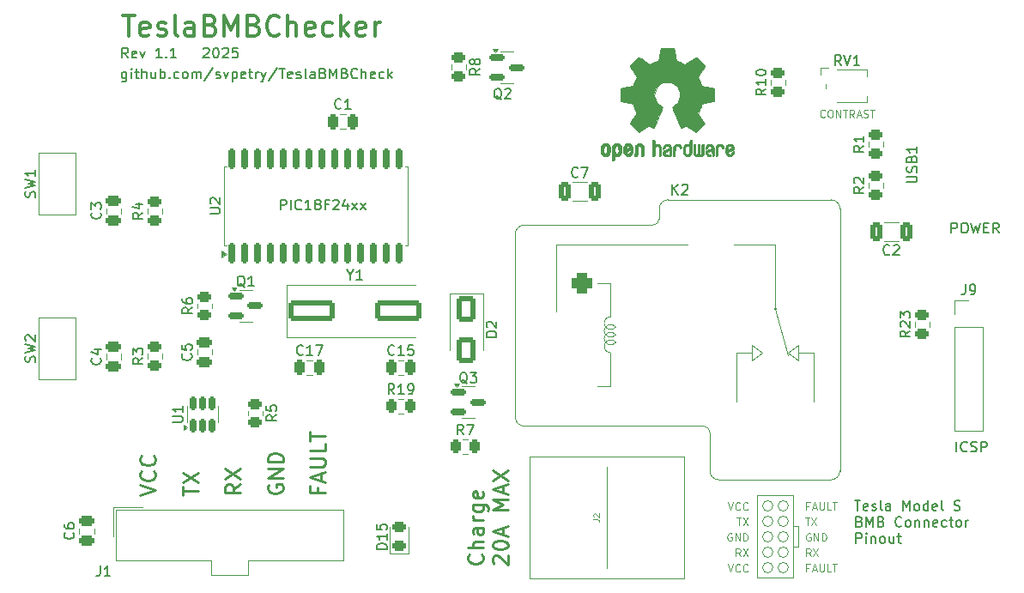
<source format=gto>
G04 #@! TF.GenerationSoftware,KiCad,Pcbnew,9.0.2*
G04 #@! TF.CreationDate,2025-09-26T20:13:01+02:00*
G04 #@! TF.ProjectId,TeslaBMBCheck,5465736c-6142-44d4-9243-6865636b2e6b,1.1*
G04 #@! TF.SameCoordinates,Original*
G04 #@! TF.FileFunction,Legend,Top*
G04 #@! TF.FilePolarity,Positive*
%FSLAX46Y46*%
G04 Gerber Fmt 4.6, Leading zero omitted, Abs format (unit mm)*
G04 Created by KiCad (PCBNEW 9.0.2) date 2025-09-26 20:13:01*
%MOMM*%
%LPD*%
G01*
G04 APERTURE LIST*
G04 Aperture macros list*
%AMRoundRect*
0 Rectangle with rounded corners*
0 $1 Rounding radius*
0 $2 $3 $4 $5 $6 $7 $8 $9 X,Y pos of 4 corners*
0 Add a 4 corners polygon primitive as box body*
4,1,4,$2,$3,$4,$5,$6,$7,$8,$9,$2,$3,0*
0 Add four circle primitives for the rounded corners*
1,1,$1+$1,$2,$3*
1,1,$1+$1,$4,$5*
1,1,$1+$1,$6,$7*
1,1,$1+$1,$8,$9*
0 Add four rect primitives between the rounded corners*
20,1,$1+$1,$2,$3,$4,$5,0*
20,1,$1+$1,$4,$5,$6,$7,0*
20,1,$1+$1,$6,$7,$8,$9,0*
20,1,$1+$1,$8,$9,$2,$3,0*%
G04 Aperture macros list end*
%ADD10C,0.120000*%
%ADD11C,0.150000*%
%ADD12C,0.250000*%
%ADD13C,0.300000*%
%ADD14C,0.125000*%
%ADD15C,0.010000*%
%ADD16C,3.000000*%
%ADD17RoundRect,0.150000X-0.587500X-0.150000X0.587500X-0.150000X0.587500X0.150000X-0.587500X0.150000X0*%
%ADD18RoundRect,0.250000X0.450000X-0.262500X0.450000X0.262500X-0.450000X0.262500X-0.450000X-0.262500X0*%
%ADD19RoundRect,0.243750X0.456250X-0.243750X0.456250X0.243750X-0.456250X0.243750X-0.456250X-0.243750X0*%
%ADD20RoundRect,0.250000X0.325000X0.650000X-0.325000X0.650000X-0.325000X-0.650000X0.325000X-0.650000X0*%
%ADD21RoundRect,0.250000X-0.250000X-0.475000X0.250000X-0.475000X0.250000X0.475000X-0.250000X0.475000X0*%
%ADD22RoundRect,0.250000X0.475000X-0.250000X0.475000X0.250000X-0.475000X0.250000X-0.475000X-0.250000X0*%
%ADD23RoundRect,0.250000X-0.450000X0.262500X-0.450000X-0.262500X0.450000X-0.262500X0.450000X0.262500X0*%
%ADD24RoundRect,0.250000X-2.000000X-0.750000X2.000000X-0.750000X2.000000X0.750000X-2.000000X0.750000X0*%
%ADD25RoundRect,0.250000X0.262500X0.450000X-0.262500X0.450000X-0.262500X-0.450000X0.262500X-0.450000X0*%
%ADD26RoundRect,0.250000X-0.650000X1.000000X-0.650000X-1.000000X0.650000X-1.000000X0.650000X1.000000X0*%
%ADD27R,1.500000X1.500000*%
%ADD28RoundRect,0.150000X0.150000X-0.512500X0.150000X0.512500X-0.150000X0.512500X-0.150000X-0.512500X0*%
%ADD29O,2.700000X3.300000*%
%ADD30RoundRect,0.250000X-0.262500X-0.450000X0.262500X-0.450000X0.262500X0.450000X-0.262500X0.450000X0*%
%ADD31R,1.200000X1.200000*%
%ADD32R,1.500000X1.600000*%
%ADD33RoundRect,0.250000X-0.475000X0.250000X-0.475000X-0.250000X0.475000X-0.250000X0.475000X0.250000X0*%
%ADD34RoundRect,0.250000X-0.325000X-0.650000X0.325000X-0.650000X0.325000X0.650000X-0.325000X0.650000X0*%
%ADD35R,1.700000X1.700000*%
%ADD36C,1.700000*%
%ADD37RoundRect,0.150000X0.150000X-0.875000X0.150000X0.875000X-0.150000X0.875000X-0.150000X-0.875000X0*%
%ADD38RoundRect,0.500000X0.500000X0.500000X-0.500000X0.500000X-0.500000X-0.500000X0.500000X-0.500000X0*%
%ADD39C,2.000000*%
%ADD40C,0.650000*%
%ADD41R,1.450000X0.600000*%
%ADD42R,1.450000X0.300000*%
%ADD43O,2.100000X1.000000*%
%ADD44O,1.600000X1.000000*%
%ADD45O,1.501140X4.000500*%
G04 APERTURE END LIST*
D10*
X152908000Y-98679000D02*
G75*
G02*
X151892000Y-98679000I-508000J0D01*
G01*
X151892000Y-98679000D02*
G75*
G02*
X152908000Y-98679000I508000J0D01*
G01*
X151384000Y-100203000D02*
G75*
G02*
X150368000Y-100203000I-508000J0D01*
G01*
X150368000Y-100203000D02*
G75*
G02*
X151384000Y-100203000I508000J0D01*
G01*
X152908000Y-103251000D02*
G75*
G02*
X151892000Y-103251000I-508000J0D01*
G01*
X151892000Y-103251000D02*
G75*
G02*
X152908000Y-103251000I508000J0D01*
G01*
X152908000Y-101727000D02*
G75*
G02*
X151892000Y-101727000I-508000J0D01*
G01*
X151892000Y-101727000D02*
G75*
G02*
X152908000Y-101727000I508000J0D01*
G01*
X153416000Y-100711000D02*
X153924000Y-100711000D01*
X149860000Y-105791000D02*
X149860000Y-97663000D01*
X153416000Y-105791000D02*
X149860000Y-105791000D01*
X153924000Y-102743000D02*
X153416000Y-102743000D01*
X151384000Y-103251000D02*
G75*
G02*
X150368000Y-103251000I-508000J0D01*
G01*
X150368000Y-103251000D02*
G75*
G02*
X151384000Y-103251000I508000J0D01*
G01*
X151384000Y-98679000D02*
G75*
G02*
X150368000Y-98679000I-508000J0D01*
G01*
X150368000Y-98679000D02*
G75*
G02*
X151384000Y-98679000I508000J0D01*
G01*
X152908000Y-104775000D02*
G75*
G02*
X151892000Y-104775000I-508000J0D01*
G01*
X151892000Y-104775000D02*
G75*
G02*
X152908000Y-104775000I508000J0D01*
G01*
X149860000Y-97663000D02*
X153416000Y-97663000D01*
X151384000Y-101727000D02*
G75*
G02*
X150368000Y-101727000I-508000J0D01*
G01*
X150368000Y-101727000D02*
G75*
G02*
X151384000Y-101727000I508000J0D01*
G01*
X152908000Y-100203000D02*
G75*
G02*
X151892000Y-100203000I-508000J0D01*
G01*
X151892000Y-100203000D02*
G75*
G02*
X152908000Y-100203000I508000J0D01*
G01*
X153416000Y-97663000D02*
X153416000Y-105791000D01*
X153924000Y-100711000D02*
X153924000Y-102743000D01*
X151384000Y-104775000D02*
G75*
G02*
X150368000Y-104775000I-508000J0D01*
G01*
X150368000Y-104775000D02*
G75*
G02*
X151384000Y-104775000I508000J0D01*
G01*
X148176660Y-103660974D02*
X147926660Y-103303831D01*
X147748089Y-103660974D02*
X147748089Y-102910974D01*
X147748089Y-102910974D02*
X148033803Y-102910974D01*
X148033803Y-102910974D02*
X148105232Y-102946688D01*
X148105232Y-102946688D02*
X148140946Y-102982402D01*
X148140946Y-102982402D02*
X148176660Y-103053831D01*
X148176660Y-103053831D02*
X148176660Y-103160974D01*
X148176660Y-103160974D02*
X148140946Y-103232402D01*
X148140946Y-103232402D02*
X148105232Y-103268117D01*
X148105232Y-103268117D02*
X148033803Y-103303831D01*
X148033803Y-103303831D02*
X147748089Y-103303831D01*
X148426660Y-102910974D02*
X148926660Y-103660974D01*
X148926660Y-102910974D02*
X148426660Y-103660974D01*
X154582375Y-99862974D02*
X155010947Y-99862974D01*
X154796661Y-100612974D02*
X154796661Y-99862974D01*
X155189518Y-99862974D02*
X155689518Y-100612974D01*
X155689518Y-99862974D02*
X155189518Y-100612974D01*
X146962375Y-98338974D02*
X147212375Y-99088974D01*
X147212375Y-99088974D02*
X147462375Y-98338974D01*
X148140946Y-99017545D02*
X148105232Y-99053260D01*
X148105232Y-99053260D02*
X147998089Y-99088974D01*
X147998089Y-99088974D02*
X147926661Y-99088974D01*
X147926661Y-99088974D02*
X147819518Y-99053260D01*
X147819518Y-99053260D02*
X147748089Y-98981831D01*
X147748089Y-98981831D02*
X147712375Y-98910402D01*
X147712375Y-98910402D02*
X147676661Y-98767545D01*
X147676661Y-98767545D02*
X147676661Y-98660402D01*
X147676661Y-98660402D02*
X147712375Y-98517545D01*
X147712375Y-98517545D02*
X147748089Y-98446117D01*
X147748089Y-98446117D02*
X147819518Y-98374688D01*
X147819518Y-98374688D02*
X147926661Y-98338974D01*
X147926661Y-98338974D02*
X147998089Y-98338974D01*
X147998089Y-98338974D02*
X148105232Y-98374688D01*
X148105232Y-98374688D02*
X148140946Y-98410402D01*
X148890946Y-99017545D02*
X148855232Y-99053260D01*
X148855232Y-99053260D02*
X148748089Y-99088974D01*
X148748089Y-99088974D02*
X148676661Y-99088974D01*
X148676661Y-99088974D02*
X148569518Y-99053260D01*
X148569518Y-99053260D02*
X148498089Y-98981831D01*
X148498089Y-98981831D02*
X148462375Y-98910402D01*
X148462375Y-98910402D02*
X148426661Y-98767545D01*
X148426661Y-98767545D02*
X148426661Y-98660402D01*
X148426661Y-98660402D02*
X148462375Y-98517545D01*
X148462375Y-98517545D02*
X148498089Y-98446117D01*
X148498089Y-98446117D02*
X148569518Y-98374688D01*
X148569518Y-98374688D02*
X148676661Y-98338974D01*
X148676661Y-98338974D02*
X148748089Y-98338974D01*
X148748089Y-98338974D02*
X148855232Y-98374688D01*
X148855232Y-98374688D02*
X148890946Y-98410402D01*
D11*
X169500779Y-93341819D02*
X169500779Y-92341819D01*
X170548397Y-93246580D02*
X170500778Y-93294200D01*
X170500778Y-93294200D02*
X170357921Y-93341819D01*
X170357921Y-93341819D02*
X170262683Y-93341819D01*
X170262683Y-93341819D02*
X170119826Y-93294200D01*
X170119826Y-93294200D02*
X170024588Y-93198961D01*
X170024588Y-93198961D02*
X169976969Y-93103723D01*
X169976969Y-93103723D02*
X169929350Y-92913247D01*
X169929350Y-92913247D02*
X169929350Y-92770390D01*
X169929350Y-92770390D02*
X169976969Y-92579914D01*
X169976969Y-92579914D02*
X170024588Y-92484676D01*
X170024588Y-92484676D02*
X170119826Y-92389438D01*
X170119826Y-92389438D02*
X170262683Y-92341819D01*
X170262683Y-92341819D02*
X170357921Y-92341819D01*
X170357921Y-92341819D02*
X170500778Y-92389438D01*
X170500778Y-92389438D02*
X170548397Y-92437057D01*
X170929350Y-93294200D02*
X171072207Y-93341819D01*
X171072207Y-93341819D02*
X171310302Y-93341819D01*
X171310302Y-93341819D02*
X171405540Y-93294200D01*
X171405540Y-93294200D02*
X171453159Y-93246580D01*
X171453159Y-93246580D02*
X171500778Y-93151342D01*
X171500778Y-93151342D02*
X171500778Y-93056104D01*
X171500778Y-93056104D02*
X171453159Y-92960866D01*
X171453159Y-92960866D02*
X171405540Y-92913247D01*
X171405540Y-92913247D02*
X171310302Y-92865628D01*
X171310302Y-92865628D02*
X171119826Y-92818009D01*
X171119826Y-92818009D02*
X171024588Y-92770390D01*
X171024588Y-92770390D02*
X170976969Y-92722771D01*
X170976969Y-92722771D02*
X170929350Y-92627533D01*
X170929350Y-92627533D02*
X170929350Y-92532295D01*
X170929350Y-92532295D02*
X170976969Y-92437057D01*
X170976969Y-92437057D02*
X171024588Y-92389438D01*
X171024588Y-92389438D02*
X171119826Y-92341819D01*
X171119826Y-92341819D02*
X171357921Y-92341819D01*
X171357921Y-92341819D02*
X171500778Y-92389438D01*
X171929350Y-93341819D02*
X171929350Y-92341819D01*
X171929350Y-92341819D02*
X172310302Y-92341819D01*
X172310302Y-92341819D02*
X172405540Y-92389438D01*
X172405540Y-92389438D02*
X172453159Y-92437057D01*
X172453159Y-92437057D02*
X172500778Y-92532295D01*
X172500778Y-92532295D02*
X172500778Y-92675152D01*
X172500778Y-92675152D02*
X172453159Y-92770390D01*
X172453159Y-92770390D02*
X172405540Y-92818009D01*
X172405540Y-92818009D02*
X172310302Y-92865628D01*
X172310302Y-92865628D02*
X171929350Y-92865628D01*
D12*
X93172428Y-97609669D02*
X93172428Y-96752527D01*
X94672428Y-97181098D02*
X93172428Y-97181098D01*
X93172428Y-96395384D02*
X94672428Y-95395384D01*
X93172428Y-95395384D02*
X94672428Y-96395384D01*
X88981428Y-97609669D02*
X90481428Y-97109669D01*
X90481428Y-97109669D02*
X88981428Y-96609669D01*
X90338571Y-95252527D02*
X90410000Y-95323955D01*
X90410000Y-95323955D02*
X90481428Y-95538241D01*
X90481428Y-95538241D02*
X90481428Y-95681098D01*
X90481428Y-95681098D02*
X90410000Y-95895384D01*
X90410000Y-95895384D02*
X90267142Y-96038241D01*
X90267142Y-96038241D02*
X90124285Y-96109670D01*
X90124285Y-96109670D02*
X89838571Y-96181098D01*
X89838571Y-96181098D02*
X89624285Y-96181098D01*
X89624285Y-96181098D02*
X89338571Y-96109670D01*
X89338571Y-96109670D02*
X89195714Y-96038241D01*
X89195714Y-96038241D02*
X89052857Y-95895384D01*
X89052857Y-95895384D02*
X88981428Y-95681098D01*
X88981428Y-95681098D02*
X88981428Y-95538241D01*
X88981428Y-95538241D02*
X89052857Y-95323955D01*
X89052857Y-95323955D02*
X89124285Y-95252527D01*
X90338571Y-93752527D02*
X90410000Y-93823955D01*
X90410000Y-93823955D02*
X90481428Y-94038241D01*
X90481428Y-94038241D02*
X90481428Y-94181098D01*
X90481428Y-94181098D02*
X90410000Y-94395384D01*
X90410000Y-94395384D02*
X90267142Y-94538241D01*
X90267142Y-94538241D02*
X90124285Y-94609670D01*
X90124285Y-94609670D02*
X89838571Y-94681098D01*
X89838571Y-94681098D02*
X89624285Y-94681098D01*
X89624285Y-94681098D02*
X89338571Y-94609670D01*
X89338571Y-94609670D02*
X89195714Y-94538241D01*
X89195714Y-94538241D02*
X89052857Y-94395384D01*
X89052857Y-94395384D02*
X88981428Y-94181098D01*
X88981428Y-94181098D02*
X88981428Y-94038241D01*
X88981428Y-94038241D02*
X89052857Y-93823955D01*
X89052857Y-93823955D02*
X89124285Y-93752527D01*
X122670855Y-103472441D02*
X122742284Y-103543869D01*
X122742284Y-103543869D02*
X122813712Y-103758155D01*
X122813712Y-103758155D02*
X122813712Y-103901012D01*
X122813712Y-103901012D02*
X122742284Y-104115298D01*
X122742284Y-104115298D02*
X122599426Y-104258155D01*
X122599426Y-104258155D02*
X122456569Y-104329584D01*
X122456569Y-104329584D02*
X122170855Y-104401012D01*
X122170855Y-104401012D02*
X121956569Y-104401012D01*
X121956569Y-104401012D02*
X121670855Y-104329584D01*
X121670855Y-104329584D02*
X121527998Y-104258155D01*
X121527998Y-104258155D02*
X121385141Y-104115298D01*
X121385141Y-104115298D02*
X121313712Y-103901012D01*
X121313712Y-103901012D02*
X121313712Y-103758155D01*
X121313712Y-103758155D02*
X121385141Y-103543869D01*
X121385141Y-103543869D02*
X121456569Y-103472441D01*
X122813712Y-102829584D02*
X121313712Y-102829584D01*
X122813712Y-102186727D02*
X122027998Y-102186727D01*
X122027998Y-102186727D02*
X121885141Y-102258155D01*
X121885141Y-102258155D02*
X121813712Y-102401012D01*
X121813712Y-102401012D02*
X121813712Y-102615298D01*
X121813712Y-102615298D02*
X121885141Y-102758155D01*
X121885141Y-102758155D02*
X121956569Y-102829584D01*
X122813712Y-100829584D02*
X122027998Y-100829584D01*
X122027998Y-100829584D02*
X121885141Y-100901012D01*
X121885141Y-100901012D02*
X121813712Y-101043869D01*
X121813712Y-101043869D02*
X121813712Y-101329584D01*
X121813712Y-101329584D02*
X121885141Y-101472441D01*
X122742284Y-100829584D02*
X122813712Y-100972441D01*
X122813712Y-100972441D02*
X122813712Y-101329584D01*
X122813712Y-101329584D02*
X122742284Y-101472441D01*
X122742284Y-101472441D02*
X122599426Y-101543869D01*
X122599426Y-101543869D02*
X122456569Y-101543869D01*
X122456569Y-101543869D02*
X122313712Y-101472441D01*
X122313712Y-101472441D02*
X122242284Y-101329584D01*
X122242284Y-101329584D02*
X122242284Y-100972441D01*
X122242284Y-100972441D02*
X122170855Y-100829584D01*
X122813712Y-100115298D02*
X121813712Y-100115298D01*
X122099426Y-100115298D02*
X121956569Y-100043869D01*
X121956569Y-100043869D02*
X121885141Y-99972441D01*
X121885141Y-99972441D02*
X121813712Y-99829583D01*
X121813712Y-99829583D02*
X121813712Y-99686726D01*
X121813712Y-98543870D02*
X123027998Y-98543870D01*
X123027998Y-98543870D02*
X123170855Y-98615298D01*
X123170855Y-98615298D02*
X123242284Y-98686727D01*
X123242284Y-98686727D02*
X123313712Y-98829584D01*
X123313712Y-98829584D02*
X123313712Y-99043870D01*
X123313712Y-99043870D02*
X123242284Y-99186727D01*
X122742284Y-98543870D02*
X122813712Y-98686727D01*
X122813712Y-98686727D02*
X122813712Y-98972441D01*
X122813712Y-98972441D02*
X122742284Y-99115298D01*
X122742284Y-99115298D02*
X122670855Y-99186727D01*
X122670855Y-99186727D02*
X122527998Y-99258155D01*
X122527998Y-99258155D02*
X122099426Y-99258155D01*
X122099426Y-99258155D02*
X121956569Y-99186727D01*
X121956569Y-99186727D02*
X121885141Y-99115298D01*
X121885141Y-99115298D02*
X121813712Y-98972441D01*
X121813712Y-98972441D02*
X121813712Y-98686727D01*
X121813712Y-98686727D02*
X121885141Y-98543870D01*
X122742284Y-97258155D02*
X122813712Y-97401012D01*
X122813712Y-97401012D02*
X122813712Y-97686727D01*
X122813712Y-97686727D02*
X122742284Y-97829584D01*
X122742284Y-97829584D02*
X122599426Y-97901012D01*
X122599426Y-97901012D02*
X122027998Y-97901012D01*
X122027998Y-97901012D02*
X121885141Y-97829584D01*
X121885141Y-97829584D02*
X121813712Y-97686727D01*
X121813712Y-97686727D02*
X121813712Y-97401012D01*
X121813712Y-97401012D02*
X121885141Y-97258155D01*
X121885141Y-97258155D02*
X122027998Y-97186727D01*
X122027998Y-97186727D02*
X122170855Y-97186727D01*
X122170855Y-97186727D02*
X122313712Y-97901012D01*
X123871485Y-104401012D02*
X123800057Y-104329584D01*
X123800057Y-104329584D02*
X123728628Y-104186727D01*
X123728628Y-104186727D02*
X123728628Y-103829584D01*
X123728628Y-103829584D02*
X123800057Y-103686727D01*
X123800057Y-103686727D02*
X123871485Y-103615298D01*
X123871485Y-103615298D02*
X124014342Y-103543869D01*
X124014342Y-103543869D02*
X124157200Y-103543869D01*
X124157200Y-103543869D02*
X124371485Y-103615298D01*
X124371485Y-103615298D02*
X125228628Y-104472441D01*
X125228628Y-104472441D02*
X125228628Y-103543869D01*
X123728628Y-102615298D02*
X123728628Y-102472441D01*
X123728628Y-102472441D02*
X123800057Y-102329584D01*
X123800057Y-102329584D02*
X123871485Y-102258156D01*
X123871485Y-102258156D02*
X124014342Y-102186727D01*
X124014342Y-102186727D02*
X124300057Y-102115298D01*
X124300057Y-102115298D02*
X124657200Y-102115298D01*
X124657200Y-102115298D02*
X124942914Y-102186727D01*
X124942914Y-102186727D02*
X125085771Y-102258156D01*
X125085771Y-102258156D02*
X125157200Y-102329584D01*
X125157200Y-102329584D02*
X125228628Y-102472441D01*
X125228628Y-102472441D02*
X125228628Y-102615298D01*
X125228628Y-102615298D02*
X125157200Y-102758156D01*
X125157200Y-102758156D02*
X125085771Y-102829584D01*
X125085771Y-102829584D02*
X124942914Y-102901013D01*
X124942914Y-102901013D02*
X124657200Y-102972441D01*
X124657200Y-102972441D02*
X124300057Y-102972441D01*
X124300057Y-102972441D02*
X124014342Y-102901013D01*
X124014342Y-102901013D02*
X123871485Y-102829584D01*
X123871485Y-102829584D02*
X123800057Y-102758156D01*
X123800057Y-102758156D02*
X123728628Y-102615298D01*
X124800057Y-101543870D02*
X124800057Y-100829585D01*
X125228628Y-101686727D02*
X123728628Y-101186727D01*
X123728628Y-101186727D02*
X125228628Y-100686727D01*
X125228628Y-99043871D02*
X123728628Y-99043871D01*
X123728628Y-99043871D02*
X124800057Y-98543871D01*
X124800057Y-98543871D02*
X123728628Y-98043871D01*
X123728628Y-98043871D02*
X125228628Y-98043871D01*
X124800057Y-97401013D02*
X124800057Y-96686728D01*
X125228628Y-97543870D02*
X123728628Y-97043870D01*
X123728628Y-97043870D02*
X125228628Y-96543870D01*
X123728628Y-96186728D02*
X125228628Y-95186728D01*
X123728628Y-95186728D02*
X125228628Y-96186728D01*
X98863428Y-96538241D02*
X98149142Y-97038241D01*
X98863428Y-97395384D02*
X97363428Y-97395384D01*
X97363428Y-97395384D02*
X97363428Y-96823955D01*
X97363428Y-96823955D02*
X97434857Y-96681098D01*
X97434857Y-96681098D02*
X97506285Y-96609669D01*
X97506285Y-96609669D02*
X97649142Y-96538241D01*
X97649142Y-96538241D02*
X97863428Y-96538241D01*
X97863428Y-96538241D02*
X98006285Y-96609669D01*
X98006285Y-96609669D02*
X98077714Y-96681098D01*
X98077714Y-96681098D02*
X98149142Y-96823955D01*
X98149142Y-96823955D02*
X98149142Y-97395384D01*
X97363428Y-96038241D02*
X98863428Y-95038241D01*
X97363428Y-95038241D02*
X98863428Y-96038241D01*
D10*
X147319518Y-101422688D02*
X147248090Y-101386974D01*
X147248090Y-101386974D02*
X147140947Y-101386974D01*
X147140947Y-101386974D02*
X147033804Y-101422688D01*
X147033804Y-101422688D02*
X146962375Y-101494117D01*
X146962375Y-101494117D02*
X146926661Y-101565545D01*
X146926661Y-101565545D02*
X146890947Y-101708402D01*
X146890947Y-101708402D02*
X146890947Y-101815545D01*
X146890947Y-101815545D02*
X146926661Y-101958402D01*
X146926661Y-101958402D02*
X146962375Y-102029831D01*
X146962375Y-102029831D02*
X147033804Y-102101260D01*
X147033804Y-102101260D02*
X147140947Y-102136974D01*
X147140947Y-102136974D02*
X147212375Y-102136974D01*
X147212375Y-102136974D02*
X147319518Y-102101260D01*
X147319518Y-102101260D02*
X147355232Y-102065545D01*
X147355232Y-102065545D02*
X147355232Y-101815545D01*
X147355232Y-101815545D02*
X147212375Y-101815545D01*
X147676661Y-102136974D02*
X147676661Y-101386974D01*
X147676661Y-101386974D02*
X148105232Y-102136974D01*
X148105232Y-102136974D02*
X148105232Y-101386974D01*
X148462375Y-102136974D02*
X148462375Y-101386974D01*
X148462375Y-101386974D02*
X148640946Y-101386974D01*
X148640946Y-101386974D02*
X148748089Y-101422688D01*
X148748089Y-101422688D02*
X148819518Y-101494117D01*
X148819518Y-101494117D02*
X148855232Y-101565545D01*
X148855232Y-101565545D02*
X148890946Y-101708402D01*
X148890946Y-101708402D02*
X148890946Y-101815545D01*
X148890946Y-101815545D02*
X148855232Y-101958402D01*
X148855232Y-101958402D02*
X148819518Y-102029831D01*
X148819518Y-102029831D02*
X148748089Y-102101260D01*
X148748089Y-102101260D02*
X148640946Y-102136974D01*
X148640946Y-102136974D02*
X148462375Y-102136974D01*
X155082375Y-101422688D02*
X155010947Y-101386974D01*
X155010947Y-101386974D02*
X154903804Y-101386974D01*
X154903804Y-101386974D02*
X154796661Y-101422688D01*
X154796661Y-101422688D02*
X154725232Y-101494117D01*
X154725232Y-101494117D02*
X154689518Y-101565545D01*
X154689518Y-101565545D02*
X154653804Y-101708402D01*
X154653804Y-101708402D02*
X154653804Y-101815545D01*
X154653804Y-101815545D02*
X154689518Y-101958402D01*
X154689518Y-101958402D02*
X154725232Y-102029831D01*
X154725232Y-102029831D02*
X154796661Y-102101260D01*
X154796661Y-102101260D02*
X154903804Y-102136974D01*
X154903804Y-102136974D02*
X154975232Y-102136974D01*
X154975232Y-102136974D02*
X155082375Y-102101260D01*
X155082375Y-102101260D02*
X155118089Y-102065545D01*
X155118089Y-102065545D02*
X155118089Y-101815545D01*
X155118089Y-101815545D02*
X154975232Y-101815545D01*
X155439518Y-102136974D02*
X155439518Y-101386974D01*
X155439518Y-101386974D02*
X155868089Y-102136974D01*
X155868089Y-102136974D02*
X155868089Y-101386974D01*
X156225232Y-102136974D02*
X156225232Y-101386974D01*
X156225232Y-101386974D02*
X156403803Y-101386974D01*
X156403803Y-101386974D02*
X156510946Y-101422688D01*
X156510946Y-101422688D02*
X156582375Y-101494117D01*
X156582375Y-101494117D02*
X156618089Y-101565545D01*
X156618089Y-101565545D02*
X156653803Y-101708402D01*
X156653803Y-101708402D02*
X156653803Y-101815545D01*
X156653803Y-101815545D02*
X156618089Y-101958402D01*
X156618089Y-101958402D02*
X156582375Y-102029831D01*
X156582375Y-102029831D02*
X156510946Y-102101260D01*
X156510946Y-102101260D02*
X156403803Y-102136974D01*
X156403803Y-102136974D02*
X156225232Y-102136974D01*
D11*
X87633350Y-55845152D02*
X87633350Y-56654676D01*
X87633350Y-56654676D02*
X87585731Y-56749914D01*
X87585731Y-56749914D02*
X87538112Y-56797533D01*
X87538112Y-56797533D02*
X87442874Y-56845152D01*
X87442874Y-56845152D02*
X87300017Y-56845152D01*
X87300017Y-56845152D02*
X87204779Y-56797533D01*
X87633350Y-56464200D02*
X87538112Y-56511819D01*
X87538112Y-56511819D02*
X87347636Y-56511819D01*
X87347636Y-56511819D02*
X87252398Y-56464200D01*
X87252398Y-56464200D02*
X87204779Y-56416580D01*
X87204779Y-56416580D02*
X87157160Y-56321342D01*
X87157160Y-56321342D02*
X87157160Y-56035628D01*
X87157160Y-56035628D02*
X87204779Y-55940390D01*
X87204779Y-55940390D02*
X87252398Y-55892771D01*
X87252398Y-55892771D02*
X87347636Y-55845152D01*
X87347636Y-55845152D02*
X87538112Y-55845152D01*
X87538112Y-55845152D02*
X87633350Y-55892771D01*
X88109541Y-56511819D02*
X88109541Y-55845152D01*
X88109541Y-55511819D02*
X88061922Y-55559438D01*
X88061922Y-55559438D02*
X88109541Y-55607057D01*
X88109541Y-55607057D02*
X88157160Y-55559438D01*
X88157160Y-55559438D02*
X88109541Y-55511819D01*
X88109541Y-55511819D02*
X88109541Y-55607057D01*
X88442874Y-55845152D02*
X88823826Y-55845152D01*
X88585731Y-55511819D02*
X88585731Y-56368961D01*
X88585731Y-56368961D02*
X88633350Y-56464200D01*
X88633350Y-56464200D02*
X88728588Y-56511819D01*
X88728588Y-56511819D02*
X88823826Y-56511819D01*
X89157160Y-56511819D02*
X89157160Y-55511819D01*
X89585731Y-56511819D02*
X89585731Y-55988009D01*
X89585731Y-55988009D02*
X89538112Y-55892771D01*
X89538112Y-55892771D02*
X89442874Y-55845152D01*
X89442874Y-55845152D02*
X89300017Y-55845152D01*
X89300017Y-55845152D02*
X89204779Y-55892771D01*
X89204779Y-55892771D02*
X89157160Y-55940390D01*
X90490493Y-55845152D02*
X90490493Y-56511819D01*
X90061922Y-55845152D02*
X90061922Y-56368961D01*
X90061922Y-56368961D02*
X90109541Y-56464200D01*
X90109541Y-56464200D02*
X90204779Y-56511819D01*
X90204779Y-56511819D02*
X90347636Y-56511819D01*
X90347636Y-56511819D02*
X90442874Y-56464200D01*
X90442874Y-56464200D02*
X90490493Y-56416580D01*
X90966684Y-56511819D02*
X90966684Y-55511819D01*
X90966684Y-55892771D02*
X91061922Y-55845152D01*
X91061922Y-55845152D02*
X91252398Y-55845152D01*
X91252398Y-55845152D02*
X91347636Y-55892771D01*
X91347636Y-55892771D02*
X91395255Y-55940390D01*
X91395255Y-55940390D02*
X91442874Y-56035628D01*
X91442874Y-56035628D02*
X91442874Y-56321342D01*
X91442874Y-56321342D02*
X91395255Y-56416580D01*
X91395255Y-56416580D02*
X91347636Y-56464200D01*
X91347636Y-56464200D02*
X91252398Y-56511819D01*
X91252398Y-56511819D02*
X91061922Y-56511819D01*
X91061922Y-56511819D02*
X90966684Y-56464200D01*
X91871446Y-56416580D02*
X91919065Y-56464200D01*
X91919065Y-56464200D02*
X91871446Y-56511819D01*
X91871446Y-56511819D02*
X91823827Y-56464200D01*
X91823827Y-56464200D02*
X91871446Y-56416580D01*
X91871446Y-56416580D02*
X91871446Y-56511819D01*
X92776207Y-56464200D02*
X92680969Y-56511819D01*
X92680969Y-56511819D02*
X92490493Y-56511819D01*
X92490493Y-56511819D02*
X92395255Y-56464200D01*
X92395255Y-56464200D02*
X92347636Y-56416580D01*
X92347636Y-56416580D02*
X92300017Y-56321342D01*
X92300017Y-56321342D02*
X92300017Y-56035628D01*
X92300017Y-56035628D02*
X92347636Y-55940390D01*
X92347636Y-55940390D02*
X92395255Y-55892771D01*
X92395255Y-55892771D02*
X92490493Y-55845152D01*
X92490493Y-55845152D02*
X92680969Y-55845152D01*
X92680969Y-55845152D02*
X92776207Y-55892771D01*
X93347636Y-56511819D02*
X93252398Y-56464200D01*
X93252398Y-56464200D02*
X93204779Y-56416580D01*
X93204779Y-56416580D02*
X93157160Y-56321342D01*
X93157160Y-56321342D02*
X93157160Y-56035628D01*
X93157160Y-56035628D02*
X93204779Y-55940390D01*
X93204779Y-55940390D02*
X93252398Y-55892771D01*
X93252398Y-55892771D02*
X93347636Y-55845152D01*
X93347636Y-55845152D02*
X93490493Y-55845152D01*
X93490493Y-55845152D02*
X93585731Y-55892771D01*
X93585731Y-55892771D02*
X93633350Y-55940390D01*
X93633350Y-55940390D02*
X93680969Y-56035628D01*
X93680969Y-56035628D02*
X93680969Y-56321342D01*
X93680969Y-56321342D02*
X93633350Y-56416580D01*
X93633350Y-56416580D02*
X93585731Y-56464200D01*
X93585731Y-56464200D02*
X93490493Y-56511819D01*
X93490493Y-56511819D02*
X93347636Y-56511819D01*
X94109541Y-56511819D02*
X94109541Y-55845152D01*
X94109541Y-55940390D02*
X94157160Y-55892771D01*
X94157160Y-55892771D02*
X94252398Y-55845152D01*
X94252398Y-55845152D02*
X94395255Y-55845152D01*
X94395255Y-55845152D02*
X94490493Y-55892771D01*
X94490493Y-55892771D02*
X94538112Y-55988009D01*
X94538112Y-55988009D02*
X94538112Y-56511819D01*
X94538112Y-55988009D02*
X94585731Y-55892771D01*
X94585731Y-55892771D02*
X94680969Y-55845152D01*
X94680969Y-55845152D02*
X94823826Y-55845152D01*
X94823826Y-55845152D02*
X94919065Y-55892771D01*
X94919065Y-55892771D02*
X94966684Y-55988009D01*
X94966684Y-55988009D02*
X94966684Y-56511819D01*
X96157159Y-55464200D02*
X95300017Y-56749914D01*
X96442874Y-56464200D02*
X96538112Y-56511819D01*
X96538112Y-56511819D02*
X96728588Y-56511819D01*
X96728588Y-56511819D02*
X96823826Y-56464200D01*
X96823826Y-56464200D02*
X96871445Y-56368961D01*
X96871445Y-56368961D02*
X96871445Y-56321342D01*
X96871445Y-56321342D02*
X96823826Y-56226104D01*
X96823826Y-56226104D02*
X96728588Y-56178485D01*
X96728588Y-56178485D02*
X96585731Y-56178485D01*
X96585731Y-56178485D02*
X96490493Y-56130866D01*
X96490493Y-56130866D02*
X96442874Y-56035628D01*
X96442874Y-56035628D02*
X96442874Y-55988009D01*
X96442874Y-55988009D02*
X96490493Y-55892771D01*
X96490493Y-55892771D02*
X96585731Y-55845152D01*
X96585731Y-55845152D02*
X96728588Y-55845152D01*
X96728588Y-55845152D02*
X96823826Y-55892771D01*
X97204779Y-55845152D02*
X97442874Y-56511819D01*
X97442874Y-56511819D02*
X97680969Y-55845152D01*
X98061922Y-55845152D02*
X98061922Y-56845152D01*
X98061922Y-55892771D02*
X98157160Y-55845152D01*
X98157160Y-55845152D02*
X98347636Y-55845152D01*
X98347636Y-55845152D02*
X98442874Y-55892771D01*
X98442874Y-55892771D02*
X98490493Y-55940390D01*
X98490493Y-55940390D02*
X98538112Y-56035628D01*
X98538112Y-56035628D02*
X98538112Y-56321342D01*
X98538112Y-56321342D02*
X98490493Y-56416580D01*
X98490493Y-56416580D02*
X98442874Y-56464200D01*
X98442874Y-56464200D02*
X98347636Y-56511819D01*
X98347636Y-56511819D02*
X98157160Y-56511819D01*
X98157160Y-56511819D02*
X98061922Y-56464200D01*
X99347636Y-56464200D02*
X99252398Y-56511819D01*
X99252398Y-56511819D02*
X99061922Y-56511819D01*
X99061922Y-56511819D02*
X98966684Y-56464200D01*
X98966684Y-56464200D02*
X98919065Y-56368961D01*
X98919065Y-56368961D02*
X98919065Y-55988009D01*
X98919065Y-55988009D02*
X98966684Y-55892771D01*
X98966684Y-55892771D02*
X99061922Y-55845152D01*
X99061922Y-55845152D02*
X99252398Y-55845152D01*
X99252398Y-55845152D02*
X99347636Y-55892771D01*
X99347636Y-55892771D02*
X99395255Y-55988009D01*
X99395255Y-55988009D02*
X99395255Y-56083247D01*
X99395255Y-56083247D02*
X98919065Y-56178485D01*
X99680970Y-55845152D02*
X100061922Y-55845152D01*
X99823827Y-55511819D02*
X99823827Y-56368961D01*
X99823827Y-56368961D02*
X99871446Y-56464200D01*
X99871446Y-56464200D02*
X99966684Y-56511819D01*
X99966684Y-56511819D02*
X100061922Y-56511819D01*
X100395256Y-56511819D02*
X100395256Y-55845152D01*
X100395256Y-56035628D02*
X100442875Y-55940390D01*
X100442875Y-55940390D02*
X100490494Y-55892771D01*
X100490494Y-55892771D02*
X100585732Y-55845152D01*
X100585732Y-55845152D02*
X100680970Y-55845152D01*
X100919066Y-55845152D02*
X101157161Y-56511819D01*
X101395256Y-55845152D02*
X101157161Y-56511819D01*
X101157161Y-56511819D02*
X101061923Y-56749914D01*
X101061923Y-56749914D02*
X101014304Y-56797533D01*
X101014304Y-56797533D02*
X100919066Y-56845152D01*
X102490494Y-55464200D02*
X101633352Y-56749914D01*
X102680971Y-55511819D02*
X103252399Y-55511819D01*
X102966685Y-56511819D02*
X102966685Y-55511819D01*
X103966685Y-56464200D02*
X103871447Y-56511819D01*
X103871447Y-56511819D02*
X103680971Y-56511819D01*
X103680971Y-56511819D02*
X103585733Y-56464200D01*
X103585733Y-56464200D02*
X103538114Y-56368961D01*
X103538114Y-56368961D02*
X103538114Y-55988009D01*
X103538114Y-55988009D02*
X103585733Y-55892771D01*
X103585733Y-55892771D02*
X103680971Y-55845152D01*
X103680971Y-55845152D02*
X103871447Y-55845152D01*
X103871447Y-55845152D02*
X103966685Y-55892771D01*
X103966685Y-55892771D02*
X104014304Y-55988009D01*
X104014304Y-55988009D02*
X104014304Y-56083247D01*
X104014304Y-56083247D02*
X103538114Y-56178485D01*
X104395257Y-56464200D02*
X104490495Y-56511819D01*
X104490495Y-56511819D02*
X104680971Y-56511819D01*
X104680971Y-56511819D02*
X104776209Y-56464200D01*
X104776209Y-56464200D02*
X104823828Y-56368961D01*
X104823828Y-56368961D02*
X104823828Y-56321342D01*
X104823828Y-56321342D02*
X104776209Y-56226104D01*
X104776209Y-56226104D02*
X104680971Y-56178485D01*
X104680971Y-56178485D02*
X104538114Y-56178485D01*
X104538114Y-56178485D02*
X104442876Y-56130866D01*
X104442876Y-56130866D02*
X104395257Y-56035628D01*
X104395257Y-56035628D02*
X104395257Y-55988009D01*
X104395257Y-55988009D02*
X104442876Y-55892771D01*
X104442876Y-55892771D02*
X104538114Y-55845152D01*
X104538114Y-55845152D02*
X104680971Y-55845152D01*
X104680971Y-55845152D02*
X104776209Y-55892771D01*
X105395257Y-56511819D02*
X105300019Y-56464200D01*
X105300019Y-56464200D02*
X105252400Y-56368961D01*
X105252400Y-56368961D02*
X105252400Y-55511819D01*
X106204781Y-56511819D02*
X106204781Y-55988009D01*
X106204781Y-55988009D02*
X106157162Y-55892771D01*
X106157162Y-55892771D02*
X106061924Y-55845152D01*
X106061924Y-55845152D02*
X105871448Y-55845152D01*
X105871448Y-55845152D02*
X105776210Y-55892771D01*
X106204781Y-56464200D02*
X106109543Y-56511819D01*
X106109543Y-56511819D02*
X105871448Y-56511819D01*
X105871448Y-56511819D02*
X105776210Y-56464200D01*
X105776210Y-56464200D02*
X105728591Y-56368961D01*
X105728591Y-56368961D02*
X105728591Y-56273723D01*
X105728591Y-56273723D02*
X105776210Y-56178485D01*
X105776210Y-56178485D02*
X105871448Y-56130866D01*
X105871448Y-56130866D02*
X106109543Y-56130866D01*
X106109543Y-56130866D02*
X106204781Y-56083247D01*
X107014305Y-55988009D02*
X107157162Y-56035628D01*
X107157162Y-56035628D02*
X107204781Y-56083247D01*
X107204781Y-56083247D02*
X107252400Y-56178485D01*
X107252400Y-56178485D02*
X107252400Y-56321342D01*
X107252400Y-56321342D02*
X107204781Y-56416580D01*
X107204781Y-56416580D02*
X107157162Y-56464200D01*
X107157162Y-56464200D02*
X107061924Y-56511819D01*
X107061924Y-56511819D02*
X106680972Y-56511819D01*
X106680972Y-56511819D02*
X106680972Y-55511819D01*
X106680972Y-55511819D02*
X107014305Y-55511819D01*
X107014305Y-55511819D02*
X107109543Y-55559438D01*
X107109543Y-55559438D02*
X107157162Y-55607057D01*
X107157162Y-55607057D02*
X107204781Y-55702295D01*
X107204781Y-55702295D02*
X107204781Y-55797533D01*
X107204781Y-55797533D02*
X107157162Y-55892771D01*
X107157162Y-55892771D02*
X107109543Y-55940390D01*
X107109543Y-55940390D02*
X107014305Y-55988009D01*
X107014305Y-55988009D02*
X106680972Y-55988009D01*
X107680972Y-56511819D02*
X107680972Y-55511819D01*
X107680972Y-55511819D02*
X108014305Y-56226104D01*
X108014305Y-56226104D02*
X108347638Y-55511819D01*
X108347638Y-55511819D02*
X108347638Y-56511819D01*
X109157162Y-55988009D02*
X109300019Y-56035628D01*
X109300019Y-56035628D02*
X109347638Y-56083247D01*
X109347638Y-56083247D02*
X109395257Y-56178485D01*
X109395257Y-56178485D02*
X109395257Y-56321342D01*
X109395257Y-56321342D02*
X109347638Y-56416580D01*
X109347638Y-56416580D02*
X109300019Y-56464200D01*
X109300019Y-56464200D02*
X109204781Y-56511819D01*
X109204781Y-56511819D02*
X108823829Y-56511819D01*
X108823829Y-56511819D02*
X108823829Y-55511819D01*
X108823829Y-55511819D02*
X109157162Y-55511819D01*
X109157162Y-55511819D02*
X109252400Y-55559438D01*
X109252400Y-55559438D02*
X109300019Y-55607057D01*
X109300019Y-55607057D02*
X109347638Y-55702295D01*
X109347638Y-55702295D02*
X109347638Y-55797533D01*
X109347638Y-55797533D02*
X109300019Y-55892771D01*
X109300019Y-55892771D02*
X109252400Y-55940390D01*
X109252400Y-55940390D02*
X109157162Y-55988009D01*
X109157162Y-55988009D02*
X108823829Y-55988009D01*
X110395257Y-56416580D02*
X110347638Y-56464200D01*
X110347638Y-56464200D02*
X110204781Y-56511819D01*
X110204781Y-56511819D02*
X110109543Y-56511819D01*
X110109543Y-56511819D02*
X109966686Y-56464200D01*
X109966686Y-56464200D02*
X109871448Y-56368961D01*
X109871448Y-56368961D02*
X109823829Y-56273723D01*
X109823829Y-56273723D02*
X109776210Y-56083247D01*
X109776210Y-56083247D02*
X109776210Y-55940390D01*
X109776210Y-55940390D02*
X109823829Y-55749914D01*
X109823829Y-55749914D02*
X109871448Y-55654676D01*
X109871448Y-55654676D02*
X109966686Y-55559438D01*
X109966686Y-55559438D02*
X110109543Y-55511819D01*
X110109543Y-55511819D02*
X110204781Y-55511819D01*
X110204781Y-55511819D02*
X110347638Y-55559438D01*
X110347638Y-55559438D02*
X110395257Y-55607057D01*
X110823829Y-56511819D02*
X110823829Y-55511819D01*
X111252400Y-56511819D02*
X111252400Y-55988009D01*
X111252400Y-55988009D02*
X111204781Y-55892771D01*
X111204781Y-55892771D02*
X111109543Y-55845152D01*
X111109543Y-55845152D02*
X110966686Y-55845152D01*
X110966686Y-55845152D02*
X110871448Y-55892771D01*
X110871448Y-55892771D02*
X110823829Y-55940390D01*
X112109543Y-56464200D02*
X112014305Y-56511819D01*
X112014305Y-56511819D02*
X111823829Y-56511819D01*
X111823829Y-56511819D02*
X111728591Y-56464200D01*
X111728591Y-56464200D02*
X111680972Y-56368961D01*
X111680972Y-56368961D02*
X111680972Y-55988009D01*
X111680972Y-55988009D02*
X111728591Y-55892771D01*
X111728591Y-55892771D02*
X111823829Y-55845152D01*
X111823829Y-55845152D02*
X112014305Y-55845152D01*
X112014305Y-55845152D02*
X112109543Y-55892771D01*
X112109543Y-55892771D02*
X112157162Y-55988009D01*
X112157162Y-55988009D02*
X112157162Y-56083247D01*
X112157162Y-56083247D02*
X111680972Y-56178485D01*
X113014305Y-56464200D02*
X112919067Y-56511819D01*
X112919067Y-56511819D02*
X112728591Y-56511819D01*
X112728591Y-56511819D02*
X112633353Y-56464200D01*
X112633353Y-56464200D02*
X112585734Y-56416580D01*
X112585734Y-56416580D02*
X112538115Y-56321342D01*
X112538115Y-56321342D02*
X112538115Y-56035628D01*
X112538115Y-56035628D02*
X112585734Y-55940390D01*
X112585734Y-55940390D02*
X112633353Y-55892771D01*
X112633353Y-55892771D02*
X112728591Y-55845152D01*
X112728591Y-55845152D02*
X112919067Y-55845152D01*
X112919067Y-55845152D02*
X113014305Y-55892771D01*
X113442877Y-56511819D02*
X113442877Y-55511819D01*
X113538115Y-56130866D02*
X113823829Y-56511819D01*
X113823829Y-55845152D02*
X113442877Y-56226104D01*
D10*
X147819517Y-99862974D02*
X148248089Y-99862974D01*
X148033803Y-100612974D02*
X148033803Y-99862974D01*
X148426660Y-99862974D02*
X148926660Y-100612974D01*
X148926660Y-99862974D02*
X148426660Y-100612974D01*
D11*
X102825779Y-69465819D02*
X102825779Y-68465819D01*
X102825779Y-68465819D02*
X103206731Y-68465819D01*
X103206731Y-68465819D02*
X103301969Y-68513438D01*
X103301969Y-68513438D02*
X103349588Y-68561057D01*
X103349588Y-68561057D02*
X103397207Y-68656295D01*
X103397207Y-68656295D02*
X103397207Y-68799152D01*
X103397207Y-68799152D02*
X103349588Y-68894390D01*
X103349588Y-68894390D02*
X103301969Y-68942009D01*
X103301969Y-68942009D02*
X103206731Y-68989628D01*
X103206731Y-68989628D02*
X102825779Y-68989628D01*
X103825779Y-69465819D02*
X103825779Y-68465819D01*
X104873397Y-69370580D02*
X104825778Y-69418200D01*
X104825778Y-69418200D02*
X104682921Y-69465819D01*
X104682921Y-69465819D02*
X104587683Y-69465819D01*
X104587683Y-69465819D02*
X104444826Y-69418200D01*
X104444826Y-69418200D02*
X104349588Y-69322961D01*
X104349588Y-69322961D02*
X104301969Y-69227723D01*
X104301969Y-69227723D02*
X104254350Y-69037247D01*
X104254350Y-69037247D02*
X104254350Y-68894390D01*
X104254350Y-68894390D02*
X104301969Y-68703914D01*
X104301969Y-68703914D02*
X104349588Y-68608676D01*
X104349588Y-68608676D02*
X104444826Y-68513438D01*
X104444826Y-68513438D02*
X104587683Y-68465819D01*
X104587683Y-68465819D02*
X104682921Y-68465819D01*
X104682921Y-68465819D02*
X104825778Y-68513438D01*
X104825778Y-68513438D02*
X104873397Y-68561057D01*
X105825778Y-69465819D02*
X105254350Y-69465819D01*
X105540064Y-69465819D02*
X105540064Y-68465819D01*
X105540064Y-68465819D02*
X105444826Y-68608676D01*
X105444826Y-68608676D02*
X105349588Y-68703914D01*
X105349588Y-68703914D02*
X105254350Y-68751533D01*
X106397207Y-68894390D02*
X106301969Y-68846771D01*
X106301969Y-68846771D02*
X106254350Y-68799152D01*
X106254350Y-68799152D02*
X106206731Y-68703914D01*
X106206731Y-68703914D02*
X106206731Y-68656295D01*
X106206731Y-68656295D02*
X106254350Y-68561057D01*
X106254350Y-68561057D02*
X106301969Y-68513438D01*
X106301969Y-68513438D02*
X106397207Y-68465819D01*
X106397207Y-68465819D02*
X106587683Y-68465819D01*
X106587683Y-68465819D02*
X106682921Y-68513438D01*
X106682921Y-68513438D02*
X106730540Y-68561057D01*
X106730540Y-68561057D02*
X106778159Y-68656295D01*
X106778159Y-68656295D02*
X106778159Y-68703914D01*
X106778159Y-68703914D02*
X106730540Y-68799152D01*
X106730540Y-68799152D02*
X106682921Y-68846771D01*
X106682921Y-68846771D02*
X106587683Y-68894390D01*
X106587683Y-68894390D02*
X106397207Y-68894390D01*
X106397207Y-68894390D02*
X106301969Y-68942009D01*
X106301969Y-68942009D02*
X106254350Y-68989628D01*
X106254350Y-68989628D02*
X106206731Y-69084866D01*
X106206731Y-69084866D02*
X106206731Y-69275342D01*
X106206731Y-69275342D02*
X106254350Y-69370580D01*
X106254350Y-69370580D02*
X106301969Y-69418200D01*
X106301969Y-69418200D02*
X106397207Y-69465819D01*
X106397207Y-69465819D02*
X106587683Y-69465819D01*
X106587683Y-69465819D02*
X106682921Y-69418200D01*
X106682921Y-69418200D02*
X106730540Y-69370580D01*
X106730540Y-69370580D02*
X106778159Y-69275342D01*
X106778159Y-69275342D02*
X106778159Y-69084866D01*
X106778159Y-69084866D02*
X106730540Y-68989628D01*
X106730540Y-68989628D02*
X106682921Y-68942009D01*
X106682921Y-68942009D02*
X106587683Y-68894390D01*
X107540064Y-68942009D02*
X107206731Y-68942009D01*
X107206731Y-69465819D02*
X107206731Y-68465819D01*
X107206731Y-68465819D02*
X107682921Y-68465819D01*
X108016255Y-68561057D02*
X108063874Y-68513438D01*
X108063874Y-68513438D02*
X108159112Y-68465819D01*
X108159112Y-68465819D02*
X108397207Y-68465819D01*
X108397207Y-68465819D02*
X108492445Y-68513438D01*
X108492445Y-68513438D02*
X108540064Y-68561057D01*
X108540064Y-68561057D02*
X108587683Y-68656295D01*
X108587683Y-68656295D02*
X108587683Y-68751533D01*
X108587683Y-68751533D02*
X108540064Y-68894390D01*
X108540064Y-68894390D02*
X107968636Y-69465819D01*
X107968636Y-69465819D02*
X108587683Y-69465819D01*
X109444826Y-68799152D02*
X109444826Y-69465819D01*
X109206731Y-68418200D02*
X108968636Y-69132485D01*
X108968636Y-69132485D02*
X109587683Y-69132485D01*
X109873398Y-69465819D02*
X110397207Y-68799152D01*
X109873398Y-68799152D02*
X110397207Y-69465819D01*
X110682922Y-69465819D02*
X111206731Y-68799152D01*
X110682922Y-68799152D02*
X111206731Y-69465819D01*
D12*
X101625857Y-96609669D02*
X101554428Y-96752527D01*
X101554428Y-96752527D02*
X101554428Y-96966812D01*
X101554428Y-96966812D02*
X101625857Y-97181098D01*
X101625857Y-97181098D02*
X101768714Y-97323955D01*
X101768714Y-97323955D02*
X101911571Y-97395384D01*
X101911571Y-97395384D02*
X102197285Y-97466812D01*
X102197285Y-97466812D02*
X102411571Y-97466812D01*
X102411571Y-97466812D02*
X102697285Y-97395384D01*
X102697285Y-97395384D02*
X102840142Y-97323955D01*
X102840142Y-97323955D02*
X102983000Y-97181098D01*
X102983000Y-97181098D02*
X103054428Y-96966812D01*
X103054428Y-96966812D02*
X103054428Y-96823955D01*
X103054428Y-96823955D02*
X102983000Y-96609669D01*
X102983000Y-96609669D02*
X102911571Y-96538241D01*
X102911571Y-96538241D02*
X102411571Y-96538241D01*
X102411571Y-96538241D02*
X102411571Y-96823955D01*
X103054428Y-95895384D02*
X101554428Y-95895384D01*
X101554428Y-95895384D02*
X103054428Y-95038241D01*
X103054428Y-95038241D02*
X101554428Y-95038241D01*
X103054428Y-94323955D02*
X101554428Y-94323955D01*
X101554428Y-94323955D02*
X101554428Y-93966812D01*
X101554428Y-93966812D02*
X101625857Y-93752526D01*
X101625857Y-93752526D02*
X101768714Y-93609669D01*
X101768714Y-93609669D02*
X101911571Y-93538240D01*
X101911571Y-93538240D02*
X102197285Y-93466812D01*
X102197285Y-93466812D02*
X102411571Y-93466812D01*
X102411571Y-93466812D02*
X102697285Y-93538240D01*
X102697285Y-93538240D02*
X102840142Y-93609669D01*
X102840142Y-93609669D02*
X102983000Y-93752526D01*
X102983000Y-93752526D02*
X103054428Y-93966812D01*
X103054428Y-93966812D02*
X103054428Y-94323955D01*
D11*
X159451922Y-98138931D02*
X160023350Y-98138931D01*
X159737636Y-99138931D02*
X159737636Y-98138931D01*
X160737636Y-99091312D02*
X160642398Y-99138931D01*
X160642398Y-99138931D02*
X160451922Y-99138931D01*
X160451922Y-99138931D02*
X160356684Y-99091312D01*
X160356684Y-99091312D02*
X160309065Y-98996073D01*
X160309065Y-98996073D02*
X160309065Y-98615121D01*
X160309065Y-98615121D02*
X160356684Y-98519883D01*
X160356684Y-98519883D02*
X160451922Y-98472264D01*
X160451922Y-98472264D02*
X160642398Y-98472264D01*
X160642398Y-98472264D02*
X160737636Y-98519883D01*
X160737636Y-98519883D02*
X160785255Y-98615121D01*
X160785255Y-98615121D02*
X160785255Y-98710359D01*
X160785255Y-98710359D02*
X160309065Y-98805597D01*
X161166208Y-99091312D02*
X161261446Y-99138931D01*
X161261446Y-99138931D02*
X161451922Y-99138931D01*
X161451922Y-99138931D02*
X161547160Y-99091312D01*
X161547160Y-99091312D02*
X161594779Y-98996073D01*
X161594779Y-98996073D02*
X161594779Y-98948454D01*
X161594779Y-98948454D02*
X161547160Y-98853216D01*
X161547160Y-98853216D02*
X161451922Y-98805597D01*
X161451922Y-98805597D02*
X161309065Y-98805597D01*
X161309065Y-98805597D02*
X161213827Y-98757978D01*
X161213827Y-98757978D02*
X161166208Y-98662740D01*
X161166208Y-98662740D02*
X161166208Y-98615121D01*
X161166208Y-98615121D02*
X161213827Y-98519883D01*
X161213827Y-98519883D02*
X161309065Y-98472264D01*
X161309065Y-98472264D02*
X161451922Y-98472264D01*
X161451922Y-98472264D02*
X161547160Y-98519883D01*
X162166208Y-99138931D02*
X162070970Y-99091312D01*
X162070970Y-99091312D02*
X162023351Y-98996073D01*
X162023351Y-98996073D02*
X162023351Y-98138931D01*
X162975732Y-99138931D02*
X162975732Y-98615121D01*
X162975732Y-98615121D02*
X162928113Y-98519883D01*
X162928113Y-98519883D02*
X162832875Y-98472264D01*
X162832875Y-98472264D02*
X162642399Y-98472264D01*
X162642399Y-98472264D02*
X162547161Y-98519883D01*
X162975732Y-99091312D02*
X162880494Y-99138931D01*
X162880494Y-99138931D02*
X162642399Y-99138931D01*
X162642399Y-99138931D02*
X162547161Y-99091312D01*
X162547161Y-99091312D02*
X162499542Y-98996073D01*
X162499542Y-98996073D02*
X162499542Y-98900835D01*
X162499542Y-98900835D02*
X162547161Y-98805597D01*
X162547161Y-98805597D02*
X162642399Y-98757978D01*
X162642399Y-98757978D02*
X162880494Y-98757978D01*
X162880494Y-98757978D02*
X162975732Y-98710359D01*
X164213828Y-99138931D02*
X164213828Y-98138931D01*
X164213828Y-98138931D02*
X164547161Y-98853216D01*
X164547161Y-98853216D02*
X164880494Y-98138931D01*
X164880494Y-98138931D02*
X164880494Y-99138931D01*
X165499542Y-99138931D02*
X165404304Y-99091312D01*
X165404304Y-99091312D02*
X165356685Y-99043692D01*
X165356685Y-99043692D02*
X165309066Y-98948454D01*
X165309066Y-98948454D02*
X165309066Y-98662740D01*
X165309066Y-98662740D02*
X165356685Y-98567502D01*
X165356685Y-98567502D02*
X165404304Y-98519883D01*
X165404304Y-98519883D02*
X165499542Y-98472264D01*
X165499542Y-98472264D02*
X165642399Y-98472264D01*
X165642399Y-98472264D02*
X165737637Y-98519883D01*
X165737637Y-98519883D02*
X165785256Y-98567502D01*
X165785256Y-98567502D02*
X165832875Y-98662740D01*
X165832875Y-98662740D02*
X165832875Y-98948454D01*
X165832875Y-98948454D02*
X165785256Y-99043692D01*
X165785256Y-99043692D02*
X165737637Y-99091312D01*
X165737637Y-99091312D02*
X165642399Y-99138931D01*
X165642399Y-99138931D02*
X165499542Y-99138931D01*
X166690018Y-99138931D02*
X166690018Y-98138931D01*
X166690018Y-99091312D02*
X166594780Y-99138931D01*
X166594780Y-99138931D02*
X166404304Y-99138931D01*
X166404304Y-99138931D02*
X166309066Y-99091312D01*
X166309066Y-99091312D02*
X166261447Y-99043692D01*
X166261447Y-99043692D02*
X166213828Y-98948454D01*
X166213828Y-98948454D02*
X166213828Y-98662740D01*
X166213828Y-98662740D02*
X166261447Y-98567502D01*
X166261447Y-98567502D02*
X166309066Y-98519883D01*
X166309066Y-98519883D02*
X166404304Y-98472264D01*
X166404304Y-98472264D02*
X166594780Y-98472264D01*
X166594780Y-98472264D02*
X166690018Y-98519883D01*
X167547161Y-99091312D02*
X167451923Y-99138931D01*
X167451923Y-99138931D02*
X167261447Y-99138931D01*
X167261447Y-99138931D02*
X167166209Y-99091312D01*
X167166209Y-99091312D02*
X167118590Y-98996073D01*
X167118590Y-98996073D02*
X167118590Y-98615121D01*
X167118590Y-98615121D02*
X167166209Y-98519883D01*
X167166209Y-98519883D02*
X167261447Y-98472264D01*
X167261447Y-98472264D02*
X167451923Y-98472264D01*
X167451923Y-98472264D02*
X167547161Y-98519883D01*
X167547161Y-98519883D02*
X167594780Y-98615121D01*
X167594780Y-98615121D02*
X167594780Y-98710359D01*
X167594780Y-98710359D02*
X167118590Y-98805597D01*
X168166209Y-99138931D02*
X168070971Y-99091312D01*
X168070971Y-99091312D02*
X168023352Y-98996073D01*
X168023352Y-98996073D02*
X168023352Y-98138931D01*
X169261448Y-99091312D02*
X169404305Y-99138931D01*
X169404305Y-99138931D02*
X169642400Y-99138931D01*
X169642400Y-99138931D02*
X169737638Y-99091312D01*
X169737638Y-99091312D02*
X169785257Y-99043692D01*
X169785257Y-99043692D02*
X169832876Y-98948454D01*
X169832876Y-98948454D02*
X169832876Y-98853216D01*
X169832876Y-98853216D02*
X169785257Y-98757978D01*
X169785257Y-98757978D02*
X169737638Y-98710359D01*
X169737638Y-98710359D02*
X169642400Y-98662740D01*
X169642400Y-98662740D02*
X169451924Y-98615121D01*
X169451924Y-98615121D02*
X169356686Y-98567502D01*
X169356686Y-98567502D02*
X169309067Y-98519883D01*
X169309067Y-98519883D02*
X169261448Y-98424645D01*
X169261448Y-98424645D02*
X169261448Y-98329407D01*
X169261448Y-98329407D02*
X169309067Y-98234169D01*
X169309067Y-98234169D02*
X169356686Y-98186550D01*
X169356686Y-98186550D02*
X169451924Y-98138931D01*
X169451924Y-98138931D02*
X169690019Y-98138931D01*
X169690019Y-98138931D02*
X169832876Y-98186550D01*
X159928112Y-100225065D02*
X160070969Y-100272684D01*
X160070969Y-100272684D02*
X160118588Y-100320303D01*
X160118588Y-100320303D02*
X160166207Y-100415541D01*
X160166207Y-100415541D02*
X160166207Y-100558398D01*
X160166207Y-100558398D02*
X160118588Y-100653636D01*
X160118588Y-100653636D02*
X160070969Y-100701256D01*
X160070969Y-100701256D02*
X159975731Y-100748875D01*
X159975731Y-100748875D02*
X159594779Y-100748875D01*
X159594779Y-100748875D02*
X159594779Y-99748875D01*
X159594779Y-99748875D02*
X159928112Y-99748875D01*
X159928112Y-99748875D02*
X160023350Y-99796494D01*
X160023350Y-99796494D02*
X160070969Y-99844113D01*
X160070969Y-99844113D02*
X160118588Y-99939351D01*
X160118588Y-99939351D02*
X160118588Y-100034589D01*
X160118588Y-100034589D02*
X160070969Y-100129827D01*
X160070969Y-100129827D02*
X160023350Y-100177446D01*
X160023350Y-100177446D02*
X159928112Y-100225065D01*
X159928112Y-100225065D02*
X159594779Y-100225065D01*
X160594779Y-100748875D02*
X160594779Y-99748875D01*
X160594779Y-99748875D02*
X160928112Y-100463160D01*
X160928112Y-100463160D02*
X161261445Y-99748875D01*
X161261445Y-99748875D02*
X161261445Y-100748875D01*
X162070969Y-100225065D02*
X162213826Y-100272684D01*
X162213826Y-100272684D02*
X162261445Y-100320303D01*
X162261445Y-100320303D02*
X162309064Y-100415541D01*
X162309064Y-100415541D02*
X162309064Y-100558398D01*
X162309064Y-100558398D02*
X162261445Y-100653636D01*
X162261445Y-100653636D02*
X162213826Y-100701256D01*
X162213826Y-100701256D02*
X162118588Y-100748875D01*
X162118588Y-100748875D02*
X161737636Y-100748875D01*
X161737636Y-100748875D02*
X161737636Y-99748875D01*
X161737636Y-99748875D02*
X162070969Y-99748875D01*
X162070969Y-99748875D02*
X162166207Y-99796494D01*
X162166207Y-99796494D02*
X162213826Y-99844113D01*
X162213826Y-99844113D02*
X162261445Y-99939351D01*
X162261445Y-99939351D02*
X162261445Y-100034589D01*
X162261445Y-100034589D02*
X162213826Y-100129827D01*
X162213826Y-100129827D02*
X162166207Y-100177446D01*
X162166207Y-100177446D02*
X162070969Y-100225065D01*
X162070969Y-100225065D02*
X161737636Y-100225065D01*
X164070969Y-100653636D02*
X164023350Y-100701256D01*
X164023350Y-100701256D02*
X163880493Y-100748875D01*
X163880493Y-100748875D02*
X163785255Y-100748875D01*
X163785255Y-100748875D02*
X163642398Y-100701256D01*
X163642398Y-100701256D02*
X163547160Y-100606017D01*
X163547160Y-100606017D02*
X163499541Y-100510779D01*
X163499541Y-100510779D02*
X163451922Y-100320303D01*
X163451922Y-100320303D02*
X163451922Y-100177446D01*
X163451922Y-100177446D02*
X163499541Y-99986970D01*
X163499541Y-99986970D02*
X163547160Y-99891732D01*
X163547160Y-99891732D02*
X163642398Y-99796494D01*
X163642398Y-99796494D02*
X163785255Y-99748875D01*
X163785255Y-99748875D02*
X163880493Y-99748875D01*
X163880493Y-99748875D02*
X164023350Y-99796494D01*
X164023350Y-99796494D02*
X164070969Y-99844113D01*
X164642398Y-100748875D02*
X164547160Y-100701256D01*
X164547160Y-100701256D02*
X164499541Y-100653636D01*
X164499541Y-100653636D02*
X164451922Y-100558398D01*
X164451922Y-100558398D02*
X164451922Y-100272684D01*
X164451922Y-100272684D02*
X164499541Y-100177446D01*
X164499541Y-100177446D02*
X164547160Y-100129827D01*
X164547160Y-100129827D02*
X164642398Y-100082208D01*
X164642398Y-100082208D02*
X164785255Y-100082208D01*
X164785255Y-100082208D02*
X164880493Y-100129827D01*
X164880493Y-100129827D02*
X164928112Y-100177446D01*
X164928112Y-100177446D02*
X164975731Y-100272684D01*
X164975731Y-100272684D02*
X164975731Y-100558398D01*
X164975731Y-100558398D02*
X164928112Y-100653636D01*
X164928112Y-100653636D02*
X164880493Y-100701256D01*
X164880493Y-100701256D02*
X164785255Y-100748875D01*
X164785255Y-100748875D02*
X164642398Y-100748875D01*
X165404303Y-100082208D02*
X165404303Y-100748875D01*
X165404303Y-100177446D02*
X165451922Y-100129827D01*
X165451922Y-100129827D02*
X165547160Y-100082208D01*
X165547160Y-100082208D02*
X165690017Y-100082208D01*
X165690017Y-100082208D02*
X165785255Y-100129827D01*
X165785255Y-100129827D02*
X165832874Y-100225065D01*
X165832874Y-100225065D02*
X165832874Y-100748875D01*
X166309065Y-100082208D02*
X166309065Y-100748875D01*
X166309065Y-100177446D02*
X166356684Y-100129827D01*
X166356684Y-100129827D02*
X166451922Y-100082208D01*
X166451922Y-100082208D02*
X166594779Y-100082208D01*
X166594779Y-100082208D02*
X166690017Y-100129827D01*
X166690017Y-100129827D02*
X166737636Y-100225065D01*
X166737636Y-100225065D02*
X166737636Y-100748875D01*
X167594779Y-100701256D02*
X167499541Y-100748875D01*
X167499541Y-100748875D02*
X167309065Y-100748875D01*
X167309065Y-100748875D02*
X167213827Y-100701256D01*
X167213827Y-100701256D02*
X167166208Y-100606017D01*
X167166208Y-100606017D02*
X167166208Y-100225065D01*
X167166208Y-100225065D02*
X167213827Y-100129827D01*
X167213827Y-100129827D02*
X167309065Y-100082208D01*
X167309065Y-100082208D02*
X167499541Y-100082208D01*
X167499541Y-100082208D02*
X167594779Y-100129827D01*
X167594779Y-100129827D02*
X167642398Y-100225065D01*
X167642398Y-100225065D02*
X167642398Y-100320303D01*
X167642398Y-100320303D02*
X167166208Y-100415541D01*
X168499541Y-100701256D02*
X168404303Y-100748875D01*
X168404303Y-100748875D02*
X168213827Y-100748875D01*
X168213827Y-100748875D02*
X168118589Y-100701256D01*
X168118589Y-100701256D02*
X168070970Y-100653636D01*
X168070970Y-100653636D02*
X168023351Y-100558398D01*
X168023351Y-100558398D02*
X168023351Y-100272684D01*
X168023351Y-100272684D02*
X168070970Y-100177446D01*
X168070970Y-100177446D02*
X168118589Y-100129827D01*
X168118589Y-100129827D02*
X168213827Y-100082208D01*
X168213827Y-100082208D02*
X168404303Y-100082208D01*
X168404303Y-100082208D02*
X168499541Y-100129827D01*
X168785256Y-100082208D02*
X169166208Y-100082208D01*
X168928113Y-99748875D02*
X168928113Y-100606017D01*
X168928113Y-100606017D02*
X168975732Y-100701256D01*
X168975732Y-100701256D02*
X169070970Y-100748875D01*
X169070970Y-100748875D02*
X169166208Y-100748875D01*
X169642399Y-100748875D02*
X169547161Y-100701256D01*
X169547161Y-100701256D02*
X169499542Y-100653636D01*
X169499542Y-100653636D02*
X169451923Y-100558398D01*
X169451923Y-100558398D02*
X169451923Y-100272684D01*
X169451923Y-100272684D02*
X169499542Y-100177446D01*
X169499542Y-100177446D02*
X169547161Y-100129827D01*
X169547161Y-100129827D02*
X169642399Y-100082208D01*
X169642399Y-100082208D02*
X169785256Y-100082208D01*
X169785256Y-100082208D02*
X169880494Y-100129827D01*
X169880494Y-100129827D02*
X169928113Y-100177446D01*
X169928113Y-100177446D02*
X169975732Y-100272684D01*
X169975732Y-100272684D02*
X169975732Y-100558398D01*
X169975732Y-100558398D02*
X169928113Y-100653636D01*
X169928113Y-100653636D02*
X169880494Y-100701256D01*
X169880494Y-100701256D02*
X169785256Y-100748875D01*
X169785256Y-100748875D02*
X169642399Y-100748875D01*
X170404304Y-100748875D02*
X170404304Y-100082208D01*
X170404304Y-100272684D02*
X170451923Y-100177446D01*
X170451923Y-100177446D02*
X170499542Y-100129827D01*
X170499542Y-100129827D02*
X170594780Y-100082208D01*
X170594780Y-100082208D02*
X170690018Y-100082208D01*
X159594779Y-102358819D02*
X159594779Y-101358819D01*
X159594779Y-101358819D02*
X159975731Y-101358819D01*
X159975731Y-101358819D02*
X160070969Y-101406438D01*
X160070969Y-101406438D02*
X160118588Y-101454057D01*
X160118588Y-101454057D02*
X160166207Y-101549295D01*
X160166207Y-101549295D02*
X160166207Y-101692152D01*
X160166207Y-101692152D02*
X160118588Y-101787390D01*
X160118588Y-101787390D02*
X160070969Y-101835009D01*
X160070969Y-101835009D02*
X159975731Y-101882628D01*
X159975731Y-101882628D02*
X159594779Y-101882628D01*
X160594779Y-102358819D02*
X160594779Y-101692152D01*
X160594779Y-101358819D02*
X160547160Y-101406438D01*
X160547160Y-101406438D02*
X160594779Y-101454057D01*
X160594779Y-101454057D02*
X160642398Y-101406438D01*
X160642398Y-101406438D02*
X160594779Y-101358819D01*
X160594779Y-101358819D02*
X160594779Y-101454057D01*
X161070969Y-101692152D02*
X161070969Y-102358819D01*
X161070969Y-101787390D02*
X161118588Y-101739771D01*
X161118588Y-101739771D02*
X161213826Y-101692152D01*
X161213826Y-101692152D02*
X161356683Y-101692152D01*
X161356683Y-101692152D02*
X161451921Y-101739771D01*
X161451921Y-101739771D02*
X161499540Y-101835009D01*
X161499540Y-101835009D02*
X161499540Y-102358819D01*
X162118588Y-102358819D02*
X162023350Y-102311200D01*
X162023350Y-102311200D02*
X161975731Y-102263580D01*
X161975731Y-102263580D02*
X161928112Y-102168342D01*
X161928112Y-102168342D02*
X161928112Y-101882628D01*
X161928112Y-101882628D02*
X161975731Y-101787390D01*
X161975731Y-101787390D02*
X162023350Y-101739771D01*
X162023350Y-101739771D02*
X162118588Y-101692152D01*
X162118588Y-101692152D02*
X162261445Y-101692152D01*
X162261445Y-101692152D02*
X162356683Y-101739771D01*
X162356683Y-101739771D02*
X162404302Y-101787390D01*
X162404302Y-101787390D02*
X162451921Y-101882628D01*
X162451921Y-101882628D02*
X162451921Y-102168342D01*
X162451921Y-102168342D02*
X162404302Y-102263580D01*
X162404302Y-102263580D02*
X162356683Y-102311200D01*
X162356683Y-102311200D02*
X162261445Y-102358819D01*
X162261445Y-102358819D02*
X162118588Y-102358819D01*
X163309064Y-101692152D02*
X163309064Y-102358819D01*
X162880493Y-101692152D02*
X162880493Y-102215961D01*
X162880493Y-102215961D02*
X162928112Y-102311200D01*
X162928112Y-102311200D02*
X163023350Y-102358819D01*
X163023350Y-102358819D02*
X163166207Y-102358819D01*
X163166207Y-102358819D02*
X163261445Y-102311200D01*
X163261445Y-102311200D02*
X163309064Y-102263580D01*
X163642398Y-101692152D02*
X164023350Y-101692152D01*
X163785255Y-101358819D02*
X163785255Y-102215961D01*
X163785255Y-102215961D02*
X163832874Y-102311200D01*
X163832874Y-102311200D02*
X163928112Y-102358819D01*
X163928112Y-102358819D02*
X164023350Y-102358819D01*
D10*
X146962375Y-104434974D02*
X147212375Y-105184974D01*
X147212375Y-105184974D02*
X147462375Y-104434974D01*
X148140946Y-105113545D02*
X148105232Y-105149260D01*
X148105232Y-105149260D02*
X147998089Y-105184974D01*
X147998089Y-105184974D02*
X147926661Y-105184974D01*
X147926661Y-105184974D02*
X147819518Y-105149260D01*
X147819518Y-105149260D02*
X147748089Y-105077831D01*
X147748089Y-105077831D02*
X147712375Y-105006402D01*
X147712375Y-105006402D02*
X147676661Y-104863545D01*
X147676661Y-104863545D02*
X147676661Y-104756402D01*
X147676661Y-104756402D02*
X147712375Y-104613545D01*
X147712375Y-104613545D02*
X147748089Y-104542117D01*
X147748089Y-104542117D02*
X147819518Y-104470688D01*
X147819518Y-104470688D02*
X147926661Y-104434974D01*
X147926661Y-104434974D02*
X147998089Y-104434974D01*
X147998089Y-104434974D02*
X148105232Y-104470688D01*
X148105232Y-104470688D02*
X148140946Y-104506402D01*
X148890946Y-105113545D02*
X148855232Y-105149260D01*
X148855232Y-105149260D02*
X148748089Y-105184974D01*
X148748089Y-105184974D02*
X148676661Y-105184974D01*
X148676661Y-105184974D02*
X148569518Y-105149260D01*
X148569518Y-105149260D02*
X148498089Y-105077831D01*
X148498089Y-105077831D02*
X148462375Y-105006402D01*
X148462375Y-105006402D02*
X148426661Y-104863545D01*
X148426661Y-104863545D02*
X148426661Y-104756402D01*
X148426661Y-104756402D02*
X148462375Y-104613545D01*
X148462375Y-104613545D02*
X148498089Y-104542117D01*
X148498089Y-104542117D02*
X148569518Y-104470688D01*
X148569518Y-104470688D02*
X148676661Y-104434974D01*
X148676661Y-104434974D02*
X148748089Y-104434974D01*
X148748089Y-104434974D02*
X148855232Y-104470688D01*
X148855232Y-104470688D02*
X148890946Y-104506402D01*
X156515089Y-60282545D02*
X156479375Y-60318260D01*
X156479375Y-60318260D02*
X156372232Y-60353974D01*
X156372232Y-60353974D02*
X156300804Y-60353974D01*
X156300804Y-60353974D02*
X156193661Y-60318260D01*
X156193661Y-60318260D02*
X156122232Y-60246831D01*
X156122232Y-60246831D02*
X156086518Y-60175402D01*
X156086518Y-60175402D02*
X156050804Y-60032545D01*
X156050804Y-60032545D02*
X156050804Y-59925402D01*
X156050804Y-59925402D02*
X156086518Y-59782545D01*
X156086518Y-59782545D02*
X156122232Y-59711117D01*
X156122232Y-59711117D02*
X156193661Y-59639688D01*
X156193661Y-59639688D02*
X156300804Y-59603974D01*
X156300804Y-59603974D02*
X156372232Y-59603974D01*
X156372232Y-59603974D02*
X156479375Y-59639688D01*
X156479375Y-59639688D02*
X156515089Y-59675402D01*
X156979375Y-59603974D02*
X157122232Y-59603974D01*
X157122232Y-59603974D02*
X157193661Y-59639688D01*
X157193661Y-59639688D02*
X157265089Y-59711117D01*
X157265089Y-59711117D02*
X157300804Y-59853974D01*
X157300804Y-59853974D02*
X157300804Y-60103974D01*
X157300804Y-60103974D02*
X157265089Y-60246831D01*
X157265089Y-60246831D02*
X157193661Y-60318260D01*
X157193661Y-60318260D02*
X157122232Y-60353974D01*
X157122232Y-60353974D02*
X156979375Y-60353974D01*
X156979375Y-60353974D02*
X156907947Y-60318260D01*
X156907947Y-60318260D02*
X156836518Y-60246831D01*
X156836518Y-60246831D02*
X156800804Y-60103974D01*
X156800804Y-60103974D02*
X156800804Y-59853974D01*
X156800804Y-59853974D02*
X156836518Y-59711117D01*
X156836518Y-59711117D02*
X156907947Y-59639688D01*
X156907947Y-59639688D02*
X156979375Y-59603974D01*
X157622232Y-60353974D02*
X157622232Y-59603974D01*
X157622232Y-59603974D02*
X158050803Y-60353974D01*
X158050803Y-60353974D02*
X158050803Y-59603974D01*
X158300803Y-59603974D02*
X158729375Y-59603974D01*
X158515089Y-60353974D02*
X158515089Y-59603974D01*
X159407946Y-60353974D02*
X159157946Y-59996831D01*
X158979375Y-60353974D02*
X158979375Y-59603974D01*
X158979375Y-59603974D02*
X159265089Y-59603974D01*
X159265089Y-59603974D02*
X159336518Y-59639688D01*
X159336518Y-59639688D02*
X159372232Y-59675402D01*
X159372232Y-59675402D02*
X159407946Y-59746831D01*
X159407946Y-59746831D02*
X159407946Y-59853974D01*
X159407946Y-59853974D02*
X159372232Y-59925402D01*
X159372232Y-59925402D02*
X159336518Y-59961117D01*
X159336518Y-59961117D02*
X159265089Y-59996831D01*
X159265089Y-59996831D02*
X158979375Y-59996831D01*
X159693661Y-60139688D02*
X160050804Y-60139688D01*
X159622232Y-60353974D02*
X159872232Y-59603974D01*
X159872232Y-59603974D02*
X160122232Y-60353974D01*
X160336518Y-60318260D02*
X160443661Y-60353974D01*
X160443661Y-60353974D02*
X160622232Y-60353974D01*
X160622232Y-60353974D02*
X160693661Y-60318260D01*
X160693661Y-60318260D02*
X160729375Y-60282545D01*
X160729375Y-60282545D02*
X160765089Y-60211117D01*
X160765089Y-60211117D02*
X160765089Y-60139688D01*
X160765089Y-60139688D02*
X160729375Y-60068260D01*
X160729375Y-60068260D02*
X160693661Y-60032545D01*
X160693661Y-60032545D02*
X160622232Y-59996831D01*
X160622232Y-59996831D02*
X160479375Y-59961117D01*
X160479375Y-59961117D02*
X160407946Y-59925402D01*
X160407946Y-59925402D02*
X160372232Y-59889688D01*
X160372232Y-59889688D02*
X160336518Y-59818260D01*
X160336518Y-59818260D02*
X160336518Y-59746831D01*
X160336518Y-59746831D02*
X160372232Y-59675402D01*
X160372232Y-59675402D02*
X160407946Y-59639688D01*
X160407946Y-59639688D02*
X160479375Y-59603974D01*
X160479375Y-59603974D02*
X160657946Y-59603974D01*
X160657946Y-59603974D02*
X160765089Y-59639688D01*
X160979375Y-59603974D02*
X161407947Y-59603974D01*
X161193661Y-60353974D02*
X161193661Y-59603974D01*
D13*
X87255844Y-50317638D02*
X88398701Y-50317638D01*
X87827272Y-52317638D02*
X87827272Y-50317638D01*
X89827273Y-52222400D02*
X89636797Y-52317638D01*
X89636797Y-52317638D02*
X89255844Y-52317638D01*
X89255844Y-52317638D02*
X89065368Y-52222400D01*
X89065368Y-52222400D02*
X88970130Y-52031923D01*
X88970130Y-52031923D02*
X88970130Y-51270019D01*
X88970130Y-51270019D02*
X89065368Y-51079542D01*
X89065368Y-51079542D02*
X89255844Y-50984304D01*
X89255844Y-50984304D02*
X89636797Y-50984304D01*
X89636797Y-50984304D02*
X89827273Y-51079542D01*
X89827273Y-51079542D02*
X89922511Y-51270019D01*
X89922511Y-51270019D02*
X89922511Y-51460495D01*
X89922511Y-51460495D02*
X88970130Y-51650971D01*
X90684416Y-52222400D02*
X90874892Y-52317638D01*
X90874892Y-52317638D02*
X91255844Y-52317638D01*
X91255844Y-52317638D02*
X91446321Y-52222400D01*
X91446321Y-52222400D02*
X91541559Y-52031923D01*
X91541559Y-52031923D02*
X91541559Y-51936685D01*
X91541559Y-51936685D02*
X91446321Y-51746209D01*
X91446321Y-51746209D02*
X91255844Y-51650971D01*
X91255844Y-51650971D02*
X90970130Y-51650971D01*
X90970130Y-51650971D02*
X90779654Y-51555733D01*
X90779654Y-51555733D02*
X90684416Y-51365257D01*
X90684416Y-51365257D02*
X90684416Y-51270019D01*
X90684416Y-51270019D02*
X90779654Y-51079542D01*
X90779654Y-51079542D02*
X90970130Y-50984304D01*
X90970130Y-50984304D02*
X91255844Y-50984304D01*
X91255844Y-50984304D02*
X91446321Y-51079542D01*
X92684416Y-52317638D02*
X92493940Y-52222400D01*
X92493940Y-52222400D02*
X92398702Y-52031923D01*
X92398702Y-52031923D02*
X92398702Y-50317638D01*
X94303464Y-52317638D02*
X94303464Y-51270019D01*
X94303464Y-51270019D02*
X94208226Y-51079542D01*
X94208226Y-51079542D02*
X94017750Y-50984304D01*
X94017750Y-50984304D02*
X93636797Y-50984304D01*
X93636797Y-50984304D02*
X93446321Y-51079542D01*
X94303464Y-52222400D02*
X94112988Y-52317638D01*
X94112988Y-52317638D02*
X93636797Y-52317638D01*
X93636797Y-52317638D02*
X93446321Y-52222400D01*
X93446321Y-52222400D02*
X93351083Y-52031923D01*
X93351083Y-52031923D02*
X93351083Y-51841447D01*
X93351083Y-51841447D02*
X93446321Y-51650971D01*
X93446321Y-51650971D02*
X93636797Y-51555733D01*
X93636797Y-51555733D02*
X94112988Y-51555733D01*
X94112988Y-51555733D02*
X94303464Y-51460495D01*
X95922512Y-51270019D02*
X96208226Y-51365257D01*
X96208226Y-51365257D02*
X96303464Y-51460495D01*
X96303464Y-51460495D02*
X96398702Y-51650971D01*
X96398702Y-51650971D02*
X96398702Y-51936685D01*
X96398702Y-51936685D02*
X96303464Y-52127161D01*
X96303464Y-52127161D02*
X96208226Y-52222400D01*
X96208226Y-52222400D02*
X96017750Y-52317638D01*
X96017750Y-52317638D02*
X95255845Y-52317638D01*
X95255845Y-52317638D02*
X95255845Y-50317638D01*
X95255845Y-50317638D02*
X95922512Y-50317638D01*
X95922512Y-50317638D02*
X96112988Y-50412876D01*
X96112988Y-50412876D02*
X96208226Y-50508114D01*
X96208226Y-50508114D02*
X96303464Y-50698590D01*
X96303464Y-50698590D02*
X96303464Y-50889066D01*
X96303464Y-50889066D02*
X96208226Y-51079542D01*
X96208226Y-51079542D02*
X96112988Y-51174780D01*
X96112988Y-51174780D02*
X95922512Y-51270019D01*
X95922512Y-51270019D02*
X95255845Y-51270019D01*
X97255845Y-52317638D02*
X97255845Y-50317638D01*
X97255845Y-50317638D02*
X97922512Y-51746209D01*
X97922512Y-51746209D02*
X98589178Y-50317638D01*
X98589178Y-50317638D02*
X98589178Y-52317638D01*
X100208226Y-51270019D02*
X100493940Y-51365257D01*
X100493940Y-51365257D02*
X100589178Y-51460495D01*
X100589178Y-51460495D02*
X100684416Y-51650971D01*
X100684416Y-51650971D02*
X100684416Y-51936685D01*
X100684416Y-51936685D02*
X100589178Y-52127161D01*
X100589178Y-52127161D02*
X100493940Y-52222400D01*
X100493940Y-52222400D02*
X100303464Y-52317638D01*
X100303464Y-52317638D02*
X99541559Y-52317638D01*
X99541559Y-52317638D02*
X99541559Y-50317638D01*
X99541559Y-50317638D02*
X100208226Y-50317638D01*
X100208226Y-50317638D02*
X100398702Y-50412876D01*
X100398702Y-50412876D02*
X100493940Y-50508114D01*
X100493940Y-50508114D02*
X100589178Y-50698590D01*
X100589178Y-50698590D02*
X100589178Y-50889066D01*
X100589178Y-50889066D02*
X100493940Y-51079542D01*
X100493940Y-51079542D02*
X100398702Y-51174780D01*
X100398702Y-51174780D02*
X100208226Y-51270019D01*
X100208226Y-51270019D02*
X99541559Y-51270019D01*
X102684416Y-52127161D02*
X102589178Y-52222400D01*
X102589178Y-52222400D02*
X102303464Y-52317638D01*
X102303464Y-52317638D02*
X102112988Y-52317638D01*
X102112988Y-52317638D02*
X101827273Y-52222400D01*
X101827273Y-52222400D02*
X101636797Y-52031923D01*
X101636797Y-52031923D02*
X101541559Y-51841447D01*
X101541559Y-51841447D02*
X101446321Y-51460495D01*
X101446321Y-51460495D02*
X101446321Y-51174780D01*
X101446321Y-51174780D02*
X101541559Y-50793828D01*
X101541559Y-50793828D02*
X101636797Y-50603352D01*
X101636797Y-50603352D02*
X101827273Y-50412876D01*
X101827273Y-50412876D02*
X102112988Y-50317638D01*
X102112988Y-50317638D02*
X102303464Y-50317638D01*
X102303464Y-50317638D02*
X102589178Y-50412876D01*
X102589178Y-50412876D02*
X102684416Y-50508114D01*
X103541559Y-52317638D02*
X103541559Y-50317638D01*
X104398702Y-52317638D02*
X104398702Y-51270019D01*
X104398702Y-51270019D02*
X104303464Y-51079542D01*
X104303464Y-51079542D02*
X104112988Y-50984304D01*
X104112988Y-50984304D02*
X103827273Y-50984304D01*
X103827273Y-50984304D02*
X103636797Y-51079542D01*
X103636797Y-51079542D02*
X103541559Y-51174780D01*
X106112988Y-52222400D02*
X105922512Y-52317638D01*
X105922512Y-52317638D02*
X105541559Y-52317638D01*
X105541559Y-52317638D02*
X105351083Y-52222400D01*
X105351083Y-52222400D02*
X105255845Y-52031923D01*
X105255845Y-52031923D02*
X105255845Y-51270019D01*
X105255845Y-51270019D02*
X105351083Y-51079542D01*
X105351083Y-51079542D02*
X105541559Y-50984304D01*
X105541559Y-50984304D02*
X105922512Y-50984304D01*
X105922512Y-50984304D02*
X106112988Y-51079542D01*
X106112988Y-51079542D02*
X106208226Y-51270019D01*
X106208226Y-51270019D02*
X106208226Y-51460495D01*
X106208226Y-51460495D02*
X105255845Y-51650971D01*
X107922512Y-52222400D02*
X107732036Y-52317638D01*
X107732036Y-52317638D02*
X107351083Y-52317638D01*
X107351083Y-52317638D02*
X107160607Y-52222400D01*
X107160607Y-52222400D02*
X107065369Y-52127161D01*
X107065369Y-52127161D02*
X106970131Y-51936685D01*
X106970131Y-51936685D02*
X106970131Y-51365257D01*
X106970131Y-51365257D02*
X107065369Y-51174780D01*
X107065369Y-51174780D02*
X107160607Y-51079542D01*
X107160607Y-51079542D02*
X107351083Y-50984304D01*
X107351083Y-50984304D02*
X107732036Y-50984304D01*
X107732036Y-50984304D02*
X107922512Y-51079542D01*
X108779655Y-52317638D02*
X108779655Y-50317638D01*
X108970131Y-51555733D02*
X109541560Y-52317638D01*
X109541560Y-50984304D02*
X108779655Y-51746209D01*
X111160608Y-52222400D02*
X110970132Y-52317638D01*
X110970132Y-52317638D02*
X110589179Y-52317638D01*
X110589179Y-52317638D02*
X110398703Y-52222400D01*
X110398703Y-52222400D02*
X110303465Y-52031923D01*
X110303465Y-52031923D02*
X110303465Y-51270019D01*
X110303465Y-51270019D02*
X110398703Y-51079542D01*
X110398703Y-51079542D02*
X110589179Y-50984304D01*
X110589179Y-50984304D02*
X110970132Y-50984304D01*
X110970132Y-50984304D02*
X111160608Y-51079542D01*
X111160608Y-51079542D02*
X111255846Y-51270019D01*
X111255846Y-51270019D02*
X111255846Y-51460495D01*
X111255846Y-51460495D02*
X110303465Y-51650971D01*
X112112989Y-52317638D02*
X112112989Y-50984304D01*
X112112989Y-51365257D02*
X112208227Y-51174780D01*
X112208227Y-51174780D02*
X112303465Y-51079542D01*
X112303465Y-51079542D02*
X112493941Y-50984304D01*
X112493941Y-50984304D02*
X112684418Y-50984304D01*
D10*
X155118089Y-103660974D02*
X154868089Y-103303831D01*
X154689518Y-103660974D02*
X154689518Y-102910974D01*
X154689518Y-102910974D02*
X154975232Y-102910974D01*
X154975232Y-102910974D02*
X155046661Y-102946688D01*
X155046661Y-102946688D02*
X155082375Y-102982402D01*
X155082375Y-102982402D02*
X155118089Y-103053831D01*
X155118089Y-103053831D02*
X155118089Y-103160974D01*
X155118089Y-103160974D02*
X155082375Y-103232402D01*
X155082375Y-103232402D02*
X155046661Y-103268117D01*
X155046661Y-103268117D02*
X154975232Y-103303831D01*
X154975232Y-103303831D02*
X154689518Y-103303831D01*
X155368089Y-102910974D02*
X155868089Y-103660974D01*
X155868089Y-102910974D02*
X155368089Y-103660974D01*
D12*
X106459714Y-96895384D02*
X106459714Y-97395384D01*
X107245428Y-97395384D02*
X105745428Y-97395384D01*
X105745428Y-97395384D02*
X105745428Y-96681098D01*
X106816857Y-96181098D02*
X106816857Y-95466813D01*
X107245428Y-96323955D02*
X105745428Y-95823955D01*
X105745428Y-95823955D02*
X107245428Y-95323955D01*
X105745428Y-94823956D02*
X106959714Y-94823956D01*
X106959714Y-94823956D02*
X107102571Y-94752527D01*
X107102571Y-94752527D02*
X107174000Y-94681099D01*
X107174000Y-94681099D02*
X107245428Y-94538241D01*
X107245428Y-94538241D02*
X107245428Y-94252527D01*
X107245428Y-94252527D02*
X107174000Y-94109670D01*
X107174000Y-94109670D02*
X107102571Y-94038241D01*
X107102571Y-94038241D02*
X106959714Y-93966813D01*
X106959714Y-93966813D02*
X105745428Y-93966813D01*
X107245428Y-92538241D02*
X107245428Y-93252527D01*
X107245428Y-93252527D02*
X105745428Y-93252527D01*
X105745428Y-92252526D02*
X105745428Y-91395384D01*
X107245428Y-91823955D02*
X105745428Y-91823955D01*
D11*
X168992779Y-71751819D02*
X168992779Y-70751819D01*
X168992779Y-70751819D02*
X169373731Y-70751819D01*
X169373731Y-70751819D02*
X169468969Y-70799438D01*
X169468969Y-70799438D02*
X169516588Y-70847057D01*
X169516588Y-70847057D02*
X169564207Y-70942295D01*
X169564207Y-70942295D02*
X169564207Y-71085152D01*
X169564207Y-71085152D02*
X169516588Y-71180390D01*
X169516588Y-71180390D02*
X169468969Y-71228009D01*
X169468969Y-71228009D02*
X169373731Y-71275628D01*
X169373731Y-71275628D02*
X168992779Y-71275628D01*
X170183255Y-70751819D02*
X170373731Y-70751819D01*
X170373731Y-70751819D02*
X170468969Y-70799438D01*
X170468969Y-70799438D02*
X170564207Y-70894676D01*
X170564207Y-70894676D02*
X170611826Y-71085152D01*
X170611826Y-71085152D02*
X170611826Y-71418485D01*
X170611826Y-71418485D02*
X170564207Y-71608961D01*
X170564207Y-71608961D02*
X170468969Y-71704200D01*
X170468969Y-71704200D02*
X170373731Y-71751819D01*
X170373731Y-71751819D02*
X170183255Y-71751819D01*
X170183255Y-71751819D02*
X170088017Y-71704200D01*
X170088017Y-71704200D02*
X169992779Y-71608961D01*
X169992779Y-71608961D02*
X169945160Y-71418485D01*
X169945160Y-71418485D02*
X169945160Y-71085152D01*
X169945160Y-71085152D02*
X169992779Y-70894676D01*
X169992779Y-70894676D02*
X170088017Y-70799438D01*
X170088017Y-70799438D02*
X170183255Y-70751819D01*
X170945160Y-70751819D02*
X171183255Y-71751819D01*
X171183255Y-71751819D02*
X171373731Y-71037533D01*
X171373731Y-71037533D02*
X171564207Y-71751819D01*
X171564207Y-71751819D02*
X171802303Y-70751819D01*
X172183255Y-71228009D02*
X172516588Y-71228009D01*
X172659445Y-71751819D02*
X172183255Y-71751819D01*
X172183255Y-71751819D02*
X172183255Y-70751819D01*
X172183255Y-70751819D02*
X172659445Y-70751819D01*
X173659445Y-71751819D02*
X173326112Y-71275628D01*
X173088017Y-71751819D02*
X173088017Y-70751819D01*
X173088017Y-70751819D02*
X173468969Y-70751819D01*
X173468969Y-70751819D02*
X173564207Y-70799438D01*
X173564207Y-70799438D02*
X173611826Y-70847057D01*
X173611826Y-70847057D02*
X173659445Y-70942295D01*
X173659445Y-70942295D02*
X173659445Y-71085152D01*
X173659445Y-71085152D02*
X173611826Y-71180390D01*
X173611826Y-71180390D02*
X173564207Y-71228009D01*
X173564207Y-71228009D02*
X173468969Y-71275628D01*
X173468969Y-71275628D02*
X173088017Y-71275628D01*
X87776207Y-54479819D02*
X87442874Y-54003628D01*
X87204779Y-54479819D02*
X87204779Y-53479819D01*
X87204779Y-53479819D02*
X87585731Y-53479819D01*
X87585731Y-53479819D02*
X87680969Y-53527438D01*
X87680969Y-53527438D02*
X87728588Y-53575057D01*
X87728588Y-53575057D02*
X87776207Y-53670295D01*
X87776207Y-53670295D02*
X87776207Y-53813152D01*
X87776207Y-53813152D02*
X87728588Y-53908390D01*
X87728588Y-53908390D02*
X87680969Y-53956009D01*
X87680969Y-53956009D02*
X87585731Y-54003628D01*
X87585731Y-54003628D02*
X87204779Y-54003628D01*
X88585731Y-54432200D02*
X88490493Y-54479819D01*
X88490493Y-54479819D02*
X88300017Y-54479819D01*
X88300017Y-54479819D02*
X88204779Y-54432200D01*
X88204779Y-54432200D02*
X88157160Y-54336961D01*
X88157160Y-54336961D02*
X88157160Y-53956009D01*
X88157160Y-53956009D02*
X88204779Y-53860771D01*
X88204779Y-53860771D02*
X88300017Y-53813152D01*
X88300017Y-53813152D02*
X88490493Y-53813152D01*
X88490493Y-53813152D02*
X88585731Y-53860771D01*
X88585731Y-53860771D02*
X88633350Y-53956009D01*
X88633350Y-53956009D02*
X88633350Y-54051247D01*
X88633350Y-54051247D02*
X88157160Y-54146485D01*
X88966684Y-53813152D02*
X89204779Y-54479819D01*
X89204779Y-54479819D02*
X89442874Y-53813152D01*
X91109541Y-54479819D02*
X90538113Y-54479819D01*
X90823827Y-54479819D02*
X90823827Y-53479819D01*
X90823827Y-53479819D02*
X90728589Y-53622676D01*
X90728589Y-53622676D02*
X90633351Y-53717914D01*
X90633351Y-53717914D02*
X90538113Y-53765533D01*
X91538113Y-54384580D02*
X91585732Y-54432200D01*
X91585732Y-54432200D02*
X91538113Y-54479819D01*
X91538113Y-54479819D02*
X91490494Y-54432200D01*
X91490494Y-54432200D02*
X91538113Y-54384580D01*
X91538113Y-54384580D02*
X91538113Y-54479819D01*
X92538112Y-54479819D02*
X91966684Y-54479819D01*
X92252398Y-54479819D02*
X92252398Y-53479819D01*
X92252398Y-53479819D02*
X92157160Y-53622676D01*
X92157160Y-53622676D02*
X92061922Y-53717914D01*
X92061922Y-53717914D02*
X91966684Y-53765533D01*
X95204780Y-53575057D02*
X95252399Y-53527438D01*
X95252399Y-53527438D02*
X95347637Y-53479819D01*
X95347637Y-53479819D02*
X95585732Y-53479819D01*
X95585732Y-53479819D02*
X95680970Y-53527438D01*
X95680970Y-53527438D02*
X95728589Y-53575057D01*
X95728589Y-53575057D02*
X95776208Y-53670295D01*
X95776208Y-53670295D02*
X95776208Y-53765533D01*
X95776208Y-53765533D02*
X95728589Y-53908390D01*
X95728589Y-53908390D02*
X95157161Y-54479819D01*
X95157161Y-54479819D02*
X95776208Y-54479819D01*
X96395256Y-53479819D02*
X96490494Y-53479819D01*
X96490494Y-53479819D02*
X96585732Y-53527438D01*
X96585732Y-53527438D02*
X96633351Y-53575057D01*
X96633351Y-53575057D02*
X96680970Y-53670295D01*
X96680970Y-53670295D02*
X96728589Y-53860771D01*
X96728589Y-53860771D02*
X96728589Y-54098866D01*
X96728589Y-54098866D02*
X96680970Y-54289342D01*
X96680970Y-54289342D02*
X96633351Y-54384580D01*
X96633351Y-54384580D02*
X96585732Y-54432200D01*
X96585732Y-54432200D02*
X96490494Y-54479819D01*
X96490494Y-54479819D02*
X96395256Y-54479819D01*
X96395256Y-54479819D02*
X96300018Y-54432200D01*
X96300018Y-54432200D02*
X96252399Y-54384580D01*
X96252399Y-54384580D02*
X96204780Y-54289342D01*
X96204780Y-54289342D02*
X96157161Y-54098866D01*
X96157161Y-54098866D02*
X96157161Y-53860771D01*
X96157161Y-53860771D02*
X96204780Y-53670295D01*
X96204780Y-53670295D02*
X96252399Y-53575057D01*
X96252399Y-53575057D02*
X96300018Y-53527438D01*
X96300018Y-53527438D02*
X96395256Y-53479819D01*
X97109542Y-53575057D02*
X97157161Y-53527438D01*
X97157161Y-53527438D02*
X97252399Y-53479819D01*
X97252399Y-53479819D02*
X97490494Y-53479819D01*
X97490494Y-53479819D02*
X97585732Y-53527438D01*
X97585732Y-53527438D02*
X97633351Y-53575057D01*
X97633351Y-53575057D02*
X97680970Y-53670295D01*
X97680970Y-53670295D02*
X97680970Y-53765533D01*
X97680970Y-53765533D02*
X97633351Y-53908390D01*
X97633351Y-53908390D02*
X97061923Y-54479819D01*
X97061923Y-54479819D02*
X97680970Y-54479819D01*
X98585732Y-53479819D02*
X98109542Y-53479819D01*
X98109542Y-53479819D02*
X98061923Y-53956009D01*
X98061923Y-53956009D02*
X98109542Y-53908390D01*
X98109542Y-53908390D02*
X98204780Y-53860771D01*
X98204780Y-53860771D02*
X98442875Y-53860771D01*
X98442875Y-53860771D02*
X98538113Y-53908390D01*
X98538113Y-53908390D02*
X98585732Y-53956009D01*
X98585732Y-53956009D02*
X98633351Y-54051247D01*
X98633351Y-54051247D02*
X98633351Y-54289342D01*
X98633351Y-54289342D02*
X98585732Y-54384580D01*
X98585732Y-54384580D02*
X98538113Y-54432200D01*
X98538113Y-54432200D02*
X98442875Y-54479819D01*
X98442875Y-54479819D02*
X98204780Y-54479819D01*
X98204780Y-54479819D02*
X98109542Y-54432200D01*
X98109542Y-54432200D02*
X98061923Y-54384580D01*
D10*
X154939518Y-98696117D02*
X154689518Y-98696117D01*
X154689518Y-99088974D02*
X154689518Y-98338974D01*
X154689518Y-98338974D02*
X155046661Y-98338974D01*
X155296661Y-98874688D02*
X155653804Y-98874688D01*
X155225232Y-99088974D02*
X155475232Y-98338974D01*
X155475232Y-98338974D02*
X155725232Y-99088974D01*
X155975232Y-98338974D02*
X155975232Y-98946117D01*
X155975232Y-98946117D02*
X156010946Y-99017545D01*
X156010946Y-99017545D02*
X156046661Y-99053260D01*
X156046661Y-99053260D02*
X156118089Y-99088974D01*
X156118089Y-99088974D02*
X156260946Y-99088974D01*
X156260946Y-99088974D02*
X156332375Y-99053260D01*
X156332375Y-99053260D02*
X156368089Y-99017545D01*
X156368089Y-99017545D02*
X156403803Y-98946117D01*
X156403803Y-98946117D02*
X156403803Y-98338974D01*
X157118089Y-99088974D02*
X156760946Y-99088974D01*
X156760946Y-99088974D02*
X156760946Y-98338974D01*
X157260946Y-98338974D02*
X157689518Y-98338974D01*
X157475232Y-99088974D02*
X157475232Y-98338974D01*
X154939518Y-104792117D02*
X154689518Y-104792117D01*
X154689518Y-105184974D02*
X154689518Y-104434974D01*
X154689518Y-104434974D02*
X155046661Y-104434974D01*
X155296661Y-104970688D02*
X155653804Y-104970688D01*
X155225232Y-105184974D02*
X155475232Y-104434974D01*
X155475232Y-104434974D02*
X155725232Y-105184974D01*
X155975232Y-104434974D02*
X155975232Y-105042117D01*
X155975232Y-105042117D02*
X156010946Y-105113545D01*
X156010946Y-105113545D02*
X156046661Y-105149260D01*
X156046661Y-105149260D02*
X156118089Y-105184974D01*
X156118089Y-105184974D02*
X156260946Y-105184974D01*
X156260946Y-105184974D02*
X156332375Y-105149260D01*
X156332375Y-105149260D02*
X156368089Y-105113545D01*
X156368089Y-105113545D02*
X156403803Y-105042117D01*
X156403803Y-105042117D02*
X156403803Y-104434974D01*
X157118089Y-105184974D02*
X156760946Y-105184974D01*
X156760946Y-105184974D02*
X156760946Y-104434974D01*
X157260946Y-104434974D02*
X157689518Y-104434974D01*
X157475232Y-105184974D02*
X157475232Y-104434974D01*
D11*
X124618761Y-58589057D02*
X124523523Y-58541438D01*
X124523523Y-58541438D02*
X124428285Y-58446200D01*
X124428285Y-58446200D02*
X124285428Y-58303342D01*
X124285428Y-58303342D02*
X124190190Y-58255723D01*
X124190190Y-58255723D02*
X124094952Y-58255723D01*
X124142571Y-58493819D02*
X124047333Y-58446200D01*
X124047333Y-58446200D02*
X123952095Y-58350961D01*
X123952095Y-58350961D02*
X123904476Y-58160485D01*
X123904476Y-58160485D02*
X123904476Y-57827152D01*
X123904476Y-57827152D02*
X123952095Y-57636676D01*
X123952095Y-57636676D02*
X124047333Y-57541438D01*
X124047333Y-57541438D02*
X124142571Y-57493819D01*
X124142571Y-57493819D02*
X124333047Y-57493819D01*
X124333047Y-57493819D02*
X124428285Y-57541438D01*
X124428285Y-57541438D02*
X124523523Y-57636676D01*
X124523523Y-57636676D02*
X124571142Y-57827152D01*
X124571142Y-57827152D02*
X124571142Y-58160485D01*
X124571142Y-58160485D02*
X124523523Y-58350961D01*
X124523523Y-58350961D02*
X124428285Y-58446200D01*
X124428285Y-58446200D02*
X124333047Y-58493819D01*
X124333047Y-58493819D02*
X124142571Y-58493819D01*
X124952095Y-57589057D02*
X124999714Y-57541438D01*
X124999714Y-57541438D02*
X125094952Y-57493819D01*
X125094952Y-57493819D02*
X125333047Y-57493819D01*
X125333047Y-57493819D02*
X125428285Y-57541438D01*
X125428285Y-57541438D02*
X125475904Y-57589057D01*
X125475904Y-57589057D02*
X125523523Y-57684295D01*
X125523523Y-57684295D02*
X125523523Y-57779533D01*
X125523523Y-57779533D02*
X125475904Y-57922390D01*
X125475904Y-57922390D02*
X124904476Y-58493819D01*
X124904476Y-58493819D02*
X125523523Y-58493819D01*
X164920819Y-81414857D02*
X164444628Y-81748190D01*
X164920819Y-81986285D02*
X163920819Y-81986285D01*
X163920819Y-81986285D02*
X163920819Y-81605333D01*
X163920819Y-81605333D02*
X163968438Y-81510095D01*
X163968438Y-81510095D02*
X164016057Y-81462476D01*
X164016057Y-81462476D02*
X164111295Y-81414857D01*
X164111295Y-81414857D02*
X164254152Y-81414857D01*
X164254152Y-81414857D02*
X164349390Y-81462476D01*
X164349390Y-81462476D02*
X164397009Y-81510095D01*
X164397009Y-81510095D02*
X164444628Y-81605333D01*
X164444628Y-81605333D02*
X164444628Y-81986285D01*
X164016057Y-81033904D02*
X163968438Y-80986285D01*
X163968438Y-80986285D02*
X163920819Y-80891047D01*
X163920819Y-80891047D02*
X163920819Y-80652952D01*
X163920819Y-80652952D02*
X163968438Y-80557714D01*
X163968438Y-80557714D02*
X164016057Y-80510095D01*
X164016057Y-80510095D02*
X164111295Y-80462476D01*
X164111295Y-80462476D02*
X164206533Y-80462476D01*
X164206533Y-80462476D02*
X164349390Y-80510095D01*
X164349390Y-80510095D02*
X164920819Y-81081523D01*
X164920819Y-81081523D02*
X164920819Y-80462476D01*
X163920819Y-80129142D02*
X163920819Y-79510095D01*
X163920819Y-79510095D02*
X164301771Y-79843428D01*
X164301771Y-79843428D02*
X164301771Y-79700571D01*
X164301771Y-79700571D02*
X164349390Y-79605333D01*
X164349390Y-79605333D02*
X164397009Y-79557714D01*
X164397009Y-79557714D02*
X164492247Y-79510095D01*
X164492247Y-79510095D02*
X164730342Y-79510095D01*
X164730342Y-79510095D02*
X164825580Y-79557714D01*
X164825580Y-79557714D02*
X164873200Y-79605333D01*
X164873200Y-79605333D02*
X164920819Y-79700571D01*
X164920819Y-79700571D02*
X164920819Y-79986285D01*
X164920819Y-79986285D02*
X164873200Y-80081523D01*
X164873200Y-80081523D02*
X164825580Y-80129142D01*
X113308019Y-102938985D02*
X112308019Y-102938985D01*
X112308019Y-102938985D02*
X112308019Y-102700890D01*
X112308019Y-102700890D02*
X112355638Y-102558033D01*
X112355638Y-102558033D02*
X112450876Y-102462795D01*
X112450876Y-102462795D02*
X112546114Y-102415176D01*
X112546114Y-102415176D02*
X112736590Y-102367557D01*
X112736590Y-102367557D02*
X112879447Y-102367557D01*
X112879447Y-102367557D02*
X113069923Y-102415176D01*
X113069923Y-102415176D02*
X113165161Y-102462795D01*
X113165161Y-102462795D02*
X113260400Y-102558033D01*
X113260400Y-102558033D02*
X113308019Y-102700890D01*
X113308019Y-102700890D02*
X113308019Y-102938985D01*
X113308019Y-101415176D02*
X113308019Y-101986604D01*
X113308019Y-101700890D02*
X112308019Y-101700890D01*
X112308019Y-101700890D02*
X112450876Y-101796128D01*
X112450876Y-101796128D02*
X112546114Y-101891366D01*
X112546114Y-101891366D02*
X112593733Y-101986604D01*
X112308019Y-100510414D02*
X112308019Y-100986604D01*
X112308019Y-100986604D02*
X112784209Y-101034223D01*
X112784209Y-101034223D02*
X112736590Y-100986604D01*
X112736590Y-100986604D02*
X112688971Y-100891366D01*
X112688971Y-100891366D02*
X112688971Y-100653271D01*
X112688971Y-100653271D02*
X112736590Y-100558033D01*
X112736590Y-100558033D02*
X112784209Y-100510414D01*
X112784209Y-100510414D02*
X112879447Y-100462795D01*
X112879447Y-100462795D02*
X113117542Y-100462795D01*
X113117542Y-100462795D02*
X113212780Y-100510414D01*
X113212780Y-100510414D02*
X113260400Y-100558033D01*
X113260400Y-100558033D02*
X113308019Y-100653271D01*
X113308019Y-100653271D02*
X113308019Y-100891366D01*
X113308019Y-100891366D02*
X113260400Y-100986604D01*
X113260400Y-100986604D02*
X113212780Y-101034223D01*
X162901333Y-73837580D02*
X162853714Y-73885200D01*
X162853714Y-73885200D02*
X162710857Y-73932819D01*
X162710857Y-73932819D02*
X162615619Y-73932819D01*
X162615619Y-73932819D02*
X162472762Y-73885200D01*
X162472762Y-73885200D02*
X162377524Y-73789961D01*
X162377524Y-73789961D02*
X162329905Y-73694723D01*
X162329905Y-73694723D02*
X162282286Y-73504247D01*
X162282286Y-73504247D02*
X162282286Y-73361390D01*
X162282286Y-73361390D02*
X162329905Y-73170914D01*
X162329905Y-73170914D02*
X162377524Y-73075676D01*
X162377524Y-73075676D02*
X162472762Y-72980438D01*
X162472762Y-72980438D02*
X162615619Y-72932819D01*
X162615619Y-72932819D02*
X162710857Y-72932819D01*
X162710857Y-72932819D02*
X162853714Y-72980438D01*
X162853714Y-72980438D02*
X162901333Y-73028057D01*
X163282286Y-73028057D02*
X163329905Y-72980438D01*
X163329905Y-72980438D02*
X163425143Y-72932819D01*
X163425143Y-72932819D02*
X163663238Y-72932819D01*
X163663238Y-72932819D02*
X163758476Y-72980438D01*
X163758476Y-72980438D02*
X163806095Y-73028057D01*
X163806095Y-73028057D02*
X163853714Y-73123295D01*
X163853714Y-73123295D02*
X163853714Y-73218533D01*
X163853714Y-73218533D02*
X163806095Y-73361390D01*
X163806095Y-73361390D02*
X163234667Y-73932819D01*
X163234667Y-73932819D02*
X163853714Y-73932819D01*
X160348819Y-67222666D02*
X159872628Y-67555999D01*
X160348819Y-67794094D02*
X159348819Y-67794094D01*
X159348819Y-67794094D02*
X159348819Y-67413142D01*
X159348819Y-67413142D02*
X159396438Y-67317904D01*
X159396438Y-67317904D02*
X159444057Y-67270285D01*
X159444057Y-67270285D02*
X159539295Y-67222666D01*
X159539295Y-67222666D02*
X159682152Y-67222666D01*
X159682152Y-67222666D02*
X159777390Y-67270285D01*
X159777390Y-67270285D02*
X159825009Y-67317904D01*
X159825009Y-67317904D02*
X159872628Y-67413142D01*
X159872628Y-67413142D02*
X159872628Y-67794094D01*
X159444057Y-66841713D02*
X159396438Y-66794094D01*
X159396438Y-66794094D02*
X159348819Y-66698856D01*
X159348819Y-66698856D02*
X159348819Y-66460761D01*
X159348819Y-66460761D02*
X159396438Y-66365523D01*
X159396438Y-66365523D02*
X159444057Y-66317904D01*
X159444057Y-66317904D02*
X159539295Y-66270285D01*
X159539295Y-66270285D02*
X159634533Y-66270285D01*
X159634533Y-66270285D02*
X159777390Y-66317904D01*
X159777390Y-66317904D02*
X160348819Y-66889332D01*
X160348819Y-66889332D02*
X160348819Y-66270285D01*
X108799333Y-59434580D02*
X108751714Y-59482200D01*
X108751714Y-59482200D02*
X108608857Y-59529819D01*
X108608857Y-59529819D02*
X108513619Y-59529819D01*
X108513619Y-59529819D02*
X108370762Y-59482200D01*
X108370762Y-59482200D02*
X108275524Y-59386961D01*
X108275524Y-59386961D02*
X108227905Y-59291723D01*
X108227905Y-59291723D02*
X108180286Y-59101247D01*
X108180286Y-59101247D02*
X108180286Y-58958390D01*
X108180286Y-58958390D02*
X108227905Y-58767914D01*
X108227905Y-58767914D02*
X108275524Y-58672676D01*
X108275524Y-58672676D02*
X108370762Y-58577438D01*
X108370762Y-58577438D02*
X108513619Y-58529819D01*
X108513619Y-58529819D02*
X108608857Y-58529819D01*
X108608857Y-58529819D02*
X108751714Y-58577438D01*
X108751714Y-58577438D02*
X108799333Y-58625057D01*
X109751714Y-59529819D02*
X109180286Y-59529819D01*
X109466000Y-59529819D02*
X109466000Y-58529819D01*
X109466000Y-58529819D02*
X109370762Y-58672676D01*
X109370762Y-58672676D02*
X109275524Y-58767914D01*
X109275524Y-58767914D02*
X109180286Y-58815533D01*
X150696819Y-57538857D02*
X150220628Y-57872190D01*
X150696819Y-58110285D02*
X149696819Y-58110285D01*
X149696819Y-58110285D02*
X149696819Y-57729333D01*
X149696819Y-57729333D02*
X149744438Y-57634095D01*
X149744438Y-57634095D02*
X149792057Y-57586476D01*
X149792057Y-57586476D02*
X149887295Y-57538857D01*
X149887295Y-57538857D02*
X150030152Y-57538857D01*
X150030152Y-57538857D02*
X150125390Y-57586476D01*
X150125390Y-57586476D02*
X150173009Y-57634095D01*
X150173009Y-57634095D02*
X150220628Y-57729333D01*
X150220628Y-57729333D02*
X150220628Y-58110285D01*
X150696819Y-56586476D02*
X150696819Y-57157904D01*
X150696819Y-56872190D02*
X149696819Y-56872190D01*
X149696819Y-56872190D02*
X149839676Y-56967428D01*
X149839676Y-56967428D02*
X149934914Y-57062666D01*
X149934914Y-57062666D02*
X149982533Y-57157904D01*
X149696819Y-55967428D02*
X149696819Y-55872190D01*
X149696819Y-55872190D02*
X149744438Y-55776952D01*
X149744438Y-55776952D02*
X149792057Y-55729333D01*
X149792057Y-55729333D02*
X149887295Y-55681714D01*
X149887295Y-55681714D02*
X150077771Y-55634095D01*
X150077771Y-55634095D02*
X150315866Y-55634095D01*
X150315866Y-55634095D02*
X150506342Y-55681714D01*
X150506342Y-55681714D02*
X150601580Y-55729333D01*
X150601580Y-55729333D02*
X150649200Y-55776952D01*
X150649200Y-55776952D02*
X150696819Y-55872190D01*
X150696819Y-55872190D02*
X150696819Y-55967428D01*
X150696819Y-55967428D02*
X150649200Y-56062666D01*
X150649200Y-56062666D02*
X150601580Y-56110285D01*
X150601580Y-56110285D02*
X150506342Y-56157904D01*
X150506342Y-56157904D02*
X150315866Y-56205523D01*
X150315866Y-56205523D02*
X150077771Y-56205523D01*
X150077771Y-56205523D02*
X149887295Y-56157904D01*
X149887295Y-56157904D02*
X149792057Y-56110285D01*
X149792057Y-56110285D02*
X149744438Y-56062666D01*
X149744438Y-56062666D02*
X149696819Y-55967428D01*
X85039580Y-69742666D02*
X85087200Y-69790285D01*
X85087200Y-69790285D02*
X85134819Y-69933142D01*
X85134819Y-69933142D02*
X85134819Y-70028380D01*
X85134819Y-70028380D02*
X85087200Y-70171237D01*
X85087200Y-70171237D02*
X84991961Y-70266475D01*
X84991961Y-70266475D02*
X84896723Y-70314094D01*
X84896723Y-70314094D02*
X84706247Y-70361713D01*
X84706247Y-70361713D02*
X84563390Y-70361713D01*
X84563390Y-70361713D02*
X84372914Y-70314094D01*
X84372914Y-70314094D02*
X84277676Y-70266475D01*
X84277676Y-70266475D02*
X84182438Y-70171237D01*
X84182438Y-70171237D02*
X84134819Y-70028380D01*
X84134819Y-70028380D02*
X84134819Y-69933142D01*
X84134819Y-69933142D02*
X84182438Y-69790285D01*
X84182438Y-69790285D02*
X84230057Y-69742666D01*
X84134819Y-69409332D02*
X84134819Y-68790285D01*
X84134819Y-68790285D02*
X84515771Y-69123618D01*
X84515771Y-69123618D02*
X84515771Y-68980761D01*
X84515771Y-68980761D02*
X84563390Y-68885523D01*
X84563390Y-68885523D02*
X84611009Y-68837904D01*
X84611009Y-68837904D02*
X84706247Y-68790285D01*
X84706247Y-68790285D02*
X84944342Y-68790285D01*
X84944342Y-68790285D02*
X85039580Y-68837904D01*
X85039580Y-68837904D02*
X85087200Y-68885523D01*
X85087200Y-68885523D02*
X85134819Y-68980761D01*
X85134819Y-68980761D02*
X85134819Y-69266475D01*
X85134819Y-69266475D02*
X85087200Y-69361713D01*
X85087200Y-69361713D02*
X85039580Y-69409332D01*
X94133319Y-79111666D02*
X93657128Y-79444999D01*
X94133319Y-79683094D02*
X93133319Y-79683094D01*
X93133319Y-79683094D02*
X93133319Y-79302142D01*
X93133319Y-79302142D02*
X93180938Y-79206904D01*
X93180938Y-79206904D02*
X93228557Y-79159285D01*
X93228557Y-79159285D02*
X93323795Y-79111666D01*
X93323795Y-79111666D02*
X93466652Y-79111666D01*
X93466652Y-79111666D02*
X93561890Y-79159285D01*
X93561890Y-79159285D02*
X93609509Y-79206904D01*
X93609509Y-79206904D02*
X93657128Y-79302142D01*
X93657128Y-79302142D02*
X93657128Y-79683094D01*
X93133319Y-78254523D02*
X93133319Y-78444999D01*
X93133319Y-78444999D02*
X93180938Y-78540237D01*
X93180938Y-78540237D02*
X93228557Y-78587856D01*
X93228557Y-78587856D02*
X93371414Y-78683094D01*
X93371414Y-78683094D02*
X93561890Y-78730713D01*
X93561890Y-78730713D02*
X93942842Y-78730713D01*
X93942842Y-78730713D02*
X94038080Y-78683094D01*
X94038080Y-78683094D02*
X94085700Y-78635475D01*
X94085700Y-78635475D02*
X94133319Y-78540237D01*
X94133319Y-78540237D02*
X94133319Y-78349761D01*
X94133319Y-78349761D02*
X94085700Y-78254523D01*
X94085700Y-78254523D02*
X94038080Y-78206904D01*
X94038080Y-78206904D02*
X93942842Y-78159285D01*
X93942842Y-78159285D02*
X93704747Y-78159285D01*
X93704747Y-78159285D02*
X93609509Y-78206904D01*
X93609509Y-78206904D02*
X93561890Y-78254523D01*
X93561890Y-78254523D02*
X93514271Y-78349761D01*
X93514271Y-78349761D02*
X93514271Y-78540237D01*
X93514271Y-78540237D02*
X93561890Y-78635475D01*
X93561890Y-78635475D02*
X93609509Y-78683094D01*
X93609509Y-78683094D02*
X93704747Y-78730713D01*
X114031142Y-83720580D02*
X113983523Y-83768200D01*
X113983523Y-83768200D02*
X113840666Y-83815819D01*
X113840666Y-83815819D02*
X113745428Y-83815819D01*
X113745428Y-83815819D02*
X113602571Y-83768200D01*
X113602571Y-83768200D02*
X113507333Y-83672961D01*
X113507333Y-83672961D02*
X113459714Y-83577723D01*
X113459714Y-83577723D02*
X113412095Y-83387247D01*
X113412095Y-83387247D02*
X113412095Y-83244390D01*
X113412095Y-83244390D02*
X113459714Y-83053914D01*
X113459714Y-83053914D02*
X113507333Y-82958676D01*
X113507333Y-82958676D02*
X113602571Y-82863438D01*
X113602571Y-82863438D02*
X113745428Y-82815819D01*
X113745428Y-82815819D02*
X113840666Y-82815819D01*
X113840666Y-82815819D02*
X113983523Y-82863438D01*
X113983523Y-82863438D02*
X114031142Y-82911057D01*
X114983523Y-83815819D02*
X114412095Y-83815819D01*
X114697809Y-83815819D02*
X114697809Y-82815819D01*
X114697809Y-82815819D02*
X114602571Y-82958676D01*
X114602571Y-82958676D02*
X114507333Y-83053914D01*
X114507333Y-83053914D02*
X114412095Y-83101533D01*
X115888285Y-82815819D02*
X115412095Y-82815819D01*
X115412095Y-82815819D02*
X115364476Y-83292009D01*
X115364476Y-83292009D02*
X115412095Y-83244390D01*
X115412095Y-83244390D02*
X115507333Y-83196771D01*
X115507333Y-83196771D02*
X115745428Y-83196771D01*
X115745428Y-83196771D02*
X115840666Y-83244390D01*
X115840666Y-83244390D02*
X115888285Y-83292009D01*
X115888285Y-83292009D02*
X115935904Y-83387247D01*
X115935904Y-83387247D02*
X115935904Y-83625342D01*
X115935904Y-83625342D02*
X115888285Y-83720580D01*
X115888285Y-83720580D02*
X115840666Y-83768200D01*
X115840666Y-83768200D02*
X115745428Y-83815819D01*
X115745428Y-83815819D02*
X115507333Y-83815819D01*
X115507333Y-83815819D02*
X115412095Y-83768200D01*
X115412095Y-83768200D02*
X115364476Y-83720580D01*
X122500819Y-55538666D02*
X122024628Y-55871999D01*
X122500819Y-56110094D02*
X121500819Y-56110094D01*
X121500819Y-56110094D02*
X121500819Y-55729142D01*
X121500819Y-55729142D02*
X121548438Y-55633904D01*
X121548438Y-55633904D02*
X121596057Y-55586285D01*
X121596057Y-55586285D02*
X121691295Y-55538666D01*
X121691295Y-55538666D02*
X121834152Y-55538666D01*
X121834152Y-55538666D02*
X121929390Y-55586285D01*
X121929390Y-55586285D02*
X121977009Y-55633904D01*
X121977009Y-55633904D02*
X122024628Y-55729142D01*
X122024628Y-55729142D02*
X122024628Y-56110094D01*
X121929390Y-54967237D02*
X121881771Y-55062475D01*
X121881771Y-55062475D02*
X121834152Y-55110094D01*
X121834152Y-55110094D02*
X121738914Y-55157713D01*
X121738914Y-55157713D02*
X121691295Y-55157713D01*
X121691295Y-55157713D02*
X121596057Y-55110094D01*
X121596057Y-55110094D02*
X121548438Y-55062475D01*
X121548438Y-55062475D02*
X121500819Y-54967237D01*
X121500819Y-54967237D02*
X121500819Y-54776761D01*
X121500819Y-54776761D02*
X121548438Y-54681523D01*
X121548438Y-54681523D02*
X121596057Y-54633904D01*
X121596057Y-54633904D02*
X121691295Y-54586285D01*
X121691295Y-54586285D02*
X121738914Y-54586285D01*
X121738914Y-54586285D02*
X121834152Y-54633904D01*
X121834152Y-54633904D02*
X121881771Y-54681523D01*
X121881771Y-54681523D02*
X121929390Y-54776761D01*
X121929390Y-54776761D02*
X121929390Y-54967237D01*
X121929390Y-54967237D02*
X121977009Y-55062475D01*
X121977009Y-55062475D02*
X122024628Y-55110094D01*
X122024628Y-55110094D02*
X122119866Y-55157713D01*
X122119866Y-55157713D02*
X122310342Y-55157713D01*
X122310342Y-55157713D02*
X122405580Y-55110094D01*
X122405580Y-55110094D02*
X122453200Y-55062475D01*
X122453200Y-55062475D02*
X122500819Y-54967237D01*
X122500819Y-54967237D02*
X122500819Y-54776761D01*
X122500819Y-54776761D02*
X122453200Y-54681523D01*
X122453200Y-54681523D02*
X122405580Y-54633904D01*
X122405580Y-54633904D02*
X122310342Y-54586285D01*
X122310342Y-54586285D02*
X122119866Y-54586285D01*
X122119866Y-54586285D02*
X122024628Y-54633904D01*
X122024628Y-54633904D02*
X121977009Y-54681523D01*
X121977009Y-54681523D02*
X121929390Y-54776761D01*
X99297261Y-77095057D02*
X99202023Y-77047438D01*
X99202023Y-77047438D02*
X99106785Y-76952200D01*
X99106785Y-76952200D02*
X98963928Y-76809342D01*
X98963928Y-76809342D02*
X98868690Y-76761723D01*
X98868690Y-76761723D02*
X98773452Y-76761723D01*
X98821071Y-76999819D02*
X98725833Y-76952200D01*
X98725833Y-76952200D02*
X98630595Y-76856961D01*
X98630595Y-76856961D02*
X98582976Y-76666485D01*
X98582976Y-76666485D02*
X98582976Y-76333152D01*
X98582976Y-76333152D02*
X98630595Y-76142676D01*
X98630595Y-76142676D02*
X98725833Y-76047438D01*
X98725833Y-76047438D02*
X98821071Y-75999819D01*
X98821071Y-75999819D02*
X99011547Y-75999819D01*
X99011547Y-75999819D02*
X99106785Y-76047438D01*
X99106785Y-76047438D02*
X99202023Y-76142676D01*
X99202023Y-76142676D02*
X99249642Y-76333152D01*
X99249642Y-76333152D02*
X99249642Y-76666485D01*
X99249642Y-76666485D02*
X99202023Y-76856961D01*
X99202023Y-76856961D02*
X99106785Y-76952200D01*
X99106785Y-76952200D02*
X99011547Y-76999819D01*
X99011547Y-76999819D02*
X98821071Y-76999819D01*
X100202023Y-76999819D02*
X99630595Y-76999819D01*
X99916309Y-76999819D02*
X99916309Y-75999819D01*
X99916309Y-75999819D02*
X99821071Y-76142676D01*
X99821071Y-76142676D02*
X99725833Y-76237914D01*
X99725833Y-76237914D02*
X99630595Y-76285533D01*
X109691809Y-75881628D02*
X109691809Y-76357819D01*
X109358476Y-75357819D02*
X109691809Y-75881628D01*
X109691809Y-75881628D02*
X110025142Y-75357819D01*
X110882285Y-76357819D02*
X110310857Y-76357819D01*
X110596571Y-76357819D02*
X110596571Y-75357819D01*
X110596571Y-75357819D02*
X110501333Y-75500676D01*
X110501333Y-75500676D02*
X110406095Y-75595914D01*
X110406095Y-75595914D02*
X110310857Y-75643533D01*
X114038142Y-87654319D02*
X113704809Y-87178128D01*
X113466714Y-87654319D02*
X113466714Y-86654319D01*
X113466714Y-86654319D02*
X113847666Y-86654319D01*
X113847666Y-86654319D02*
X113942904Y-86701938D01*
X113942904Y-86701938D02*
X113990523Y-86749557D01*
X113990523Y-86749557D02*
X114038142Y-86844795D01*
X114038142Y-86844795D02*
X114038142Y-86987652D01*
X114038142Y-86987652D02*
X113990523Y-87082890D01*
X113990523Y-87082890D02*
X113942904Y-87130509D01*
X113942904Y-87130509D02*
X113847666Y-87178128D01*
X113847666Y-87178128D02*
X113466714Y-87178128D01*
X114990523Y-87654319D02*
X114419095Y-87654319D01*
X114704809Y-87654319D02*
X114704809Y-86654319D01*
X114704809Y-86654319D02*
X114609571Y-86797176D01*
X114609571Y-86797176D02*
X114514333Y-86892414D01*
X114514333Y-86892414D02*
X114419095Y-86940033D01*
X115466714Y-87654319D02*
X115657190Y-87654319D01*
X115657190Y-87654319D02*
X115752428Y-87606700D01*
X115752428Y-87606700D02*
X115800047Y-87559080D01*
X115800047Y-87559080D02*
X115895285Y-87416223D01*
X115895285Y-87416223D02*
X115942904Y-87225747D01*
X115942904Y-87225747D02*
X115942904Y-86844795D01*
X115942904Y-86844795D02*
X115895285Y-86749557D01*
X115895285Y-86749557D02*
X115847666Y-86701938D01*
X115847666Y-86701938D02*
X115752428Y-86654319D01*
X115752428Y-86654319D02*
X115561952Y-86654319D01*
X115561952Y-86654319D02*
X115466714Y-86701938D01*
X115466714Y-86701938D02*
X115419095Y-86749557D01*
X115419095Y-86749557D02*
X115371476Y-86844795D01*
X115371476Y-86844795D02*
X115371476Y-87082890D01*
X115371476Y-87082890D02*
X115419095Y-87178128D01*
X115419095Y-87178128D02*
X115466714Y-87225747D01*
X115466714Y-87225747D02*
X115561952Y-87273366D01*
X115561952Y-87273366D02*
X115752428Y-87273366D01*
X115752428Y-87273366D02*
X115847666Y-87225747D01*
X115847666Y-87225747D02*
X115895285Y-87178128D01*
X115895285Y-87178128D02*
X115942904Y-87082890D01*
X85039580Y-84113666D02*
X85087200Y-84161285D01*
X85087200Y-84161285D02*
X85134819Y-84304142D01*
X85134819Y-84304142D02*
X85134819Y-84399380D01*
X85134819Y-84399380D02*
X85087200Y-84542237D01*
X85087200Y-84542237D02*
X84991961Y-84637475D01*
X84991961Y-84637475D02*
X84896723Y-84685094D01*
X84896723Y-84685094D02*
X84706247Y-84732713D01*
X84706247Y-84732713D02*
X84563390Y-84732713D01*
X84563390Y-84732713D02*
X84372914Y-84685094D01*
X84372914Y-84685094D02*
X84277676Y-84637475D01*
X84277676Y-84637475D02*
X84182438Y-84542237D01*
X84182438Y-84542237D02*
X84134819Y-84399380D01*
X84134819Y-84399380D02*
X84134819Y-84304142D01*
X84134819Y-84304142D02*
X84182438Y-84161285D01*
X84182438Y-84161285D02*
X84230057Y-84113666D01*
X84468152Y-83256523D02*
X85134819Y-83256523D01*
X84087200Y-83494618D02*
X84801485Y-83732713D01*
X84801485Y-83732713D02*
X84801485Y-83113666D01*
X121238261Y-86608057D02*
X121143023Y-86560438D01*
X121143023Y-86560438D02*
X121047785Y-86465200D01*
X121047785Y-86465200D02*
X120904928Y-86322342D01*
X120904928Y-86322342D02*
X120809690Y-86274723D01*
X120809690Y-86274723D02*
X120714452Y-86274723D01*
X120762071Y-86512819D02*
X120666833Y-86465200D01*
X120666833Y-86465200D02*
X120571595Y-86369961D01*
X120571595Y-86369961D02*
X120523976Y-86179485D01*
X120523976Y-86179485D02*
X120523976Y-85846152D01*
X120523976Y-85846152D02*
X120571595Y-85655676D01*
X120571595Y-85655676D02*
X120666833Y-85560438D01*
X120666833Y-85560438D02*
X120762071Y-85512819D01*
X120762071Y-85512819D02*
X120952547Y-85512819D01*
X120952547Y-85512819D02*
X121047785Y-85560438D01*
X121047785Y-85560438D02*
X121143023Y-85655676D01*
X121143023Y-85655676D02*
X121190642Y-85846152D01*
X121190642Y-85846152D02*
X121190642Y-86179485D01*
X121190642Y-86179485D02*
X121143023Y-86369961D01*
X121143023Y-86369961D02*
X121047785Y-86465200D01*
X121047785Y-86465200D02*
X120952547Y-86512819D01*
X120952547Y-86512819D02*
X120762071Y-86512819D01*
X121523976Y-85512819D02*
X122143023Y-85512819D01*
X122143023Y-85512819D02*
X121809690Y-85893771D01*
X121809690Y-85893771D02*
X121952547Y-85893771D01*
X121952547Y-85893771D02*
X122047785Y-85941390D01*
X122047785Y-85941390D02*
X122095404Y-85989009D01*
X122095404Y-85989009D02*
X122143023Y-86084247D01*
X122143023Y-86084247D02*
X122143023Y-86322342D01*
X122143023Y-86322342D02*
X122095404Y-86417580D01*
X122095404Y-86417580D02*
X122047785Y-86465200D01*
X122047785Y-86465200D02*
X121952547Y-86512819D01*
X121952547Y-86512819D02*
X121666833Y-86512819D01*
X121666833Y-86512819D02*
X121571595Y-86465200D01*
X121571595Y-86465200D02*
X121523976Y-86417580D01*
X124112819Y-82018094D02*
X123112819Y-82018094D01*
X123112819Y-82018094D02*
X123112819Y-81779999D01*
X123112819Y-81779999D02*
X123160438Y-81637142D01*
X123160438Y-81637142D02*
X123255676Y-81541904D01*
X123255676Y-81541904D02*
X123350914Y-81494285D01*
X123350914Y-81494285D02*
X123541390Y-81446666D01*
X123541390Y-81446666D02*
X123684247Y-81446666D01*
X123684247Y-81446666D02*
X123874723Y-81494285D01*
X123874723Y-81494285D02*
X123969961Y-81541904D01*
X123969961Y-81541904D02*
X124065200Y-81637142D01*
X124065200Y-81637142D02*
X124112819Y-81779999D01*
X124112819Y-81779999D02*
X124112819Y-82018094D01*
X123208057Y-81065713D02*
X123160438Y-81018094D01*
X123160438Y-81018094D02*
X123112819Y-80922856D01*
X123112819Y-80922856D02*
X123112819Y-80684761D01*
X123112819Y-80684761D02*
X123160438Y-80589523D01*
X123160438Y-80589523D02*
X123208057Y-80541904D01*
X123208057Y-80541904D02*
X123303295Y-80494285D01*
X123303295Y-80494285D02*
X123398533Y-80494285D01*
X123398533Y-80494285D02*
X123541390Y-80541904D01*
X123541390Y-80541904D02*
X124112819Y-81113332D01*
X124112819Y-81113332D02*
X124112819Y-80494285D01*
X102434819Y-89701666D02*
X101958628Y-90034999D01*
X102434819Y-90273094D02*
X101434819Y-90273094D01*
X101434819Y-90273094D02*
X101434819Y-89892142D01*
X101434819Y-89892142D02*
X101482438Y-89796904D01*
X101482438Y-89796904D02*
X101530057Y-89749285D01*
X101530057Y-89749285D02*
X101625295Y-89701666D01*
X101625295Y-89701666D02*
X101768152Y-89701666D01*
X101768152Y-89701666D02*
X101863390Y-89749285D01*
X101863390Y-89749285D02*
X101911009Y-89796904D01*
X101911009Y-89796904D02*
X101958628Y-89892142D01*
X101958628Y-89892142D02*
X101958628Y-90273094D01*
X101434819Y-88796904D02*
X101434819Y-89273094D01*
X101434819Y-89273094D02*
X101911009Y-89320713D01*
X101911009Y-89320713D02*
X101863390Y-89273094D01*
X101863390Y-89273094D02*
X101815771Y-89177856D01*
X101815771Y-89177856D02*
X101815771Y-88939761D01*
X101815771Y-88939761D02*
X101863390Y-88844523D01*
X101863390Y-88844523D02*
X101911009Y-88796904D01*
X101911009Y-88796904D02*
X102006247Y-88749285D01*
X102006247Y-88749285D02*
X102244342Y-88749285D01*
X102244342Y-88749285D02*
X102339580Y-88796904D01*
X102339580Y-88796904D02*
X102387200Y-88844523D01*
X102387200Y-88844523D02*
X102434819Y-88939761D01*
X102434819Y-88939761D02*
X102434819Y-89177856D01*
X102434819Y-89177856D02*
X102387200Y-89273094D01*
X102387200Y-89273094D02*
X102339580Y-89320713D01*
X160348819Y-63158666D02*
X159872628Y-63491999D01*
X160348819Y-63730094D02*
X159348819Y-63730094D01*
X159348819Y-63730094D02*
X159348819Y-63349142D01*
X159348819Y-63349142D02*
X159396438Y-63253904D01*
X159396438Y-63253904D02*
X159444057Y-63206285D01*
X159444057Y-63206285D02*
X159539295Y-63158666D01*
X159539295Y-63158666D02*
X159682152Y-63158666D01*
X159682152Y-63158666D02*
X159777390Y-63206285D01*
X159777390Y-63206285D02*
X159825009Y-63253904D01*
X159825009Y-63253904D02*
X159872628Y-63349142D01*
X159872628Y-63349142D02*
X159872628Y-63730094D01*
X160348819Y-62206285D02*
X160348819Y-62777713D01*
X160348819Y-62491999D02*
X159348819Y-62491999D01*
X159348819Y-62491999D02*
X159491676Y-62587237D01*
X159491676Y-62587237D02*
X159586914Y-62682475D01*
X159586914Y-62682475D02*
X159634533Y-62777713D01*
X89228819Y-84090166D02*
X88752628Y-84423499D01*
X89228819Y-84661594D02*
X88228819Y-84661594D01*
X88228819Y-84661594D02*
X88228819Y-84280642D01*
X88228819Y-84280642D02*
X88276438Y-84185404D01*
X88276438Y-84185404D02*
X88324057Y-84137785D01*
X88324057Y-84137785D02*
X88419295Y-84090166D01*
X88419295Y-84090166D02*
X88562152Y-84090166D01*
X88562152Y-84090166D02*
X88657390Y-84137785D01*
X88657390Y-84137785D02*
X88705009Y-84185404D01*
X88705009Y-84185404D02*
X88752628Y-84280642D01*
X88752628Y-84280642D02*
X88752628Y-84661594D01*
X88228819Y-83756832D02*
X88228819Y-83137785D01*
X88228819Y-83137785D02*
X88609771Y-83471118D01*
X88609771Y-83471118D02*
X88609771Y-83328261D01*
X88609771Y-83328261D02*
X88657390Y-83233023D01*
X88657390Y-83233023D02*
X88705009Y-83185404D01*
X88705009Y-83185404D02*
X88800247Y-83137785D01*
X88800247Y-83137785D02*
X89038342Y-83137785D01*
X89038342Y-83137785D02*
X89133580Y-83185404D01*
X89133580Y-83185404D02*
X89181200Y-83233023D01*
X89181200Y-83233023D02*
X89228819Y-83328261D01*
X89228819Y-83328261D02*
X89228819Y-83613975D01*
X89228819Y-83613975D02*
X89181200Y-83709213D01*
X89181200Y-83709213D02*
X89133580Y-83756832D01*
X78579200Y-84481332D02*
X78626819Y-84338475D01*
X78626819Y-84338475D02*
X78626819Y-84100380D01*
X78626819Y-84100380D02*
X78579200Y-84005142D01*
X78579200Y-84005142D02*
X78531580Y-83957523D01*
X78531580Y-83957523D02*
X78436342Y-83909904D01*
X78436342Y-83909904D02*
X78341104Y-83909904D01*
X78341104Y-83909904D02*
X78245866Y-83957523D01*
X78245866Y-83957523D02*
X78198247Y-84005142D01*
X78198247Y-84005142D02*
X78150628Y-84100380D01*
X78150628Y-84100380D02*
X78103009Y-84290856D01*
X78103009Y-84290856D02*
X78055390Y-84386094D01*
X78055390Y-84386094D02*
X78007771Y-84433713D01*
X78007771Y-84433713D02*
X77912533Y-84481332D01*
X77912533Y-84481332D02*
X77817295Y-84481332D01*
X77817295Y-84481332D02*
X77722057Y-84433713D01*
X77722057Y-84433713D02*
X77674438Y-84386094D01*
X77674438Y-84386094D02*
X77626819Y-84290856D01*
X77626819Y-84290856D02*
X77626819Y-84052761D01*
X77626819Y-84052761D02*
X77674438Y-83909904D01*
X77626819Y-83576570D02*
X78626819Y-83338475D01*
X78626819Y-83338475D02*
X77912533Y-83147999D01*
X77912533Y-83147999D02*
X78626819Y-82957523D01*
X78626819Y-82957523D02*
X77626819Y-82719428D01*
X77722057Y-82386094D02*
X77674438Y-82338475D01*
X77674438Y-82338475D02*
X77626819Y-82243237D01*
X77626819Y-82243237D02*
X77626819Y-82005142D01*
X77626819Y-82005142D02*
X77674438Y-81909904D01*
X77674438Y-81909904D02*
X77722057Y-81862285D01*
X77722057Y-81862285D02*
X77817295Y-81814666D01*
X77817295Y-81814666D02*
X77912533Y-81814666D01*
X77912533Y-81814666D02*
X78055390Y-81862285D01*
X78055390Y-81862285D02*
X78626819Y-82433713D01*
X78626819Y-82433713D02*
X78626819Y-81814666D01*
X92177819Y-90423904D02*
X92987342Y-90423904D01*
X92987342Y-90423904D02*
X93082580Y-90376285D01*
X93082580Y-90376285D02*
X93130200Y-90328666D01*
X93130200Y-90328666D02*
X93177819Y-90233428D01*
X93177819Y-90233428D02*
X93177819Y-90042952D01*
X93177819Y-90042952D02*
X93130200Y-89947714D01*
X93130200Y-89947714D02*
X93082580Y-89900095D01*
X93082580Y-89900095D02*
X92987342Y-89852476D01*
X92987342Y-89852476D02*
X92177819Y-89852476D01*
X93177819Y-88852476D02*
X93177819Y-89423904D01*
X93177819Y-89138190D02*
X92177819Y-89138190D01*
X92177819Y-89138190D02*
X92320676Y-89233428D01*
X92320676Y-89233428D02*
X92415914Y-89328666D01*
X92415914Y-89328666D02*
X92463533Y-89423904D01*
D14*
X133672071Y-100022000D02*
X134100642Y-100022000D01*
X134100642Y-100022000D02*
X134186357Y-100050571D01*
X134186357Y-100050571D02*
X134243500Y-100107714D01*
X134243500Y-100107714D02*
X134272071Y-100193428D01*
X134272071Y-100193428D02*
X134272071Y-100250571D01*
X133729214Y-99764857D02*
X133700642Y-99736285D01*
X133700642Y-99736285D02*
X133672071Y-99679143D01*
X133672071Y-99679143D02*
X133672071Y-99536285D01*
X133672071Y-99536285D02*
X133700642Y-99479143D01*
X133700642Y-99479143D02*
X133729214Y-99450571D01*
X133729214Y-99450571D02*
X133786357Y-99422000D01*
X133786357Y-99422000D02*
X133843500Y-99422000D01*
X133843500Y-99422000D02*
X133929214Y-99450571D01*
X133929214Y-99450571D02*
X134272071Y-99793428D01*
X134272071Y-99793428D02*
X134272071Y-99422000D01*
D11*
X85010666Y-104610819D02*
X85010666Y-105325104D01*
X85010666Y-105325104D02*
X84963047Y-105467961D01*
X84963047Y-105467961D02*
X84867809Y-105563200D01*
X84867809Y-105563200D02*
X84724952Y-105610819D01*
X84724952Y-105610819D02*
X84629714Y-105610819D01*
X86010666Y-105610819D02*
X85439238Y-105610819D01*
X85724952Y-105610819D02*
X85724952Y-104610819D01*
X85724952Y-104610819D02*
X85629714Y-104753676D01*
X85629714Y-104753676D02*
X85534476Y-104848914D01*
X85534476Y-104848914D02*
X85439238Y-104896533D01*
X120864333Y-91641819D02*
X120531000Y-91165628D01*
X120292905Y-91641819D02*
X120292905Y-90641819D01*
X120292905Y-90641819D02*
X120673857Y-90641819D01*
X120673857Y-90641819D02*
X120769095Y-90689438D01*
X120769095Y-90689438D02*
X120816714Y-90737057D01*
X120816714Y-90737057D02*
X120864333Y-90832295D01*
X120864333Y-90832295D02*
X120864333Y-90975152D01*
X120864333Y-90975152D02*
X120816714Y-91070390D01*
X120816714Y-91070390D02*
X120769095Y-91118009D01*
X120769095Y-91118009D02*
X120673857Y-91165628D01*
X120673857Y-91165628D02*
X120292905Y-91165628D01*
X121197667Y-90641819D02*
X121864333Y-90641819D01*
X121864333Y-90641819D02*
X121435762Y-91641819D01*
X158122761Y-55224819D02*
X157789428Y-54748628D01*
X157551333Y-55224819D02*
X157551333Y-54224819D01*
X157551333Y-54224819D02*
X157932285Y-54224819D01*
X157932285Y-54224819D02*
X158027523Y-54272438D01*
X158027523Y-54272438D02*
X158075142Y-54320057D01*
X158075142Y-54320057D02*
X158122761Y-54415295D01*
X158122761Y-54415295D02*
X158122761Y-54558152D01*
X158122761Y-54558152D02*
X158075142Y-54653390D01*
X158075142Y-54653390D02*
X158027523Y-54701009D01*
X158027523Y-54701009D02*
X157932285Y-54748628D01*
X157932285Y-54748628D02*
X157551333Y-54748628D01*
X158408476Y-54224819D02*
X158741809Y-55224819D01*
X158741809Y-55224819D02*
X159075142Y-54224819D01*
X159932285Y-55224819D02*
X159360857Y-55224819D01*
X159646571Y-55224819D02*
X159646571Y-54224819D01*
X159646571Y-54224819D02*
X159551333Y-54367676D01*
X159551333Y-54367676D02*
X159456095Y-54462914D01*
X159456095Y-54462914D02*
X159360857Y-54510533D01*
X105019142Y-83720580D02*
X104971523Y-83768200D01*
X104971523Y-83768200D02*
X104828666Y-83815819D01*
X104828666Y-83815819D02*
X104733428Y-83815819D01*
X104733428Y-83815819D02*
X104590571Y-83768200D01*
X104590571Y-83768200D02*
X104495333Y-83672961D01*
X104495333Y-83672961D02*
X104447714Y-83577723D01*
X104447714Y-83577723D02*
X104400095Y-83387247D01*
X104400095Y-83387247D02*
X104400095Y-83244390D01*
X104400095Y-83244390D02*
X104447714Y-83053914D01*
X104447714Y-83053914D02*
X104495333Y-82958676D01*
X104495333Y-82958676D02*
X104590571Y-82863438D01*
X104590571Y-82863438D02*
X104733428Y-82815819D01*
X104733428Y-82815819D02*
X104828666Y-82815819D01*
X104828666Y-82815819D02*
X104971523Y-82863438D01*
X104971523Y-82863438D02*
X105019142Y-82911057D01*
X105971523Y-83815819D02*
X105400095Y-83815819D01*
X105685809Y-83815819D02*
X105685809Y-82815819D01*
X105685809Y-82815819D02*
X105590571Y-82958676D01*
X105590571Y-82958676D02*
X105495333Y-83053914D01*
X105495333Y-83053914D02*
X105400095Y-83101533D01*
X106304857Y-82815819D02*
X106971523Y-82815819D01*
X106971523Y-82815819D02*
X106542952Y-83815819D01*
X89227819Y-69762666D02*
X88751628Y-70095999D01*
X89227819Y-70334094D02*
X88227819Y-70334094D01*
X88227819Y-70334094D02*
X88227819Y-69953142D01*
X88227819Y-69953142D02*
X88275438Y-69857904D01*
X88275438Y-69857904D02*
X88323057Y-69810285D01*
X88323057Y-69810285D02*
X88418295Y-69762666D01*
X88418295Y-69762666D02*
X88561152Y-69762666D01*
X88561152Y-69762666D02*
X88656390Y-69810285D01*
X88656390Y-69810285D02*
X88704009Y-69857904D01*
X88704009Y-69857904D02*
X88751628Y-69953142D01*
X88751628Y-69953142D02*
X88751628Y-70334094D01*
X88561152Y-68905523D02*
X89227819Y-68905523D01*
X88180200Y-69143618D02*
X88894485Y-69381713D01*
X88894485Y-69381713D02*
X88894485Y-68762666D01*
X78579200Y-68225332D02*
X78626819Y-68082475D01*
X78626819Y-68082475D02*
X78626819Y-67844380D01*
X78626819Y-67844380D02*
X78579200Y-67749142D01*
X78579200Y-67749142D02*
X78531580Y-67701523D01*
X78531580Y-67701523D02*
X78436342Y-67653904D01*
X78436342Y-67653904D02*
X78341104Y-67653904D01*
X78341104Y-67653904D02*
X78245866Y-67701523D01*
X78245866Y-67701523D02*
X78198247Y-67749142D01*
X78198247Y-67749142D02*
X78150628Y-67844380D01*
X78150628Y-67844380D02*
X78103009Y-68034856D01*
X78103009Y-68034856D02*
X78055390Y-68130094D01*
X78055390Y-68130094D02*
X78007771Y-68177713D01*
X78007771Y-68177713D02*
X77912533Y-68225332D01*
X77912533Y-68225332D02*
X77817295Y-68225332D01*
X77817295Y-68225332D02*
X77722057Y-68177713D01*
X77722057Y-68177713D02*
X77674438Y-68130094D01*
X77674438Y-68130094D02*
X77626819Y-68034856D01*
X77626819Y-68034856D02*
X77626819Y-67796761D01*
X77626819Y-67796761D02*
X77674438Y-67653904D01*
X77626819Y-67320570D02*
X78626819Y-67082475D01*
X78626819Y-67082475D02*
X77912533Y-66891999D01*
X77912533Y-66891999D02*
X78626819Y-66701523D01*
X78626819Y-66701523D02*
X77626819Y-66463428D01*
X78626819Y-65558666D02*
X78626819Y-66130094D01*
X78626819Y-65844380D02*
X77626819Y-65844380D01*
X77626819Y-65844380D02*
X77769676Y-65939618D01*
X77769676Y-65939618D02*
X77864914Y-66034856D01*
X77864914Y-66034856D02*
X77912533Y-66130094D01*
X93983980Y-83683666D02*
X94031600Y-83731285D01*
X94031600Y-83731285D02*
X94079219Y-83874142D01*
X94079219Y-83874142D02*
X94079219Y-83969380D01*
X94079219Y-83969380D02*
X94031600Y-84112237D01*
X94031600Y-84112237D02*
X93936361Y-84207475D01*
X93936361Y-84207475D02*
X93841123Y-84255094D01*
X93841123Y-84255094D02*
X93650647Y-84302713D01*
X93650647Y-84302713D02*
X93507790Y-84302713D01*
X93507790Y-84302713D02*
X93317314Y-84255094D01*
X93317314Y-84255094D02*
X93222076Y-84207475D01*
X93222076Y-84207475D02*
X93126838Y-84112237D01*
X93126838Y-84112237D02*
X93079219Y-83969380D01*
X93079219Y-83969380D02*
X93079219Y-83874142D01*
X93079219Y-83874142D02*
X93126838Y-83731285D01*
X93126838Y-83731285D02*
X93174457Y-83683666D01*
X93079219Y-82778904D02*
X93079219Y-83255094D01*
X93079219Y-83255094D02*
X93555409Y-83302713D01*
X93555409Y-83302713D02*
X93507790Y-83255094D01*
X93507790Y-83255094D02*
X93460171Y-83159856D01*
X93460171Y-83159856D02*
X93460171Y-82921761D01*
X93460171Y-82921761D02*
X93507790Y-82826523D01*
X93507790Y-82826523D02*
X93555409Y-82778904D01*
X93555409Y-82778904D02*
X93650647Y-82731285D01*
X93650647Y-82731285D02*
X93888742Y-82731285D01*
X93888742Y-82731285D02*
X93983980Y-82778904D01*
X93983980Y-82778904D02*
X94031600Y-82826523D01*
X94031600Y-82826523D02*
X94079219Y-82921761D01*
X94079219Y-82921761D02*
X94079219Y-83159856D01*
X94079219Y-83159856D02*
X94031600Y-83255094D01*
X94031600Y-83255094D02*
X93983980Y-83302713D01*
X132167333Y-66175180D02*
X132119714Y-66222800D01*
X132119714Y-66222800D02*
X131976857Y-66270419D01*
X131976857Y-66270419D02*
X131881619Y-66270419D01*
X131881619Y-66270419D02*
X131738762Y-66222800D01*
X131738762Y-66222800D02*
X131643524Y-66127561D01*
X131643524Y-66127561D02*
X131595905Y-66032323D01*
X131595905Y-66032323D02*
X131548286Y-65841847D01*
X131548286Y-65841847D02*
X131548286Y-65698990D01*
X131548286Y-65698990D02*
X131595905Y-65508514D01*
X131595905Y-65508514D02*
X131643524Y-65413276D01*
X131643524Y-65413276D02*
X131738762Y-65318038D01*
X131738762Y-65318038D02*
X131881619Y-65270419D01*
X131881619Y-65270419D02*
X131976857Y-65270419D01*
X131976857Y-65270419D02*
X132119714Y-65318038D01*
X132119714Y-65318038D02*
X132167333Y-65365657D01*
X132500667Y-65270419D02*
X133167333Y-65270419D01*
X133167333Y-65270419D02*
X132738762Y-66270419D01*
X82372580Y-101319666D02*
X82420200Y-101367285D01*
X82420200Y-101367285D02*
X82467819Y-101510142D01*
X82467819Y-101510142D02*
X82467819Y-101605380D01*
X82467819Y-101605380D02*
X82420200Y-101748237D01*
X82420200Y-101748237D02*
X82324961Y-101843475D01*
X82324961Y-101843475D02*
X82229723Y-101891094D01*
X82229723Y-101891094D02*
X82039247Y-101938713D01*
X82039247Y-101938713D02*
X81896390Y-101938713D01*
X81896390Y-101938713D02*
X81705914Y-101891094D01*
X81705914Y-101891094D02*
X81610676Y-101843475D01*
X81610676Y-101843475D02*
X81515438Y-101748237D01*
X81515438Y-101748237D02*
X81467819Y-101605380D01*
X81467819Y-101605380D02*
X81467819Y-101510142D01*
X81467819Y-101510142D02*
X81515438Y-101367285D01*
X81515438Y-101367285D02*
X81563057Y-101319666D01*
X81467819Y-100462523D02*
X81467819Y-100652999D01*
X81467819Y-100652999D02*
X81515438Y-100748237D01*
X81515438Y-100748237D02*
X81563057Y-100795856D01*
X81563057Y-100795856D02*
X81705914Y-100891094D01*
X81705914Y-100891094D02*
X81896390Y-100938713D01*
X81896390Y-100938713D02*
X82277342Y-100938713D01*
X82277342Y-100938713D02*
X82372580Y-100891094D01*
X82372580Y-100891094D02*
X82420200Y-100843475D01*
X82420200Y-100843475D02*
X82467819Y-100748237D01*
X82467819Y-100748237D02*
X82467819Y-100557761D01*
X82467819Y-100557761D02*
X82420200Y-100462523D01*
X82420200Y-100462523D02*
X82372580Y-100414904D01*
X82372580Y-100414904D02*
X82277342Y-100367285D01*
X82277342Y-100367285D02*
X82039247Y-100367285D01*
X82039247Y-100367285D02*
X81944009Y-100414904D01*
X81944009Y-100414904D02*
X81896390Y-100462523D01*
X81896390Y-100462523D02*
X81848771Y-100557761D01*
X81848771Y-100557761D02*
X81848771Y-100748237D01*
X81848771Y-100748237D02*
X81896390Y-100843475D01*
X81896390Y-100843475D02*
X81944009Y-100891094D01*
X81944009Y-100891094D02*
X82039247Y-100938713D01*
X170354666Y-76830819D02*
X170354666Y-77545104D01*
X170354666Y-77545104D02*
X170307047Y-77687961D01*
X170307047Y-77687961D02*
X170211809Y-77783200D01*
X170211809Y-77783200D02*
X170068952Y-77830819D01*
X170068952Y-77830819D02*
X169973714Y-77830819D01*
X170878476Y-77830819D02*
X171068952Y-77830819D01*
X171068952Y-77830819D02*
X171164190Y-77783200D01*
X171164190Y-77783200D02*
X171211809Y-77735580D01*
X171211809Y-77735580D02*
X171307047Y-77592723D01*
X171307047Y-77592723D02*
X171354666Y-77402247D01*
X171354666Y-77402247D02*
X171354666Y-77021295D01*
X171354666Y-77021295D02*
X171307047Y-76926057D01*
X171307047Y-76926057D02*
X171259428Y-76878438D01*
X171259428Y-76878438D02*
X171164190Y-76830819D01*
X171164190Y-76830819D02*
X170973714Y-76830819D01*
X170973714Y-76830819D02*
X170878476Y-76878438D01*
X170878476Y-76878438D02*
X170830857Y-76926057D01*
X170830857Y-76926057D02*
X170783238Y-77021295D01*
X170783238Y-77021295D02*
X170783238Y-77259390D01*
X170783238Y-77259390D02*
X170830857Y-77354628D01*
X170830857Y-77354628D02*
X170878476Y-77402247D01*
X170878476Y-77402247D02*
X170973714Y-77449866D01*
X170973714Y-77449866D02*
X171164190Y-77449866D01*
X171164190Y-77449866D02*
X171259428Y-77402247D01*
X171259428Y-77402247D02*
X171307047Y-77354628D01*
X171307047Y-77354628D02*
X171354666Y-77259390D01*
X95853819Y-69849904D02*
X96663342Y-69849904D01*
X96663342Y-69849904D02*
X96758580Y-69802285D01*
X96758580Y-69802285D02*
X96806200Y-69754666D01*
X96806200Y-69754666D02*
X96853819Y-69659428D01*
X96853819Y-69659428D02*
X96853819Y-69468952D01*
X96853819Y-69468952D02*
X96806200Y-69373714D01*
X96806200Y-69373714D02*
X96758580Y-69326095D01*
X96758580Y-69326095D02*
X96663342Y-69278476D01*
X96663342Y-69278476D02*
X95853819Y-69278476D01*
X95949057Y-68849904D02*
X95901438Y-68802285D01*
X95901438Y-68802285D02*
X95853819Y-68707047D01*
X95853819Y-68707047D02*
X95853819Y-68468952D01*
X95853819Y-68468952D02*
X95901438Y-68373714D01*
X95901438Y-68373714D02*
X95949057Y-68326095D01*
X95949057Y-68326095D02*
X96044295Y-68278476D01*
X96044295Y-68278476D02*
X96139533Y-68278476D01*
X96139533Y-68278476D02*
X96282390Y-68326095D01*
X96282390Y-68326095D02*
X96853819Y-68897523D01*
X96853819Y-68897523D02*
X96853819Y-68278476D01*
X141474505Y-67950819D02*
X141474505Y-66950819D01*
X142045933Y-67950819D02*
X141617362Y-67379390D01*
X142045933Y-66950819D02*
X141474505Y-67522247D01*
X142426886Y-67046057D02*
X142474505Y-66998438D01*
X142474505Y-66998438D02*
X142569743Y-66950819D01*
X142569743Y-66950819D02*
X142807838Y-66950819D01*
X142807838Y-66950819D02*
X142903076Y-66998438D01*
X142903076Y-66998438D02*
X142950695Y-67046057D01*
X142950695Y-67046057D02*
X142998314Y-67141295D01*
X142998314Y-67141295D02*
X142998314Y-67236533D01*
X142998314Y-67236533D02*
X142950695Y-67379390D01*
X142950695Y-67379390D02*
X142379267Y-67950819D01*
X142379267Y-67950819D02*
X142998314Y-67950819D01*
X164596819Y-66762094D02*
X165406342Y-66762094D01*
X165406342Y-66762094D02*
X165501580Y-66714475D01*
X165501580Y-66714475D02*
X165549200Y-66666856D01*
X165549200Y-66666856D02*
X165596819Y-66571618D01*
X165596819Y-66571618D02*
X165596819Y-66381142D01*
X165596819Y-66381142D02*
X165549200Y-66285904D01*
X165549200Y-66285904D02*
X165501580Y-66238285D01*
X165501580Y-66238285D02*
X165406342Y-66190666D01*
X165406342Y-66190666D02*
X164596819Y-66190666D01*
X165549200Y-65762094D02*
X165596819Y-65619237D01*
X165596819Y-65619237D02*
X165596819Y-65381142D01*
X165596819Y-65381142D02*
X165549200Y-65285904D01*
X165549200Y-65285904D02*
X165501580Y-65238285D01*
X165501580Y-65238285D02*
X165406342Y-65190666D01*
X165406342Y-65190666D02*
X165311104Y-65190666D01*
X165311104Y-65190666D02*
X165215866Y-65238285D01*
X165215866Y-65238285D02*
X165168247Y-65285904D01*
X165168247Y-65285904D02*
X165120628Y-65381142D01*
X165120628Y-65381142D02*
X165073009Y-65571618D01*
X165073009Y-65571618D02*
X165025390Y-65666856D01*
X165025390Y-65666856D02*
X164977771Y-65714475D01*
X164977771Y-65714475D02*
X164882533Y-65762094D01*
X164882533Y-65762094D02*
X164787295Y-65762094D01*
X164787295Y-65762094D02*
X164692057Y-65714475D01*
X164692057Y-65714475D02*
X164644438Y-65666856D01*
X164644438Y-65666856D02*
X164596819Y-65571618D01*
X164596819Y-65571618D02*
X164596819Y-65333523D01*
X164596819Y-65333523D02*
X164644438Y-65190666D01*
X165073009Y-64428761D02*
X165120628Y-64285904D01*
X165120628Y-64285904D02*
X165168247Y-64238285D01*
X165168247Y-64238285D02*
X165263485Y-64190666D01*
X165263485Y-64190666D02*
X165406342Y-64190666D01*
X165406342Y-64190666D02*
X165501580Y-64238285D01*
X165501580Y-64238285D02*
X165549200Y-64285904D01*
X165549200Y-64285904D02*
X165596819Y-64381142D01*
X165596819Y-64381142D02*
X165596819Y-64762094D01*
X165596819Y-64762094D02*
X164596819Y-64762094D01*
X164596819Y-64762094D02*
X164596819Y-64428761D01*
X164596819Y-64428761D02*
X164644438Y-64333523D01*
X164644438Y-64333523D02*
X164692057Y-64285904D01*
X164692057Y-64285904D02*
X164787295Y-64238285D01*
X164787295Y-64238285D02*
X164882533Y-64238285D01*
X164882533Y-64238285D02*
X164977771Y-64285904D01*
X164977771Y-64285904D02*
X165025390Y-64333523D01*
X165025390Y-64333523D02*
X165073009Y-64428761D01*
X165073009Y-64428761D02*
X165073009Y-64762094D01*
X165596819Y-63238285D02*
X165596819Y-63809713D01*
X165596819Y-63523999D02*
X164596819Y-63523999D01*
X164596819Y-63523999D02*
X164739676Y-63619237D01*
X164739676Y-63619237D02*
X164834914Y-63714475D01*
X164834914Y-63714475D02*
X164882533Y-63809713D01*
D10*
X125143500Y-53878000D02*
X124493500Y-53878000D01*
X125143500Y-53878000D02*
X125793500Y-53878000D01*
X125143500Y-56998000D02*
X124493500Y-56998000D01*
X125143500Y-56998000D02*
X125793500Y-56998000D01*
X123981000Y-53928000D02*
X123741000Y-53598000D01*
X124221000Y-53598000D01*
X123981000Y-53928000D01*
G36*
X123981000Y-53928000D02*
G01*
X123741000Y-53598000D01*
X124221000Y-53598000D01*
X123981000Y-53928000D01*
G37*
X165381000Y-80999064D02*
X165381000Y-80544936D01*
X166851000Y-80999064D02*
X166851000Y-80544936D01*
X113543200Y-100724700D02*
X113543200Y-103409700D01*
X113543200Y-103409700D02*
X115463200Y-103409700D01*
X115463200Y-103409700D02*
X115463200Y-100724700D01*
X163779252Y-70718000D02*
X162356748Y-70718000D01*
X163779252Y-72538000D02*
X162356748Y-72538000D01*
D15*
X146305690Y-62995018D02*
X146340585Y-63010269D01*
X146423877Y-63076235D01*
X146495103Y-63171618D01*
X146539153Y-63273406D01*
X146546322Y-63323587D01*
X146522285Y-63393647D01*
X146469561Y-63430717D01*
X146413031Y-63453164D01*
X146387146Y-63457300D01*
X146374542Y-63427283D01*
X146349654Y-63361961D01*
X146338735Y-63332445D01*
X146277508Y-63230348D01*
X146188861Y-63179423D01*
X146075193Y-63180989D01*
X146066774Y-63182994D01*
X146006088Y-63211767D01*
X145961474Y-63267859D01*
X145931002Y-63358163D01*
X145912744Y-63489571D01*
X145904771Y-63668974D01*
X145904023Y-63764433D01*
X145903652Y-63914913D01*
X145901223Y-64017495D01*
X145894760Y-64082672D01*
X145882288Y-64120938D01*
X145861833Y-64142785D01*
X145831419Y-64158707D01*
X145829661Y-64159509D01*
X145771091Y-64184272D01*
X145742075Y-64193391D01*
X145737616Y-64165822D01*
X145733799Y-64089620D01*
X145730899Y-63974541D01*
X145729191Y-63830341D01*
X145728851Y-63724814D01*
X145730588Y-63520613D01*
X145737382Y-63365697D01*
X145751607Y-63251024D01*
X145775638Y-63167551D01*
X145811848Y-63106236D01*
X145862612Y-63058034D01*
X145912739Y-63024393D01*
X146033275Y-62979619D01*
X146173557Y-62969521D01*
X146305690Y-62995018D01*
G36*
X146305690Y-62995018D02*
G01*
X146340585Y-63010269D01*
X146423877Y-63076235D01*
X146495103Y-63171618D01*
X146539153Y-63273406D01*
X146546322Y-63323587D01*
X146522285Y-63393647D01*
X146469561Y-63430717D01*
X146413031Y-63453164D01*
X146387146Y-63457300D01*
X146374542Y-63427283D01*
X146349654Y-63361961D01*
X146338735Y-63332445D01*
X146277508Y-63230348D01*
X146188861Y-63179423D01*
X146075193Y-63180989D01*
X146066774Y-63182994D01*
X146006088Y-63211767D01*
X145961474Y-63267859D01*
X145931002Y-63358163D01*
X145912744Y-63489571D01*
X145904771Y-63668974D01*
X145904023Y-63764433D01*
X145903652Y-63914913D01*
X145901223Y-64017495D01*
X145894760Y-64082672D01*
X145882288Y-64120938D01*
X145861833Y-64142785D01*
X145831419Y-64158707D01*
X145829661Y-64159509D01*
X145771091Y-64184272D01*
X145742075Y-64193391D01*
X145737616Y-64165822D01*
X145733799Y-64089620D01*
X145730899Y-63974541D01*
X145729191Y-63830341D01*
X145728851Y-63724814D01*
X145730588Y-63520613D01*
X145737382Y-63365697D01*
X145751607Y-63251024D01*
X145775638Y-63167551D01*
X145811848Y-63106236D01*
X145862612Y-63058034D01*
X145912739Y-63024393D01*
X146033275Y-62979619D01*
X146173557Y-62969521D01*
X146305690Y-62995018D01*
G37*
X138387429Y-62932719D02*
X138481123Y-62986914D01*
X138546264Y-63040707D01*
X138593907Y-63097066D01*
X138626728Y-63165987D01*
X138647406Y-63257468D01*
X138658620Y-63381506D01*
X138663049Y-63548098D01*
X138663563Y-63667851D01*
X138663563Y-64108659D01*
X138539483Y-64164283D01*
X138415402Y-64219907D01*
X138400805Y-63737095D01*
X138394773Y-63556779D01*
X138388445Y-63425901D01*
X138380606Y-63335511D01*
X138370037Y-63276664D01*
X138355523Y-63240413D01*
X138335848Y-63217810D01*
X138329535Y-63212917D01*
X138233888Y-63174706D01*
X138137207Y-63189827D01*
X138079655Y-63229943D01*
X138056245Y-63258370D01*
X138040039Y-63295672D01*
X138029741Y-63352223D01*
X138024049Y-63438394D01*
X138021664Y-63564558D01*
X138021264Y-63696042D01*
X138021186Y-63860999D01*
X138018361Y-63977761D01*
X138008907Y-64056510D01*
X137988940Y-64107431D01*
X137954576Y-64140706D01*
X137901932Y-64166520D01*
X137831617Y-64193344D01*
X137754820Y-64222542D01*
X137763962Y-63704346D01*
X137767643Y-63517539D01*
X137771950Y-63379490D01*
X137778123Y-63280568D01*
X137787402Y-63211145D01*
X137801027Y-63161590D01*
X137820239Y-63122273D01*
X137843402Y-63087584D01*
X137955152Y-62976770D01*
X138091513Y-62912689D01*
X138239825Y-62897339D01*
X138387429Y-62932719D01*
G36*
X138387429Y-62932719D02*
G01*
X138481123Y-62986914D01*
X138546264Y-63040707D01*
X138593907Y-63097066D01*
X138626728Y-63165987D01*
X138647406Y-63257468D01*
X138658620Y-63381506D01*
X138663049Y-63548098D01*
X138663563Y-63667851D01*
X138663563Y-64108659D01*
X138539483Y-64164283D01*
X138415402Y-64219907D01*
X138400805Y-63737095D01*
X138394773Y-63556779D01*
X138388445Y-63425901D01*
X138380606Y-63335511D01*
X138370037Y-63276664D01*
X138355523Y-63240413D01*
X138335848Y-63217810D01*
X138329535Y-63212917D01*
X138233888Y-63174706D01*
X138137207Y-63189827D01*
X138079655Y-63229943D01*
X138056245Y-63258370D01*
X138040039Y-63295672D01*
X138029741Y-63352223D01*
X138024049Y-63438394D01*
X138021664Y-63564558D01*
X138021264Y-63696042D01*
X138021186Y-63860999D01*
X138018361Y-63977761D01*
X138008907Y-64056510D01*
X137988940Y-64107431D01*
X137954576Y-64140706D01*
X137901932Y-64166520D01*
X137831617Y-64193344D01*
X137754820Y-64222542D01*
X137763962Y-63704346D01*
X137767643Y-63517539D01*
X137771950Y-63379490D01*
X137778123Y-63280568D01*
X137787402Y-63211145D01*
X137801027Y-63161590D01*
X137820239Y-63122273D01*
X137843402Y-63087584D01*
X137955152Y-62976770D01*
X138091513Y-62912689D01*
X138239825Y-62897339D01*
X138387429Y-62932719D01*
G37*
X142035943Y-62976920D02*
X142168565Y-63025859D01*
X142276010Y-63112419D01*
X142318032Y-63173352D01*
X142363843Y-63285161D01*
X142362891Y-63366006D01*
X142314808Y-63420378D01*
X142297017Y-63429624D01*
X142220204Y-63458450D01*
X142180976Y-63451065D01*
X142167689Y-63402658D01*
X142167012Y-63375920D01*
X142142686Y-63277548D01*
X142079281Y-63208734D01*
X141991154Y-63175498D01*
X141892663Y-63183861D01*
X141812602Y-63227296D01*
X141785561Y-63252072D01*
X141766394Y-63282129D01*
X141753446Y-63327565D01*
X141745064Y-63398476D01*
X141739593Y-63504960D01*
X141735378Y-63657112D01*
X141734287Y-63705287D01*
X141730307Y-63870095D01*
X141725781Y-63986088D01*
X141718995Y-64062833D01*
X141708231Y-64109893D01*
X141691773Y-64136835D01*
X141667906Y-64153223D01*
X141652626Y-64160463D01*
X141587733Y-64185220D01*
X141549534Y-64193391D01*
X141536912Y-64166103D01*
X141529208Y-64083603D01*
X141526380Y-63944941D01*
X141528386Y-63749162D01*
X141529011Y-63718965D01*
X141533421Y-63540349D01*
X141538635Y-63409923D01*
X141546055Y-63317492D01*
X141557082Y-63252858D01*
X141573117Y-63205825D01*
X141595561Y-63166196D01*
X141607302Y-63149215D01*
X141674619Y-63074080D01*
X141749910Y-63015638D01*
X141759128Y-63010536D01*
X141894133Y-62970260D01*
X142035943Y-62976920D01*
G36*
X142035943Y-62976920D02*
G01*
X142168565Y-63025859D01*
X142276010Y-63112419D01*
X142318032Y-63173352D01*
X142363843Y-63285161D01*
X142362891Y-63366006D01*
X142314808Y-63420378D01*
X142297017Y-63429624D01*
X142220204Y-63458450D01*
X142180976Y-63451065D01*
X142167689Y-63402658D01*
X142167012Y-63375920D01*
X142142686Y-63277548D01*
X142079281Y-63208734D01*
X141991154Y-63175498D01*
X141892663Y-63183861D01*
X141812602Y-63227296D01*
X141785561Y-63252072D01*
X141766394Y-63282129D01*
X141753446Y-63327565D01*
X141745064Y-63398476D01*
X141739593Y-63504960D01*
X141735378Y-63657112D01*
X141734287Y-63705287D01*
X141730307Y-63870095D01*
X141725781Y-63986088D01*
X141718995Y-64062833D01*
X141708231Y-64109893D01*
X141691773Y-64136835D01*
X141667906Y-64153223D01*
X141652626Y-64160463D01*
X141587733Y-64185220D01*
X141549534Y-64193391D01*
X141536912Y-64166103D01*
X141529208Y-64083603D01*
X141526380Y-63944941D01*
X141528386Y-63749162D01*
X141529011Y-63718965D01*
X141533421Y-63540349D01*
X141538635Y-63409923D01*
X141546055Y-63317492D01*
X141557082Y-63252858D01*
X141573117Y-63205825D01*
X141595561Y-63166196D01*
X141607302Y-63149215D01*
X141674619Y-63074080D01*
X141749910Y-63015638D01*
X141759128Y-63010536D01*
X141894133Y-62970260D01*
X142035943Y-62976920D01*
G37*
X144550124Y-62994840D02*
X144554579Y-63071653D01*
X144558071Y-63188391D01*
X144560315Y-63335821D01*
X144561035Y-63490455D01*
X144561035Y-64013727D01*
X144468645Y-64106117D01*
X144404978Y-64163047D01*
X144349089Y-64186107D01*
X144272702Y-64184647D01*
X144242380Y-64180934D01*
X144147610Y-64170126D01*
X144069222Y-64163933D01*
X144050115Y-64163361D01*
X143985699Y-64167102D01*
X143893571Y-64176494D01*
X143857850Y-64180934D01*
X143770114Y-64187801D01*
X143711153Y-64172885D01*
X143652690Y-64126835D01*
X143631585Y-64106117D01*
X143539195Y-64013727D01*
X143539195Y-63034947D01*
X143613558Y-63001066D01*
X143677590Y-62975970D01*
X143715052Y-62967184D01*
X143724657Y-62994950D01*
X143733635Y-63072530D01*
X143741386Y-63191348D01*
X143747314Y-63342828D01*
X143750173Y-63470805D01*
X143758161Y-63974425D01*
X143827848Y-63984278D01*
X143891229Y-63977389D01*
X143922286Y-63955083D01*
X143930967Y-63913379D01*
X143938378Y-63824544D01*
X143943931Y-63699834D01*
X143947036Y-63550507D01*
X143947484Y-63473661D01*
X143947931Y-63031287D01*
X144039874Y-62999235D01*
X144104949Y-62977443D01*
X144140347Y-62967281D01*
X144141368Y-62967184D01*
X144144920Y-62994809D01*
X144148823Y-63071411D01*
X144152751Y-63187579D01*
X144156376Y-63333904D01*
X144158908Y-63470805D01*
X144166897Y-63974425D01*
X144342069Y-63974425D01*
X144350107Y-63514965D01*
X144358146Y-63055505D01*
X144443543Y-63011344D01*
X144506593Y-62981019D01*
X144543910Y-62967258D01*
X144544987Y-62967184D01*
X144550124Y-62994840D01*
G36*
X144550124Y-62994840D02*
G01*
X144554579Y-63071653D01*
X144558071Y-63188391D01*
X144560315Y-63335821D01*
X144561035Y-63490455D01*
X144561035Y-64013727D01*
X144468645Y-64106117D01*
X144404978Y-64163047D01*
X144349089Y-64186107D01*
X144272702Y-64184647D01*
X144242380Y-64180934D01*
X144147610Y-64170126D01*
X144069222Y-64163933D01*
X144050115Y-64163361D01*
X143985699Y-64167102D01*
X143893571Y-64176494D01*
X143857850Y-64180934D01*
X143770114Y-64187801D01*
X143711153Y-64172885D01*
X143652690Y-64126835D01*
X143631585Y-64106117D01*
X143539195Y-64013727D01*
X143539195Y-63034947D01*
X143613558Y-63001066D01*
X143677590Y-62975970D01*
X143715052Y-62967184D01*
X143724657Y-62994950D01*
X143733635Y-63072530D01*
X143741386Y-63191348D01*
X143747314Y-63342828D01*
X143750173Y-63470805D01*
X143758161Y-63974425D01*
X143827848Y-63984278D01*
X143891229Y-63977389D01*
X143922286Y-63955083D01*
X143930967Y-63913379D01*
X143938378Y-63824544D01*
X143943931Y-63699834D01*
X143947036Y-63550507D01*
X143947484Y-63473661D01*
X143947931Y-63031287D01*
X144039874Y-62999235D01*
X144104949Y-62977443D01*
X144140347Y-62967281D01*
X144141368Y-62967184D01*
X144144920Y-62994809D01*
X144148823Y-63071411D01*
X144152751Y-63187579D01*
X144156376Y-63333904D01*
X144158908Y-63470805D01*
X144166897Y-63974425D01*
X144342069Y-63974425D01*
X144350107Y-63514965D01*
X144358146Y-63055505D01*
X144443543Y-63011344D01*
X144506593Y-62981019D01*
X144543910Y-62967258D01*
X144544987Y-62967184D01*
X144550124Y-62994840D01*
G37*
X139714598Y-62778857D02*
X139723154Y-62898188D01*
X139732981Y-62968506D01*
X139746599Y-62999179D01*
X139766527Y-62999571D01*
X139772989Y-62995910D01*
X139858940Y-62969398D01*
X139970745Y-62970946D01*
X140084414Y-62998199D01*
X140155510Y-63033455D01*
X140228405Y-63089778D01*
X140281693Y-63153519D01*
X140318275Y-63234510D01*
X140341050Y-63342586D01*
X140352919Y-63487580D01*
X140356782Y-63679326D01*
X140356851Y-63716109D01*
X140356897Y-64129288D01*
X140264954Y-64161339D01*
X140199652Y-64183144D01*
X140163824Y-64193297D01*
X140162770Y-64193391D01*
X140159242Y-64165860D01*
X140156239Y-64089923D01*
X140153990Y-63975565D01*
X140152724Y-63832769D01*
X140152529Y-63745951D01*
X140152123Y-63574773D01*
X140150032Y-63452088D01*
X140144947Y-63368000D01*
X140135560Y-63312614D01*
X140120561Y-63276032D01*
X140098642Y-63248359D01*
X140084957Y-63235032D01*
X139990949Y-63181328D01*
X139888364Y-63177307D01*
X139795290Y-63222725D01*
X139778078Y-63239123D01*
X139752832Y-63269957D01*
X139735320Y-63306531D01*
X139724142Y-63359415D01*
X139717896Y-63439177D01*
X139715182Y-63556385D01*
X139714598Y-63717991D01*
X139714598Y-64129288D01*
X139622655Y-64161339D01*
X139557353Y-64183144D01*
X139521525Y-64193297D01*
X139520471Y-64193391D01*
X139517775Y-64165448D01*
X139515345Y-64086630D01*
X139513278Y-63964453D01*
X139511671Y-63806432D01*
X139510623Y-63620083D01*
X139510231Y-63412920D01*
X139510230Y-63403706D01*
X139510230Y-62614020D01*
X139605115Y-62573997D01*
X139700000Y-62533973D01*
X139714598Y-62778857D01*
G36*
X139714598Y-62778857D02*
G01*
X139723154Y-62898188D01*
X139732981Y-62968506D01*
X139746599Y-62999179D01*
X139766527Y-62999571D01*
X139772989Y-62995910D01*
X139858940Y-62969398D01*
X139970745Y-62970946D01*
X140084414Y-62998199D01*
X140155510Y-63033455D01*
X140228405Y-63089778D01*
X140281693Y-63153519D01*
X140318275Y-63234510D01*
X140341050Y-63342586D01*
X140352919Y-63487580D01*
X140356782Y-63679326D01*
X140356851Y-63716109D01*
X140356897Y-64129288D01*
X140264954Y-64161339D01*
X140199652Y-64183144D01*
X140163824Y-64193297D01*
X140162770Y-64193391D01*
X140159242Y-64165860D01*
X140156239Y-64089923D01*
X140153990Y-63975565D01*
X140152724Y-63832769D01*
X140152529Y-63745951D01*
X140152123Y-63574773D01*
X140150032Y-63452088D01*
X140144947Y-63368000D01*
X140135560Y-63312614D01*
X140120561Y-63276032D01*
X140098642Y-63248359D01*
X140084957Y-63235032D01*
X139990949Y-63181328D01*
X139888364Y-63177307D01*
X139795290Y-63222725D01*
X139778078Y-63239123D01*
X139752832Y-63269957D01*
X139735320Y-63306531D01*
X139724142Y-63359415D01*
X139717896Y-63439177D01*
X139715182Y-63556385D01*
X139714598Y-63717991D01*
X139714598Y-64129288D01*
X139622655Y-64161339D01*
X139557353Y-64183144D01*
X139521525Y-64193297D01*
X139520471Y-64193391D01*
X139517775Y-64165448D01*
X139515345Y-64086630D01*
X139513278Y-63964453D01*
X139511671Y-63806432D01*
X139510623Y-63620083D01*
X139510231Y-63412920D01*
X139510230Y-63403706D01*
X139510230Y-62614020D01*
X139605115Y-62573997D01*
X139700000Y-62533973D01*
X139714598Y-62778857D01*
G37*
X135018221Y-62921015D02*
X135155061Y-62992968D01*
X135256051Y-63108766D01*
X135291925Y-63183213D01*
X135319839Y-63294992D01*
X135334129Y-63436227D01*
X135335484Y-63590371D01*
X135324595Y-63740879D01*
X135302153Y-63871205D01*
X135268850Y-63964803D01*
X135258615Y-63980922D01*
X135137382Y-64101249D01*
X134993387Y-64173317D01*
X134837139Y-64194408D01*
X134679148Y-64161802D01*
X134635180Y-64142253D01*
X134549556Y-64082012D01*
X134474408Y-64002135D01*
X134467306Y-63992004D01*
X134438439Y-63943181D01*
X134419357Y-63890990D01*
X134408084Y-63822285D01*
X134402645Y-63723918D01*
X134401062Y-63582744D01*
X134401035Y-63551092D01*
X134401107Y-63541019D01*
X134692989Y-63541019D01*
X134694687Y-63674256D01*
X134701372Y-63762674D01*
X134715425Y-63819785D01*
X134739229Y-63859102D01*
X134751379Y-63872241D01*
X134821236Y-63922172D01*
X134889059Y-63919895D01*
X134957635Y-63876584D01*
X134998535Y-63830346D01*
X135022758Y-63762857D01*
X135036361Y-63656433D01*
X135037294Y-63644020D01*
X135039616Y-63451147D01*
X135015350Y-63307900D01*
X134964824Y-63215160D01*
X134888368Y-63173807D01*
X134861076Y-63171552D01*
X134789411Y-63182893D01*
X134740390Y-63222184D01*
X134710418Y-63297326D01*
X134695899Y-63416222D01*
X134692989Y-63541019D01*
X134401107Y-63541019D01*
X134402122Y-63400659D01*
X134406688Y-63295549D01*
X134416688Y-63222714D01*
X134434079Y-63169108D01*
X134460816Y-63121681D01*
X134466724Y-63112864D01*
X134566032Y-62994007D01*
X134674242Y-62925008D01*
X134805981Y-62897619D01*
X134850717Y-62896281D01*
X135018221Y-62921015D01*
G36*
X135018221Y-62921015D02*
G01*
X135155061Y-62992968D01*
X135256051Y-63108766D01*
X135291925Y-63183213D01*
X135319839Y-63294992D01*
X135334129Y-63436227D01*
X135335484Y-63590371D01*
X135324595Y-63740879D01*
X135302153Y-63871205D01*
X135268850Y-63964803D01*
X135258615Y-63980922D01*
X135137382Y-64101249D01*
X134993387Y-64173317D01*
X134837139Y-64194408D01*
X134679148Y-64161802D01*
X134635180Y-64142253D01*
X134549556Y-64082012D01*
X134474408Y-64002135D01*
X134467306Y-63992004D01*
X134438439Y-63943181D01*
X134419357Y-63890990D01*
X134408084Y-63822285D01*
X134402645Y-63723918D01*
X134401062Y-63582744D01*
X134401035Y-63551092D01*
X134401107Y-63541019D01*
X134692989Y-63541019D01*
X134694687Y-63674256D01*
X134701372Y-63762674D01*
X134715425Y-63819785D01*
X134739229Y-63859102D01*
X134751379Y-63872241D01*
X134821236Y-63922172D01*
X134889059Y-63919895D01*
X134957635Y-63876584D01*
X134998535Y-63830346D01*
X135022758Y-63762857D01*
X135036361Y-63656433D01*
X135037294Y-63644020D01*
X135039616Y-63451147D01*
X135015350Y-63307900D01*
X134964824Y-63215160D01*
X134888368Y-63173807D01*
X134861076Y-63171552D01*
X134789411Y-63182893D01*
X134740390Y-63222184D01*
X134710418Y-63297326D01*
X134695899Y-63416222D01*
X134692989Y-63541019D01*
X134401107Y-63541019D01*
X134402122Y-63400659D01*
X134406688Y-63295549D01*
X134416688Y-63222714D01*
X134434079Y-63169108D01*
X134460816Y-63121681D01*
X134466724Y-63112864D01*
X134566032Y-62994007D01*
X134674242Y-62925008D01*
X134805981Y-62897619D01*
X134850717Y-62896281D01*
X135018221Y-62921015D01*
G37*
X147313439Y-63011540D02*
X147428950Y-63087034D01*
X147484664Y-63154617D01*
X147528804Y-63277255D01*
X147532309Y-63374298D01*
X147524368Y-63504056D01*
X147225115Y-63635039D01*
X147079611Y-63701958D01*
X146984537Y-63755790D01*
X146935101Y-63802416D01*
X146926511Y-63847720D01*
X146953972Y-63897582D01*
X146984253Y-63930632D01*
X147072363Y-63983633D01*
X147168196Y-63987347D01*
X147256212Y-63946041D01*
X147320869Y-63863983D01*
X147332433Y-63835008D01*
X147387825Y-63744509D01*
X147451553Y-63705940D01*
X147538966Y-63672946D01*
X147538966Y-63798034D01*
X147531238Y-63883156D01*
X147500966Y-63954938D01*
X147437518Y-64037356D01*
X147428088Y-64048066D01*
X147357513Y-64121391D01*
X147296847Y-64160742D01*
X147220950Y-64178845D01*
X147158030Y-64184774D01*
X147045487Y-64186251D01*
X146965370Y-64167535D01*
X146915390Y-64139747D01*
X146836838Y-64078641D01*
X146782463Y-64012554D01*
X146748052Y-63929441D01*
X146729388Y-63817254D01*
X146722256Y-63663946D01*
X146721687Y-63586136D01*
X146723622Y-63492853D01*
X146899899Y-63492853D01*
X146901944Y-63542896D01*
X146907039Y-63551092D01*
X146940666Y-63539958D01*
X147013030Y-63510493D01*
X147109747Y-63468601D01*
X147129973Y-63459597D01*
X147252203Y-63397442D01*
X147319547Y-63342815D01*
X147334348Y-63291649D01*
X147298947Y-63239876D01*
X147269711Y-63217000D01*
X147164216Y-63171250D01*
X147065476Y-63178808D01*
X146982812Y-63234651D01*
X146925548Y-63333753D01*
X146907188Y-63412414D01*
X146899899Y-63492853D01*
X146723622Y-63492853D01*
X146725459Y-63404351D01*
X146739359Y-63269853D01*
X146766894Y-63171916D01*
X146811572Y-63099811D01*
X146876901Y-63042813D01*
X146905383Y-63024393D01*
X147034763Y-62976422D01*
X147176412Y-62973403D01*
X147313439Y-63011540D01*
G36*
X147313439Y-63011540D02*
G01*
X147428950Y-63087034D01*
X147484664Y-63154617D01*
X147528804Y-63277255D01*
X147532309Y-63374298D01*
X147524368Y-63504056D01*
X147225115Y-63635039D01*
X147079611Y-63701958D01*
X146984537Y-63755790D01*
X146935101Y-63802416D01*
X146926511Y-63847720D01*
X146953972Y-63897582D01*
X146984253Y-63930632D01*
X147072363Y-63983633D01*
X147168196Y-63987347D01*
X147256212Y-63946041D01*
X147320869Y-63863983D01*
X147332433Y-63835008D01*
X147387825Y-63744509D01*
X147451553Y-63705940D01*
X147538966Y-63672946D01*
X147538966Y-63798034D01*
X147531238Y-63883156D01*
X147500966Y-63954938D01*
X147437518Y-64037356D01*
X147428088Y-64048066D01*
X147357513Y-64121391D01*
X147296847Y-64160742D01*
X147220950Y-64178845D01*
X147158030Y-64184774D01*
X147045487Y-64186251D01*
X146965370Y-64167535D01*
X146915390Y-64139747D01*
X146836838Y-64078641D01*
X146782463Y-64012554D01*
X146748052Y-63929441D01*
X146729388Y-63817254D01*
X146722256Y-63663946D01*
X146721687Y-63586136D01*
X146723622Y-63492853D01*
X146899899Y-63492853D01*
X146901944Y-63542896D01*
X146907039Y-63551092D01*
X146940666Y-63539958D01*
X147013030Y-63510493D01*
X147109747Y-63468601D01*
X147129973Y-63459597D01*
X147252203Y-63397442D01*
X147319547Y-63342815D01*
X147334348Y-63291649D01*
X147298947Y-63239876D01*
X147269711Y-63217000D01*
X147164216Y-63171250D01*
X147065476Y-63178808D01*
X146982812Y-63234651D01*
X146925548Y-63333753D01*
X146907188Y-63412414D01*
X146899899Y-63492853D01*
X146723622Y-63492853D01*
X146725459Y-63404351D01*
X146739359Y-63269853D01*
X146766894Y-63171916D01*
X146811572Y-63099811D01*
X146876901Y-63042813D01*
X146905383Y-63024393D01*
X147034763Y-62976422D01*
X147176412Y-62973403D01*
X147313439Y-63011540D01*
G37*
X143363914Y-63209455D02*
X143363543Y-63427661D01*
X143362108Y-63595519D01*
X143359002Y-63721070D01*
X143353622Y-63812355D01*
X143345362Y-63877415D01*
X143333616Y-63924291D01*
X143317781Y-63961024D01*
X143305790Y-63981991D01*
X143206490Y-64095694D01*
X143080588Y-64166965D01*
X142941291Y-64192538D01*
X142801805Y-64169150D01*
X142718743Y-64127119D01*
X142631545Y-64054411D01*
X142572117Y-63965612D01*
X142536261Y-63849320D01*
X142519781Y-63694135D01*
X142517447Y-63580287D01*
X142517761Y-63572106D01*
X142721724Y-63572106D01*
X142722970Y-63702657D01*
X142728678Y-63789080D01*
X142741804Y-63845618D01*
X142765306Y-63886514D01*
X142793386Y-63917362D01*
X142887688Y-63976905D01*
X142988940Y-63981992D01*
X143084636Y-63932279D01*
X143092084Y-63925543D01*
X143123874Y-63890502D01*
X143143808Y-63848811D01*
X143154600Y-63786762D01*
X143158965Y-63690644D01*
X143159655Y-63584379D01*
X143158159Y-63450880D01*
X143151964Y-63361822D01*
X143138514Y-63303293D01*
X143115251Y-63261382D01*
X143096175Y-63239123D01*
X143007563Y-63182985D01*
X142905508Y-63176235D01*
X142808095Y-63219114D01*
X142789296Y-63235032D01*
X142757293Y-63270382D01*
X142737318Y-63312502D01*
X142726593Y-63375251D01*
X142722339Y-63472487D01*
X142721724Y-63572106D01*
X142517761Y-63572106D01*
X142524504Y-63396947D01*
X142548472Y-63259195D01*
X142593548Y-63155632D01*
X142663928Y-63074856D01*
X142718743Y-63033455D01*
X142818376Y-62988728D01*
X142933855Y-62967967D01*
X143041199Y-62973525D01*
X143101264Y-62995943D01*
X143124835Y-63002323D01*
X143140477Y-62978535D01*
X143151395Y-62914788D01*
X143159655Y-62817687D01*
X143168699Y-62709541D01*
X143181261Y-62644475D01*
X143204119Y-62607268D01*
X143244051Y-62582699D01*
X143269138Y-62571819D01*
X143364023Y-62532072D01*
X143363914Y-63209455D01*
G36*
X143363914Y-63209455D02*
G01*
X143363543Y-63427661D01*
X143362108Y-63595519D01*
X143359002Y-63721070D01*
X143353622Y-63812355D01*
X143345362Y-63877415D01*
X143333616Y-63924291D01*
X143317781Y-63961024D01*
X143305790Y-63981991D01*
X143206490Y-64095694D01*
X143080588Y-64166965D01*
X142941291Y-64192538D01*
X142801805Y-64169150D01*
X142718743Y-64127119D01*
X142631545Y-64054411D01*
X142572117Y-63965612D01*
X142536261Y-63849320D01*
X142519781Y-63694135D01*
X142517447Y-63580287D01*
X142517761Y-63572106D01*
X142721724Y-63572106D01*
X142722970Y-63702657D01*
X142728678Y-63789080D01*
X142741804Y-63845618D01*
X142765306Y-63886514D01*
X142793386Y-63917362D01*
X142887688Y-63976905D01*
X142988940Y-63981992D01*
X143084636Y-63932279D01*
X143092084Y-63925543D01*
X143123874Y-63890502D01*
X143143808Y-63848811D01*
X143154600Y-63786762D01*
X143158965Y-63690644D01*
X143159655Y-63584379D01*
X143158159Y-63450880D01*
X143151964Y-63361822D01*
X143138514Y-63303293D01*
X143115251Y-63261382D01*
X143096175Y-63239123D01*
X143007563Y-63182985D01*
X142905508Y-63176235D01*
X142808095Y-63219114D01*
X142789296Y-63235032D01*
X142757293Y-63270382D01*
X142737318Y-63312502D01*
X142726593Y-63375251D01*
X142722339Y-63472487D01*
X142721724Y-63572106D01*
X142517761Y-63572106D01*
X142524504Y-63396947D01*
X142548472Y-63259195D01*
X142593548Y-63155632D01*
X142663928Y-63074856D01*
X142718743Y-63033455D01*
X142818376Y-62988728D01*
X142933855Y-62967967D01*
X143041199Y-62973525D01*
X143101264Y-62995943D01*
X143124835Y-63002323D01*
X143140477Y-62978535D01*
X143151395Y-62914788D01*
X143159655Y-62817687D01*
X143168699Y-62709541D01*
X143181261Y-62644475D01*
X143204119Y-62607268D01*
X143244051Y-62582699D01*
X143269138Y-62571819D01*
X143364023Y-62532072D01*
X143363914Y-63209455D01*
G37*
X137285552Y-62939676D02*
X137400658Y-63017111D01*
X137489611Y-63128949D01*
X137542749Y-63271265D01*
X137553497Y-63376015D01*
X137552276Y-63419726D01*
X137542056Y-63453194D01*
X137513961Y-63483179D01*
X137459116Y-63516440D01*
X137368645Y-63559738D01*
X137233672Y-63619833D01*
X137232989Y-63620134D01*
X137108751Y-63677037D01*
X137006873Y-63727565D01*
X136937767Y-63766280D01*
X136911846Y-63787740D01*
X136911839Y-63787913D01*
X136934685Y-63834644D01*
X136988109Y-63886154D01*
X137049442Y-63923261D01*
X137080515Y-63930632D01*
X137165289Y-63905138D01*
X137238293Y-63841291D01*
X137273913Y-63771094D01*
X137308180Y-63719343D01*
X137375303Y-63660409D01*
X137454208Y-63609496D01*
X137523821Y-63581809D01*
X137538377Y-63580287D01*
X137554763Y-63605321D01*
X137555750Y-63669311D01*
X137543708Y-63755593D01*
X137521007Y-63847501D01*
X137490014Y-63928369D01*
X137488448Y-63931509D01*
X137395181Y-64061734D01*
X137274304Y-64150311D01*
X137137027Y-64193786D01*
X136994560Y-64188706D01*
X136858112Y-64131616D01*
X136852045Y-64127602D01*
X136744710Y-64030326D01*
X136674132Y-63903409D01*
X136635074Y-63736526D01*
X136629832Y-63689639D01*
X136620548Y-63468329D01*
X136631678Y-63365124D01*
X136911839Y-63365124D01*
X136915479Y-63429503D01*
X136935389Y-63448291D01*
X136985026Y-63434235D01*
X137063267Y-63401009D01*
X137150726Y-63359359D01*
X137152899Y-63358256D01*
X137227030Y-63319265D01*
X137256781Y-63293244D01*
X137249445Y-63265965D01*
X137218553Y-63230121D01*
X137139960Y-63178251D01*
X137055323Y-63174439D01*
X136979403Y-63212189D01*
X136926965Y-63285001D01*
X136911839Y-63365124D01*
X136631678Y-63365124D01*
X136639644Y-63291261D01*
X136688634Y-63150829D01*
X136756836Y-63052447D01*
X136879935Y-62953030D01*
X137015528Y-62903711D01*
X137153955Y-62900568D01*
X137285552Y-62939676D01*
G36*
X137285552Y-62939676D02*
G01*
X137400658Y-63017111D01*
X137489611Y-63128949D01*
X137542749Y-63271265D01*
X137553497Y-63376015D01*
X137552276Y-63419726D01*
X137542056Y-63453194D01*
X137513961Y-63483179D01*
X137459116Y-63516440D01*
X137368645Y-63559738D01*
X137233672Y-63619833D01*
X137232989Y-63620134D01*
X137108751Y-63677037D01*
X137006873Y-63727565D01*
X136937767Y-63766280D01*
X136911846Y-63787740D01*
X136911839Y-63787913D01*
X136934685Y-63834644D01*
X136988109Y-63886154D01*
X137049442Y-63923261D01*
X137080515Y-63930632D01*
X137165289Y-63905138D01*
X137238293Y-63841291D01*
X137273913Y-63771094D01*
X137308180Y-63719343D01*
X137375303Y-63660409D01*
X137454208Y-63609496D01*
X137523821Y-63581809D01*
X137538377Y-63580287D01*
X137554763Y-63605321D01*
X137555750Y-63669311D01*
X137543708Y-63755593D01*
X137521007Y-63847501D01*
X137490014Y-63928369D01*
X137488448Y-63931509D01*
X137395181Y-64061734D01*
X137274304Y-64150311D01*
X137137027Y-64193786D01*
X136994560Y-64188706D01*
X136858112Y-64131616D01*
X136852045Y-64127602D01*
X136744710Y-64030326D01*
X136674132Y-63903409D01*
X136635074Y-63736526D01*
X136629832Y-63689639D01*
X136620548Y-63468329D01*
X136631678Y-63365124D01*
X136911839Y-63365124D01*
X136915479Y-63429503D01*
X136935389Y-63448291D01*
X136985026Y-63434235D01*
X137063267Y-63401009D01*
X137150726Y-63359359D01*
X137152899Y-63358256D01*
X137227030Y-63319265D01*
X137256781Y-63293244D01*
X137249445Y-63265965D01*
X137218553Y-63230121D01*
X137139960Y-63178251D01*
X137055323Y-63174439D01*
X136979403Y-63212189D01*
X136926965Y-63285001D01*
X136911839Y-63365124D01*
X136631678Y-63365124D01*
X136639644Y-63291261D01*
X136688634Y-63150829D01*
X136756836Y-63052447D01*
X136879935Y-62953030D01*
X137015528Y-62903711D01*
X137153955Y-62900568D01*
X137285552Y-62939676D01*
G37*
X141049944Y-62979360D02*
X141164343Y-63021842D01*
X141165652Y-63022658D01*
X141236403Y-63074730D01*
X141288636Y-63135584D01*
X141325371Y-63214887D01*
X141349634Y-63322309D01*
X141364445Y-63467517D01*
X141372829Y-63660179D01*
X141373564Y-63687628D01*
X141384120Y-64101521D01*
X141295291Y-64147456D01*
X141231018Y-64178498D01*
X141192210Y-64193206D01*
X141190415Y-64193391D01*
X141183700Y-64166250D01*
X141178365Y-64093041D01*
X141175083Y-63986081D01*
X141174368Y-63899469D01*
X141174351Y-63759162D01*
X141167937Y-63671051D01*
X141145580Y-63629025D01*
X141097732Y-63626975D01*
X141014849Y-63658790D01*
X140889713Y-63717272D01*
X140797697Y-63765845D01*
X140750371Y-63807986D01*
X140736458Y-63853916D01*
X140736437Y-63856189D01*
X140759395Y-63935311D01*
X140827370Y-63978055D01*
X140931398Y-63984246D01*
X141006330Y-63983172D01*
X141045839Y-64004753D01*
X141070478Y-64056591D01*
X141084659Y-64122632D01*
X141064223Y-64160104D01*
X141056528Y-64165467D01*
X140984083Y-64187006D01*
X140882633Y-64190055D01*
X140778157Y-64175778D01*
X140704125Y-64149688D01*
X140601772Y-64062785D01*
X140543591Y-63941816D01*
X140532069Y-63847308D01*
X140540862Y-63762062D01*
X140572680Y-63692476D01*
X140635684Y-63630672D01*
X140738031Y-63568772D01*
X140887882Y-63498897D01*
X140897012Y-63494948D01*
X141031997Y-63432588D01*
X141115294Y-63381446D01*
X141150997Y-63335488D01*
X141143203Y-63288683D01*
X141096007Y-63234998D01*
X141081894Y-63222644D01*
X140987359Y-63174741D01*
X140889406Y-63176758D01*
X140804097Y-63223724D01*
X140747496Y-63310669D01*
X140742237Y-63327734D01*
X140691023Y-63410504D01*
X140626037Y-63450372D01*
X140532069Y-63489882D01*
X140532069Y-63387658D01*
X140560653Y-63239072D01*
X140645495Y-63102784D01*
X140689645Y-63057191D01*
X140790005Y-62998674D01*
X140917635Y-62972184D01*
X141049944Y-62979360D01*
G36*
X141049944Y-62979360D02*
G01*
X141164343Y-63021842D01*
X141165652Y-63022658D01*
X141236403Y-63074730D01*
X141288636Y-63135584D01*
X141325371Y-63214887D01*
X141349634Y-63322309D01*
X141364445Y-63467517D01*
X141372829Y-63660179D01*
X141373564Y-63687628D01*
X141384120Y-64101521D01*
X141295291Y-64147456D01*
X141231018Y-64178498D01*
X141192210Y-64193206D01*
X141190415Y-64193391D01*
X141183700Y-64166250D01*
X141178365Y-64093041D01*
X141175083Y-63986081D01*
X141174368Y-63899469D01*
X141174351Y-63759162D01*
X141167937Y-63671051D01*
X141145580Y-63629025D01*
X141097732Y-63626975D01*
X141014849Y-63658790D01*
X140889713Y-63717272D01*
X140797697Y-63765845D01*
X140750371Y-63807986D01*
X140736458Y-63853916D01*
X140736437Y-63856189D01*
X140759395Y-63935311D01*
X140827370Y-63978055D01*
X140931398Y-63984246D01*
X141006330Y-63983172D01*
X141045839Y-64004753D01*
X141070478Y-64056591D01*
X141084659Y-64122632D01*
X141064223Y-64160104D01*
X141056528Y-64165467D01*
X140984083Y-64187006D01*
X140882633Y-64190055D01*
X140778157Y-64175778D01*
X140704125Y-64149688D01*
X140601772Y-64062785D01*
X140543591Y-63941816D01*
X140532069Y-63847308D01*
X140540862Y-63762062D01*
X140572680Y-63692476D01*
X140635684Y-63630672D01*
X140738031Y-63568772D01*
X140887882Y-63498897D01*
X140897012Y-63494948D01*
X141031997Y-63432588D01*
X141115294Y-63381446D01*
X141150997Y-63335488D01*
X141143203Y-63288683D01*
X141096007Y-63234998D01*
X141081894Y-63222644D01*
X140987359Y-63174741D01*
X140889406Y-63176758D01*
X140804097Y-63223724D01*
X140747496Y-63310669D01*
X140742237Y-63327734D01*
X140691023Y-63410504D01*
X140626037Y-63450372D01*
X140532069Y-63489882D01*
X140532069Y-63387658D01*
X140560653Y-63239072D01*
X140645495Y-63102784D01*
X140689645Y-63057191D01*
X140790005Y-62998674D01*
X140917635Y-62972184D01*
X141049944Y-62979360D01*
G37*
X136141900Y-62916903D02*
X136253450Y-62972522D01*
X136351908Y-63074931D01*
X136379023Y-63112864D01*
X136408562Y-63162500D01*
X136427728Y-63216412D01*
X136438693Y-63288364D01*
X136443629Y-63392122D01*
X136444713Y-63529101D01*
X136439818Y-63716815D01*
X136422804Y-63857758D01*
X136390177Y-63962908D01*
X136338442Y-64043243D01*
X136264104Y-64109741D01*
X136258642Y-64113678D01*
X136185380Y-64153953D01*
X136097160Y-64173880D01*
X135984962Y-64178793D01*
X135802567Y-64178793D01*
X135802491Y-64355857D01*
X135800793Y-64454470D01*
X135790450Y-64512314D01*
X135763422Y-64547006D01*
X135711668Y-64576164D01*
X135699239Y-64582121D01*
X135641077Y-64610039D01*
X135596044Y-64627672D01*
X135562559Y-64629194D01*
X135539038Y-64608781D01*
X135523900Y-64560607D01*
X135515563Y-64478846D01*
X135512444Y-64357672D01*
X135512960Y-64191260D01*
X135515529Y-63973785D01*
X135516332Y-63908736D01*
X135519222Y-63684502D01*
X135521812Y-63537821D01*
X135802414Y-63537821D01*
X135803991Y-63662326D01*
X135811000Y-63743787D01*
X135826858Y-63797515D01*
X135854981Y-63838823D01*
X135874075Y-63858971D01*
X135952135Y-63917921D01*
X136021247Y-63922720D01*
X136092560Y-63874038D01*
X136094368Y-63872241D01*
X136123383Y-63834618D01*
X136141033Y-63783484D01*
X136149936Y-63704738D01*
X136152709Y-63584276D01*
X136152759Y-63557588D01*
X136146058Y-63391583D01*
X136124248Y-63276505D01*
X136084765Y-63206254D01*
X136025044Y-63174729D01*
X135990528Y-63171552D01*
X135908611Y-63186460D01*
X135852421Y-63235548D01*
X135818598Y-63325362D01*
X135803780Y-63462445D01*
X135802414Y-63537821D01*
X135521812Y-63537821D01*
X135522287Y-63510952D01*
X135526247Y-63380382D01*
X135531826Y-63285087D01*
X135539746Y-63217364D01*
X135550731Y-63169507D01*
X135565501Y-63133813D01*
X135584782Y-63102578D01*
X135593049Y-63090824D01*
X135702712Y-62979797D01*
X135841365Y-62916847D01*
X136001754Y-62899297D01*
X136141900Y-62916903D01*
G36*
X136141900Y-62916903D02*
G01*
X136253450Y-62972522D01*
X136351908Y-63074931D01*
X136379023Y-63112864D01*
X136408562Y-63162500D01*
X136427728Y-63216412D01*
X136438693Y-63288364D01*
X136443629Y-63392122D01*
X136444713Y-63529101D01*
X136439818Y-63716815D01*
X136422804Y-63857758D01*
X136390177Y-63962908D01*
X136338442Y-64043243D01*
X136264104Y-64109741D01*
X136258642Y-64113678D01*
X136185380Y-64153953D01*
X136097160Y-64173880D01*
X135984962Y-64178793D01*
X135802567Y-64178793D01*
X135802491Y-64355857D01*
X135800793Y-64454470D01*
X135790450Y-64512314D01*
X135763422Y-64547006D01*
X135711668Y-64576164D01*
X135699239Y-64582121D01*
X135641077Y-64610039D01*
X135596044Y-64627672D01*
X135562559Y-64629194D01*
X135539038Y-64608781D01*
X135523900Y-64560607D01*
X135515563Y-64478846D01*
X135512444Y-64357672D01*
X135512960Y-64191260D01*
X135515529Y-63973785D01*
X135516332Y-63908736D01*
X135519222Y-63684502D01*
X135521812Y-63537821D01*
X135802414Y-63537821D01*
X135803991Y-63662326D01*
X135811000Y-63743787D01*
X135826858Y-63797515D01*
X135854981Y-63838823D01*
X135874075Y-63858971D01*
X135952135Y-63917921D01*
X136021247Y-63922720D01*
X136092560Y-63874038D01*
X136094368Y-63872241D01*
X136123383Y-63834618D01*
X136141033Y-63783484D01*
X136149936Y-63704738D01*
X136152709Y-63584276D01*
X136152759Y-63557588D01*
X136146058Y-63391583D01*
X136124248Y-63276505D01*
X136084765Y-63206254D01*
X136025044Y-63174729D01*
X135990528Y-63171552D01*
X135908611Y-63186460D01*
X135852421Y-63235548D01*
X135818598Y-63325362D01*
X135803780Y-63462445D01*
X135802414Y-63537821D01*
X135521812Y-63537821D01*
X135522287Y-63510952D01*
X135526247Y-63380382D01*
X135531826Y-63285087D01*
X135539746Y-63217364D01*
X135550731Y-63169507D01*
X135565501Y-63133813D01*
X135584782Y-63102578D01*
X135593049Y-63090824D01*
X135702712Y-62979797D01*
X135841365Y-62916847D01*
X136001754Y-62899297D01*
X136141900Y-62916903D01*
G37*
X145284406Y-62990156D02*
X145368469Y-63028393D01*
X145434450Y-63074726D01*
X145482794Y-63126532D01*
X145516172Y-63193363D01*
X145537253Y-63284769D01*
X145548707Y-63410301D01*
X145553203Y-63579508D01*
X145553678Y-63690933D01*
X145553678Y-64125627D01*
X145479316Y-64159509D01*
X145420746Y-64184272D01*
X145391730Y-64193391D01*
X145386179Y-64166257D01*
X145381775Y-64093094D01*
X145379078Y-63986263D01*
X145378506Y-63901437D01*
X145376046Y-63778887D01*
X145369412Y-63681668D01*
X145359726Y-63622134D01*
X145352032Y-63609483D01*
X145300311Y-63622402D01*
X145219117Y-63655539D01*
X145125102Y-63700461D01*
X145034917Y-63748735D01*
X144965215Y-63791928D01*
X144932648Y-63821608D01*
X144932519Y-63821929D01*
X144935320Y-63876857D01*
X144960439Y-63929292D01*
X145004541Y-63971881D01*
X145068909Y-63986126D01*
X145123921Y-63984466D01*
X145201835Y-63983245D01*
X145242732Y-64001498D01*
X145267295Y-64049726D01*
X145270392Y-64058820D01*
X145281040Y-64127598D01*
X145252565Y-64169360D01*
X145178344Y-64189263D01*
X145098168Y-64192944D01*
X144953890Y-64165658D01*
X144879203Y-64126690D01*
X144786963Y-64035148D01*
X144738043Y-63922782D01*
X144733654Y-63804051D01*
X144775001Y-63693411D01*
X144837197Y-63624080D01*
X144899294Y-63585265D01*
X144996895Y-63536125D01*
X145110632Y-63486292D01*
X145129590Y-63478677D01*
X145254521Y-63423545D01*
X145326539Y-63374954D01*
X145349700Y-63326647D01*
X145328064Y-63272370D01*
X145290920Y-63229943D01*
X145203127Y-63177702D01*
X145106530Y-63173784D01*
X145017944Y-63214041D01*
X144954186Y-63294326D01*
X144945817Y-63315040D01*
X144897096Y-63391225D01*
X144825965Y-63447785D01*
X144736207Y-63494201D01*
X144736207Y-63362584D01*
X144741490Y-63282168D01*
X144764142Y-63218786D01*
X144814367Y-63151163D01*
X144862582Y-63099076D01*
X144937554Y-63025322D01*
X144995806Y-62985702D01*
X145058372Y-62969810D01*
X145129193Y-62967184D01*
X145284406Y-62990156D01*
G36*
X145284406Y-62990156D02*
G01*
X145368469Y-63028393D01*
X145434450Y-63074726D01*
X145482794Y-63126532D01*
X145516172Y-63193363D01*
X145537253Y-63284769D01*
X145548707Y-63410301D01*
X145553203Y-63579508D01*
X145553678Y-63690933D01*
X145553678Y-64125627D01*
X145479316Y-64159509D01*
X145420746Y-64184272D01*
X145391730Y-64193391D01*
X145386179Y-64166257D01*
X145381775Y-64093094D01*
X145379078Y-63986263D01*
X145378506Y-63901437D01*
X145376046Y-63778887D01*
X145369412Y-63681668D01*
X145359726Y-63622134D01*
X145352032Y-63609483D01*
X145300311Y-63622402D01*
X145219117Y-63655539D01*
X145125102Y-63700461D01*
X145034917Y-63748735D01*
X144965215Y-63791928D01*
X144932648Y-63821608D01*
X144932519Y-63821929D01*
X144935320Y-63876857D01*
X144960439Y-63929292D01*
X145004541Y-63971881D01*
X145068909Y-63986126D01*
X145123921Y-63984466D01*
X145201835Y-63983245D01*
X145242732Y-64001498D01*
X145267295Y-64049726D01*
X145270392Y-64058820D01*
X145281040Y-64127598D01*
X145252565Y-64169360D01*
X145178344Y-64189263D01*
X145098168Y-64192944D01*
X144953890Y-64165658D01*
X144879203Y-64126690D01*
X144786963Y-64035148D01*
X144738043Y-63922782D01*
X144733654Y-63804051D01*
X144775001Y-63693411D01*
X144837197Y-63624080D01*
X144899294Y-63585265D01*
X144996895Y-63536125D01*
X145110632Y-63486292D01*
X145129590Y-63478677D01*
X145254521Y-63423545D01*
X145326539Y-63374954D01*
X145349700Y-63326647D01*
X145328064Y-63272370D01*
X145290920Y-63229943D01*
X145203127Y-63177702D01*
X145106530Y-63173784D01*
X145017944Y-63214041D01*
X144954186Y-63294326D01*
X144945817Y-63315040D01*
X144897096Y-63391225D01*
X144825965Y-63447785D01*
X144736207Y-63494201D01*
X144736207Y-63362584D01*
X144741490Y-63282168D01*
X144764142Y-63218786D01*
X144814367Y-63151163D01*
X144862582Y-63099076D01*
X144937554Y-63025322D01*
X144995806Y-62985702D01*
X145058372Y-62969810D01*
X145129193Y-62967184D01*
X145284406Y-62990156D01*
G37*
X141179014Y-53507998D02*
X141337006Y-53508863D01*
X141451347Y-53511205D01*
X141529407Y-53515762D01*
X141578554Y-53523270D01*
X141606159Y-53534466D01*
X141619592Y-53550088D01*
X141626221Y-53570873D01*
X141626865Y-53573563D01*
X141636935Y-53622113D01*
X141655575Y-53717905D01*
X141680845Y-53850743D01*
X141710807Y-54010431D01*
X141743522Y-54186774D01*
X141744664Y-54192967D01*
X141777433Y-54365782D01*
X141808093Y-54518469D01*
X141834664Y-54641871D01*
X141855167Y-54726831D01*
X141867626Y-54764190D01*
X141868220Y-54764852D01*
X141904919Y-54783095D01*
X141980586Y-54813497D01*
X142078878Y-54849493D01*
X142079425Y-54849685D01*
X142203233Y-54896222D01*
X142349196Y-54955504D01*
X142486781Y-55015109D01*
X142493293Y-55018056D01*
X142717390Y-55119765D01*
X143213619Y-54780897D01*
X143365846Y-54677592D01*
X143503741Y-54585237D01*
X143619315Y-54509084D01*
X143704579Y-54454385D01*
X143751544Y-54426393D01*
X143756004Y-54424317D01*
X143790134Y-54433560D01*
X143853881Y-54478156D01*
X143949731Y-54560209D01*
X144080169Y-54681821D01*
X144213328Y-54811205D01*
X144341694Y-54938702D01*
X144456581Y-55055046D01*
X144551073Y-55153052D01*
X144618253Y-55225536D01*
X144651206Y-55265313D01*
X144652432Y-55267361D01*
X144656074Y-55294656D01*
X144642350Y-55339234D01*
X144607869Y-55407112D01*
X144549239Y-55504311D01*
X144463070Y-55636851D01*
X144348200Y-55807476D01*
X144246254Y-55957655D01*
X144155123Y-56092350D01*
X144080073Y-56203740D01*
X144026369Y-56284005D01*
X143999280Y-56325325D01*
X143997574Y-56328130D01*
X144000882Y-56367721D01*
X144025953Y-56444669D01*
X144067798Y-56544432D01*
X144082712Y-56576291D01*
X144147786Y-56718226D01*
X144217212Y-56879273D01*
X144273609Y-57018621D01*
X144314247Y-57122044D01*
X144346526Y-57200642D01*
X144365178Y-57241720D01*
X144367497Y-57244885D01*
X144401803Y-57250128D01*
X144482669Y-57264494D01*
X144599343Y-57285937D01*
X144741075Y-57312413D01*
X144897110Y-57341877D01*
X145056698Y-57372283D01*
X145209085Y-57401588D01*
X145343521Y-57427745D01*
X145449252Y-57448710D01*
X145515526Y-57462439D01*
X145531782Y-57466320D01*
X145548573Y-57475900D01*
X145561249Y-57497536D01*
X145570378Y-57538531D01*
X145576531Y-57606189D01*
X145580280Y-57707812D01*
X145582192Y-57850703D01*
X145582840Y-58042165D01*
X145582874Y-58120645D01*
X145582874Y-58758906D01*
X145429598Y-58789160D01*
X145344322Y-58805564D01*
X145217070Y-58829509D01*
X145063315Y-58858107D01*
X144898534Y-58888467D01*
X144852989Y-58896806D01*
X144700932Y-58926370D01*
X144568468Y-58955442D01*
X144466714Y-58981329D01*
X144406788Y-59001337D01*
X144396805Y-59007301D01*
X144372293Y-59049534D01*
X144337148Y-59131370D01*
X144298173Y-59236683D01*
X144290442Y-59259368D01*
X144239360Y-59400018D01*
X144175954Y-59558714D01*
X144113904Y-59701225D01*
X144113598Y-59701886D01*
X144010267Y-59925440D01*
X144689961Y-60925232D01*
X144253621Y-61362300D01*
X144121649Y-61492381D01*
X144001279Y-61607048D01*
X143899273Y-61700181D01*
X143822391Y-61765658D01*
X143777393Y-61797357D01*
X143770938Y-61799368D01*
X143733040Y-61783529D01*
X143655708Y-61739496D01*
X143547389Y-61672490D01*
X143416532Y-61587734D01*
X143275052Y-61492816D01*
X143131461Y-61395998D01*
X143003435Y-61311751D01*
X142899105Y-61245258D01*
X142826600Y-61201702D01*
X142794158Y-61186264D01*
X142754576Y-61199328D01*
X142679519Y-61233750D01*
X142584468Y-61282380D01*
X142574392Y-61287785D01*
X142446391Y-61351980D01*
X142358618Y-61383463D01*
X142304028Y-61383798D01*
X142275575Y-61354548D01*
X142275410Y-61354138D01*
X142261188Y-61319498D01*
X142227269Y-61237269D01*
X142176284Y-61113814D01*
X142110862Y-60955498D01*
X142033634Y-60768686D01*
X141947229Y-60559742D01*
X141863551Y-60357446D01*
X141771588Y-60134200D01*
X141687150Y-59927392D01*
X141612769Y-59743362D01*
X141550974Y-59588451D01*
X141504297Y-59468996D01*
X141475268Y-59391339D01*
X141466322Y-59362356D01*
X141488756Y-59329110D01*
X141547439Y-59276123D01*
X141625689Y-59217704D01*
X141848534Y-59032952D01*
X142022718Y-58821182D01*
X142146154Y-58586856D01*
X142216754Y-58334434D01*
X142232431Y-58068377D01*
X142221036Y-57945575D01*
X142158950Y-57690793D01*
X142052023Y-57465801D01*
X141906889Y-57272817D01*
X141730178Y-57114061D01*
X141528522Y-56991750D01*
X141308554Y-56908105D01*
X141076906Y-56865344D01*
X140840209Y-56865687D01*
X140605095Y-56911352D01*
X140378196Y-57004559D01*
X140166144Y-57147527D01*
X140077636Y-57228383D01*
X139907889Y-57436007D01*
X139789699Y-57662895D01*
X139722278Y-57902433D01*
X139704840Y-58148007D01*
X139736598Y-58393003D01*
X139816765Y-58630808D01*
X139944555Y-58854807D01*
X140119180Y-59058387D01*
X140314312Y-59217704D01*
X140395591Y-59278602D01*
X140453009Y-59331015D01*
X140473678Y-59362406D01*
X140462856Y-59396639D01*
X140432077Y-59478419D01*
X140383874Y-59601407D01*
X140320778Y-59759263D01*
X140245322Y-59945649D01*
X140160038Y-60154226D01*
X140076219Y-60357496D01*
X139983745Y-60580933D01*
X139898089Y-60787984D01*
X139821882Y-60972286D01*
X139757753Y-61127475D01*
X139708332Y-61247188D01*
X139676248Y-61325061D01*
X139664359Y-61354138D01*
X139636274Y-61383677D01*
X139581949Y-61383591D01*
X139494395Y-61352326D01*
X139366619Y-61288329D01*
X139365608Y-61287785D01*
X139269402Y-61238121D01*
X139191631Y-61201945D01*
X139147777Y-61186408D01*
X139145842Y-61186264D01*
X139112829Y-61202024D01*
X139039946Y-61245850D01*
X138935322Y-61312557D01*
X138807090Y-61396964D01*
X138664948Y-61492816D01*
X138520233Y-61589867D01*
X138389804Y-61674270D01*
X138282110Y-61740801D01*
X138205598Y-61784238D01*
X138169062Y-61799368D01*
X138135418Y-61779482D01*
X138067776Y-61723903D01*
X137972893Y-61638754D01*
X137857530Y-61530153D01*
X137728445Y-61404221D01*
X137686229Y-61362149D01*
X137249739Y-60924931D01*
X137581977Y-60437340D01*
X137682946Y-60287605D01*
X137771562Y-60153220D01*
X137842854Y-60041969D01*
X137891850Y-59961639D01*
X137913578Y-59920014D01*
X137914215Y-59917053D01*
X137902760Y-59877818D01*
X137871949Y-59798895D01*
X137827116Y-59693509D01*
X137795647Y-59622954D01*
X137736808Y-59487876D01*
X137681396Y-59351409D01*
X137638436Y-59236103D01*
X137626766Y-59200977D01*
X137593611Y-59107174D01*
X137561201Y-59034694D01*
X137543399Y-59007301D01*
X137504114Y-58990536D01*
X137418374Y-58966770D01*
X137297303Y-58938697D01*
X137152027Y-58909009D01*
X137087012Y-58896806D01*
X136921913Y-58866468D01*
X136763552Y-58837093D01*
X136627404Y-58811569D01*
X136528943Y-58792785D01*
X136510402Y-58789160D01*
X136357127Y-58758906D01*
X136357127Y-58120645D01*
X136357471Y-57910770D01*
X136358884Y-57751980D01*
X136361936Y-57636973D01*
X136367197Y-57558446D01*
X136375237Y-57509096D01*
X136386627Y-57481619D01*
X136401937Y-57468713D01*
X136408218Y-57466320D01*
X136446104Y-57457833D01*
X136529805Y-57440900D01*
X136648567Y-57417566D01*
X136791639Y-57389875D01*
X136948268Y-57359873D01*
X137107703Y-57329604D01*
X137259191Y-57301115D01*
X137391981Y-57276449D01*
X137495319Y-57257651D01*
X137558455Y-57246767D01*
X137572503Y-57244885D01*
X137585230Y-57219704D01*
X137613400Y-57152622D01*
X137651748Y-57056333D01*
X137666391Y-57018621D01*
X137725452Y-56872921D01*
X137795000Y-56711951D01*
X137857288Y-56576291D01*
X137903121Y-56472561D01*
X137933613Y-56387326D01*
X137943792Y-56335126D01*
X137942169Y-56328130D01*
X137920657Y-56295102D01*
X137871535Y-56221643D01*
X137800077Y-56115577D01*
X137711555Y-55984726D01*
X137611241Y-55836912D01*
X137591406Y-55807734D01*
X137475012Y-55634863D01*
X137389452Y-55503226D01*
X137331316Y-55406761D01*
X137297192Y-55339408D01*
X137283669Y-55295106D01*
X137287336Y-55267794D01*
X137287430Y-55267620D01*
X137316293Y-55231746D01*
X137380133Y-55162391D01*
X137472031Y-55066745D01*
X137585067Y-54951999D01*
X137712321Y-54825341D01*
X137726672Y-54811205D01*
X137887043Y-54655903D01*
X138010805Y-54541870D01*
X138100445Y-54467002D01*
X138158448Y-54429196D01*
X138183996Y-54424317D01*
X138221282Y-54445603D01*
X138298657Y-54494773D01*
X138408133Y-54566575D01*
X138541720Y-54655755D01*
X138691430Y-54757063D01*
X138726382Y-54780897D01*
X139222610Y-55119765D01*
X139446707Y-55018056D01*
X139582989Y-54958783D01*
X139729276Y-54899170D01*
X139855035Y-54851640D01*
X139860575Y-54849685D01*
X139958943Y-54813677D01*
X140034771Y-54783229D01*
X140071718Y-54764905D01*
X140071780Y-54764852D01*
X140083504Y-54731729D01*
X140103432Y-54650267D01*
X140129587Y-54529625D01*
X140159990Y-54378959D01*
X140192663Y-54207428D01*
X140195336Y-54192967D01*
X140228110Y-54016235D01*
X140258198Y-53855810D01*
X140283661Y-53721888D01*
X140302559Y-53624663D01*
X140312953Y-53574332D01*
X140313135Y-53573563D01*
X140319461Y-53552153D01*
X140331761Y-53535988D01*
X140357406Y-53524331D01*
X140403765Y-53516445D01*
X140478208Y-53511593D01*
X140588105Y-53509039D01*
X140740825Y-53508045D01*
X140943738Y-53507874D01*
X140970000Y-53507874D01*
X141179014Y-53507998D01*
G36*
X141179014Y-53507998D02*
G01*
X141337006Y-53508863D01*
X141451347Y-53511205D01*
X141529407Y-53515762D01*
X141578554Y-53523270D01*
X141606159Y-53534466D01*
X141619592Y-53550088D01*
X141626221Y-53570873D01*
X141626865Y-53573563D01*
X141636935Y-53622113D01*
X141655575Y-53717905D01*
X141680845Y-53850743D01*
X141710807Y-54010431D01*
X141743522Y-54186774D01*
X141744664Y-54192967D01*
X141777433Y-54365782D01*
X141808093Y-54518469D01*
X141834664Y-54641871D01*
X141855167Y-54726831D01*
X141867626Y-54764190D01*
X141868220Y-54764852D01*
X141904919Y-54783095D01*
X141980586Y-54813497D01*
X142078878Y-54849493D01*
X142079425Y-54849685D01*
X142203233Y-54896222D01*
X142349196Y-54955504D01*
X142486781Y-55015109D01*
X142493293Y-55018056D01*
X142717390Y-55119765D01*
X143213619Y-54780897D01*
X143365846Y-54677592D01*
X143503741Y-54585237D01*
X143619315Y-54509084D01*
X143704579Y-54454385D01*
X143751544Y-54426393D01*
X143756004Y-54424317D01*
X143790134Y-54433560D01*
X143853881Y-54478156D01*
X143949731Y-54560209D01*
X144080169Y-54681821D01*
X144213328Y-54811205D01*
X144341694Y-54938702D01*
X144456581Y-55055046D01*
X144551073Y-55153052D01*
X144618253Y-55225536D01*
X144651206Y-55265313D01*
X144652432Y-55267361D01*
X144656074Y-55294656D01*
X144642350Y-55339234D01*
X144607869Y-55407112D01*
X144549239Y-55504311D01*
X144463070Y-55636851D01*
X144348200Y-55807476D01*
X144246254Y-55957655D01*
X144155123Y-56092350D01*
X144080073Y-56203740D01*
X144026369Y-56284005D01*
X143999280Y-56325325D01*
X143997574Y-56328130D01*
X144000882Y-56367721D01*
X144025953Y-56444669D01*
X144067798Y-56544432D01*
X144082712Y-56576291D01*
X144147786Y-56718226D01*
X144217212Y-56879273D01*
X144273609Y-57018621D01*
X144314247Y-57122044D01*
X144346526Y-57200642D01*
X144365178Y-57241720D01*
X144367497Y-57244885D01*
X144401803Y-57250128D01*
X144482669Y-57264494D01*
X144599343Y-57285937D01*
X144741075Y-57312413D01*
X144897110Y-57341877D01*
X145056698Y-57372283D01*
X145209085Y-57401588D01*
X145343521Y-57427745D01*
X145449252Y-57448710D01*
X145515526Y-57462439D01*
X145531782Y-57466320D01*
X145548573Y-57475900D01*
X145561249Y-57497536D01*
X145570378Y-57538531D01*
X145576531Y-57606189D01*
X145580280Y-57707812D01*
X145582192Y-57850703D01*
X145582840Y-58042165D01*
X145582874Y-58120645D01*
X145582874Y-58758906D01*
X145429598Y-58789160D01*
X145344322Y-58805564D01*
X145217070Y-58829509D01*
X145063315Y-58858107D01*
X144898534Y-58888467D01*
X144852989Y-58896806D01*
X144700932Y-58926370D01*
X144568468Y-58955442D01*
X144466714Y-58981329D01*
X144406788Y-59001337D01*
X144396805Y-59007301D01*
X144372293Y-59049534D01*
X144337148Y-59131370D01*
X144298173Y-59236683D01*
X144290442Y-59259368D01*
X144239360Y-59400018D01*
X144175954Y-59558714D01*
X144113904Y-59701225D01*
X144113598Y-59701886D01*
X144010267Y-59925440D01*
X144689961Y-60925232D01*
X144253621Y-61362300D01*
X144121649Y-61492381D01*
X144001279Y-61607048D01*
X143899273Y-61700181D01*
X143822391Y-61765658D01*
X143777393Y-61797357D01*
X143770938Y-61799368D01*
X143733040Y-61783529D01*
X143655708Y-61739496D01*
X143547389Y-61672490D01*
X143416532Y-61587734D01*
X143275052Y-61492816D01*
X143131461Y-61395998D01*
X143003435Y-61311751D01*
X142899105Y-61245258D01*
X142826600Y-61201702D01*
X142794158Y-61186264D01*
X142754576Y-61199328D01*
X142679519Y-61233750D01*
X142584468Y-61282380D01*
X142574392Y-61287785D01*
X142446391Y-61351980D01*
X142358618Y-61383463D01*
X142304028Y-61383798D01*
X142275575Y-61354548D01*
X142275410Y-61354138D01*
X142261188Y-61319498D01*
X142227269Y-61237269D01*
X142176284Y-61113814D01*
X142110862Y-60955498D01*
X142033634Y-60768686D01*
X141947229Y-60559742D01*
X141863551Y-60357446D01*
X141771588Y-60134200D01*
X141687150Y-59927392D01*
X141612769Y-59743362D01*
X141550974Y-59588451D01*
X141504297Y-59468996D01*
X141475268Y-59391339D01*
X141466322Y-59362356D01*
X141488756Y-59329110D01*
X141547439Y-59276123D01*
X141625689Y-59217704D01*
X141848534Y-59032952D01*
X142022718Y-58821182D01*
X142146154Y-58586856D01*
X142216754Y-58334434D01*
X142232431Y-58068377D01*
X142221036Y-57945575D01*
X142158950Y-57690793D01*
X142052023Y-57465801D01*
X141906889Y-57272817D01*
X141730178Y-57114061D01*
X141528522Y-56991750D01*
X141308554Y-56908105D01*
X141076906Y-56865344D01*
X140840209Y-56865687D01*
X140605095Y-56911352D01*
X140378196Y-57004559D01*
X140166144Y-57147527D01*
X140077636Y-57228383D01*
X139907889Y-57436007D01*
X139789699Y-57662895D01*
X139722278Y-57902433D01*
X139704840Y-58148007D01*
X139736598Y-58393003D01*
X139816765Y-58630808D01*
X139944555Y-58854807D01*
X140119180Y-59058387D01*
X140314312Y-59217704D01*
X140395591Y-59278602D01*
X140453009Y-59331015D01*
X140473678Y-59362406D01*
X140462856Y-59396639D01*
X140432077Y-59478419D01*
X140383874Y-59601407D01*
X140320778Y-59759263D01*
X140245322Y-59945649D01*
X140160038Y-60154226D01*
X140076219Y-60357496D01*
X139983745Y-60580933D01*
X139898089Y-60787984D01*
X139821882Y-60972286D01*
X139757753Y-61127475D01*
X139708332Y-61247188D01*
X139676248Y-61325061D01*
X139664359Y-61354138D01*
X139636274Y-61383677D01*
X139581949Y-61383591D01*
X139494395Y-61352326D01*
X139366619Y-61288329D01*
X139365608Y-61287785D01*
X139269402Y-61238121D01*
X139191631Y-61201945D01*
X139147777Y-61186408D01*
X139145842Y-61186264D01*
X139112829Y-61202024D01*
X139039946Y-61245850D01*
X138935322Y-61312557D01*
X138807090Y-61396964D01*
X138664948Y-61492816D01*
X138520233Y-61589867D01*
X138389804Y-61674270D01*
X138282110Y-61740801D01*
X138205598Y-61784238D01*
X138169062Y-61799368D01*
X138135418Y-61779482D01*
X138067776Y-61723903D01*
X137972893Y-61638754D01*
X137857530Y-61530153D01*
X137728445Y-61404221D01*
X137686229Y-61362149D01*
X137249739Y-60924931D01*
X137581977Y-60437340D01*
X137682946Y-60287605D01*
X137771562Y-60153220D01*
X137842854Y-60041969D01*
X137891850Y-59961639D01*
X137913578Y-59920014D01*
X137914215Y-59917053D01*
X137902760Y-59877818D01*
X137871949Y-59798895D01*
X137827116Y-59693509D01*
X137795647Y-59622954D01*
X137736808Y-59487876D01*
X137681396Y-59351409D01*
X137638436Y-59236103D01*
X137626766Y-59200977D01*
X137593611Y-59107174D01*
X137561201Y-59034694D01*
X137543399Y-59007301D01*
X137504114Y-58990536D01*
X137418374Y-58966770D01*
X137297303Y-58938697D01*
X137152027Y-58909009D01*
X137087012Y-58896806D01*
X136921913Y-58866468D01*
X136763552Y-58837093D01*
X136627404Y-58811569D01*
X136528943Y-58792785D01*
X136510402Y-58789160D01*
X136357127Y-58758906D01*
X136357127Y-58120645D01*
X136357471Y-57910770D01*
X136358884Y-57751980D01*
X136361936Y-57636973D01*
X136367197Y-57558446D01*
X136375237Y-57509096D01*
X136386627Y-57481619D01*
X136401937Y-57468713D01*
X136408218Y-57466320D01*
X136446104Y-57457833D01*
X136529805Y-57440900D01*
X136648567Y-57417566D01*
X136791639Y-57389875D01*
X136948268Y-57359873D01*
X137107703Y-57329604D01*
X137259191Y-57301115D01*
X137391981Y-57276449D01*
X137495319Y-57257651D01*
X137558455Y-57246767D01*
X137572503Y-57244885D01*
X137585230Y-57219704D01*
X137613400Y-57152622D01*
X137651748Y-57056333D01*
X137666391Y-57018621D01*
X137725452Y-56872921D01*
X137795000Y-56711951D01*
X137857288Y-56576291D01*
X137903121Y-56472561D01*
X137933613Y-56387326D01*
X137943792Y-56335126D01*
X137942169Y-56328130D01*
X137920657Y-56295102D01*
X137871535Y-56221643D01*
X137800077Y-56115577D01*
X137711555Y-55984726D01*
X137611241Y-55836912D01*
X137591406Y-55807734D01*
X137475012Y-55634863D01*
X137389452Y-55503226D01*
X137331316Y-55406761D01*
X137297192Y-55339408D01*
X137283669Y-55295106D01*
X137287336Y-55267794D01*
X137287430Y-55267620D01*
X137316293Y-55231746D01*
X137380133Y-55162391D01*
X137472031Y-55066745D01*
X137585067Y-54951999D01*
X137712321Y-54825341D01*
X137726672Y-54811205D01*
X137887043Y-54655903D01*
X138010805Y-54541870D01*
X138100445Y-54467002D01*
X138158448Y-54429196D01*
X138183996Y-54424317D01*
X138221282Y-54445603D01*
X138298657Y-54494773D01*
X138408133Y-54566575D01*
X138541720Y-54655755D01*
X138691430Y-54757063D01*
X138726382Y-54780897D01*
X139222610Y-55119765D01*
X139446707Y-55018056D01*
X139582989Y-54958783D01*
X139729276Y-54899170D01*
X139855035Y-54851640D01*
X139860575Y-54849685D01*
X139958943Y-54813677D01*
X140034771Y-54783229D01*
X140071718Y-54764905D01*
X140071780Y-54764852D01*
X140083504Y-54731729D01*
X140103432Y-54650267D01*
X140129587Y-54529625D01*
X140159990Y-54378959D01*
X140192663Y-54207428D01*
X140195336Y-54192967D01*
X140228110Y-54016235D01*
X140258198Y-53855810D01*
X140283661Y-53721888D01*
X140302559Y-53624663D01*
X140312953Y-53574332D01*
X140313135Y-53573563D01*
X140319461Y-53552153D01*
X140331761Y-53535988D01*
X140357406Y-53524331D01*
X140403765Y-53516445D01*
X140478208Y-53511593D01*
X140588105Y-53509039D01*
X140740825Y-53508045D01*
X140943738Y-53507874D01*
X140970000Y-53507874D01*
X141179014Y-53507998D01*
G37*
D10*
X160809000Y-67283064D02*
X160809000Y-66828936D01*
X162279000Y-67283064D02*
X162279000Y-66828936D01*
X108704748Y-60020000D02*
X109227252Y-60020000D01*
X108704748Y-61490000D02*
X109227252Y-61490000D01*
X151157000Y-57123064D02*
X151157000Y-56668936D01*
X152627000Y-57123064D02*
X152627000Y-56668936D01*
X85625000Y-69837252D02*
X85625000Y-69314748D01*
X87095000Y-69837252D02*
X87095000Y-69314748D01*
X94593500Y-79172064D02*
X94593500Y-78717936D01*
X96063500Y-79172064D02*
X96063500Y-78717936D01*
X114412748Y-84306000D02*
X114935252Y-84306000D01*
X114412748Y-85776000D02*
X114935252Y-85776000D01*
X119661000Y-55144936D02*
X119661000Y-55599064D01*
X121131000Y-55144936D02*
X121131000Y-55599064D01*
X99392500Y-77385000D02*
X98742500Y-77385000D01*
X99392500Y-77385000D02*
X100042500Y-77385000D01*
X99392500Y-80505000D02*
X98742500Y-80505000D01*
X99392500Y-80505000D02*
X100042500Y-80505000D01*
X98230000Y-77435000D02*
X97990000Y-77105000D01*
X98470000Y-77105000D01*
X98230000Y-77435000D01*
G36*
X98230000Y-77435000D02*
G01*
X97990000Y-77105000D01*
X98470000Y-77105000D01*
X98230000Y-77435000D01*
G37*
X103408000Y-76843000D02*
X103408000Y-82063000D01*
X103408000Y-82063000D02*
X116128000Y-82063000D01*
X116128000Y-76843000D02*
X103408000Y-76843000D01*
X114908064Y-88116000D02*
X114453936Y-88116000D01*
X114908064Y-89586000D02*
X114453936Y-89586000D01*
X85625000Y-84208252D02*
X85625000Y-83685748D01*
X87095000Y-84208252D02*
X87095000Y-83685748D01*
X121333500Y-86898000D02*
X120683500Y-86898000D01*
X121333500Y-86898000D02*
X121983500Y-86898000D01*
X121333500Y-90018000D02*
X120683500Y-90018000D01*
X121333500Y-90018000D02*
X121983500Y-90018000D01*
X120171000Y-86948000D02*
X119931000Y-86618000D01*
X120411000Y-86618000D01*
X120171000Y-86948000D01*
G36*
X120171000Y-86948000D02*
G01*
X119931000Y-86618000D01*
X120411000Y-86618000D01*
X120171000Y-86948000D01*
G37*
X119508000Y-77770000D02*
X119508000Y-83280000D01*
X122808000Y-77770000D02*
X119508000Y-77770000D01*
X122808000Y-77770000D02*
X122808000Y-83280000D01*
X99595000Y-89307936D02*
X99595000Y-89762064D01*
X101065000Y-89307936D02*
X101065000Y-89762064D01*
X160809000Y-63219064D02*
X160809000Y-62764936D01*
X162279000Y-63219064D02*
X162279000Y-62764936D01*
X89689000Y-84150564D02*
X89689000Y-83696436D01*
X91159000Y-84150564D02*
X91159000Y-83696436D01*
X78922000Y-80088000D02*
X82622000Y-80088000D01*
X78922000Y-86208000D02*
X78922000Y-80088000D01*
X82622000Y-80088000D02*
X82622000Y-86208000D01*
X82622000Y-86208000D02*
X78922000Y-86208000D01*
X93563000Y-89662000D02*
X93563000Y-88862000D01*
X93563000Y-89662000D02*
X93563000Y-90462000D01*
X96683000Y-89662000D02*
X96683000Y-88862000D01*
X96683000Y-89662000D02*
X96683000Y-90462000D01*
X93613000Y-90962000D02*
X93283000Y-91202000D01*
X93283000Y-90722000D01*
X93613000Y-90962000D01*
G36*
X93613000Y-90962000D02*
G01*
X93283000Y-91202000D01*
X93283000Y-90722000D01*
X93613000Y-90962000D01*
G37*
D14*
X127381000Y-93822000D02*
X127381000Y-105822000D01*
X127381000Y-105822000D02*
X135001000Y-105822000D01*
X135001000Y-93822000D02*
X127381000Y-93822000D01*
X135001000Y-93822000D02*
X142621000Y-93822000D01*
X135001000Y-104822000D02*
X135001000Y-94822000D01*
X142621000Y-93822000D02*
X142621000Y-105822000D01*
X142621000Y-105822000D02*
X135001000Y-105822000D01*
D10*
X86321400Y-98817800D02*
X86321400Y-101667800D01*
X86546069Y-99046400D02*
X108980800Y-99046400D01*
X86547269Y-104068000D02*
X86546069Y-99046400D01*
X86562000Y-104068000D02*
X95962000Y-104068000D01*
X89171400Y-98817800D02*
X86321400Y-98817800D01*
X95962000Y-104068000D02*
X95962000Y-105468000D01*
X95962000Y-105468000D02*
X97772000Y-105468000D01*
X99582000Y-104068000D02*
X99582000Y-105468000D01*
X99582000Y-105468000D02*
X97772000Y-105468000D01*
X108982000Y-104068000D02*
X99582000Y-104068000D01*
X108982000Y-104068000D02*
X108980800Y-99046400D01*
X120803936Y-92102000D02*
X121258064Y-92102000D01*
X120803936Y-93572000D02*
X121258064Y-93572000D01*
X156118000Y-55470000D02*
X156118000Y-56170000D01*
X156618000Y-57070000D02*
X156618000Y-57470000D01*
X156818000Y-55470000D02*
X156118000Y-55470000D01*
X157718000Y-55670000D02*
X160618000Y-55670000D01*
X157718000Y-58870000D02*
X160618000Y-58870000D01*
X160618000Y-55670000D02*
X160618000Y-56270000D01*
X160618000Y-58870000D02*
X160618000Y-58270000D01*
X105400748Y-84306000D02*
X105923252Y-84306000D01*
X105400748Y-85776000D02*
X105923252Y-85776000D01*
X89689000Y-69368936D02*
X89689000Y-69823064D01*
X91159000Y-69368936D02*
X91159000Y-69823064D01*
X78922000Y-63832000D02*
X82622000Y-63832000D01*
X78922000Y-69952000D02*
X78922000Y-63832000D01*
X82622000Y-63832000D02*
X82622000Y-69952000D01*
X82622000Y-69952000D02*
X78922000Y-69952000D01*
X94593500Y-83255748D02*
X94593500Y-83778252D01*
X96063500Y-83255748D02*
X96063500Y-83778252D01*
X131622748Y-66755600D02*
X133045252Y-66755600D01*
X131622748Y-68575600D02*
X133045252Y-68575600D01*
X82958000Y-101414252D02*
X82958000Y-100891748D01*
X84428000Y-101414252D02*
X84428000Y-100891748D01*
X169308000Y-78376000D02*
X170688000Y-78376000D01*
X169308000Y-79756000D02*
X169308000Y-78376000D01*
X169308000Y-81026000D02*
X169308000Y-91296000D01*
X169308000Y-81026000D02*
X172068000Y-81026000D01*
X169308000Y-91296000D02*
X172068000Y-91296000D01*
X172068000Y-81026000D02*
X172068000Y-91296000D01*
X97239000Y-65228000D02*
X97484000Y-65228000D01*
X97239000Y-69088000D02*
X97239000Y-65228000D01*
X97239000Y-69088000D02*
X97239000Y-72948000D01*
X97239000Y-72948000D02*
X97484000Y-72948000D01*
X115359000Y-65228000D02*
X115114000Y-65228000D01*
X115359000Y-69088000D02*
X115359000Y-65228000D01*
X115359000Y-69088000D02*
X115359000Y-72948000D01*
X115359000Y-72948000D02*
X115114000Y-72948000D01*
X97484000Y-73800500D02*
X97014000Y-74140500D01*
X97014000Y-73460500D01*
X97484000Y-73800500D01*
G36*
X97484000Y-73800500D02*
G01*
X97014000Y-74140500D01*
X97014000Y-73460500D01*
X97484000Y-73800500D01*
G37*
X125976000Y-71856000D02*
X125976000Y-89936000D01*
X126846000Y-70986000D02*
X139526000Y-70986000D01*
X126846000Y-90806000D02*
X144526000Y-90806000D01*
X130046000Y-72896000D02*
X130046000Y-79510000D01*
X130046000Y-72896000D02*
X143000000Y-72896000D01*
X134110000Y-76690600D02*
X135380000Y-76690600D01*
X135380000Y-80018000D02*
X135380000Y-76690600D01*
X135380000Y-86901400D02*
X134110000Y-86901400D01*
X135380002Y-86901397D02*
X135380002Y-83573997D01*
X140176000Y-69356000D02*
X140176000Y-70336000D01*
X141046000Y-68486000D02*
X157126000Y-68486000D01*
X145176000Y-91456000D02*
X145176000Y-95236000D01*
X146046000Y-96106000D02*
X157126000Y-96106000D01*
X147786000Y-83574000D02*
X149350000Y-83574000D01*
X147786000Y-88400000D02*
X147786000Y-83574000D01*
X149350000Y-82812000D02*
X149350000Y-84336000D01*
X149350000Y-84336000D02*
X150366000Y-83574000D01*
X150366000Y-83574000D02*
X149350000Y-82812000D01*
X151636000Y-72896000D02*
X147572000Y-72896000D01*
X151636000Y-79256000D02*
X151636000Y-72896000D01*
X151636000Y-79256000D02*
X152855200Y-83828000D01*
X152906000Y-83574000D02*
X153922000Y-82812000D01*
X153922000Y-83574000D02*
X155386000Y-83574000D01*
X153922000Y-84336000D02*
X152906000Y-83574000D01*
X153922000Y-84336000D02*
X153922000Y-82812000D01*
X155386000Y-83574000D02*
X155386000Y-88400000D01*
X157996000Y-69356000D02*
X157996000Y-95236000D01*
X125976000Y-71856000D02*
G75*
G02*
X126846000Y-70986000I870000J0D01*
G01*
X126846000Y-90806000D02*
G75*
G02*
X125976000Y-89936000I0J870000D01*
G01*
X135380002Y-83573997D02*
G75*
G02*
X135887797Y-82557734I-2J634997D01*
G01*
X135887800Y-81034267D02*
G75*
G02*
X135380000Y-80018000I-507800J381267D01*
G01*
X135888265Y-81795645D02*
G75*
G02*
X135887999Y-81034000I-508265J380645D01*
G01*
X135888266Y-82557644D02*
G75*
G02*
X135887999Y-81796000I-508266J380644D01*
G01*
X140176000Y-69356000D02*
G75*
G02*
X141046000Y-68486000I870000J0D01*
G01*
X140176000Y-70336000D02*
G75*
G02*
X139526000Y-70986000I-650000J0D01*
G01*
X144526000Y-90806000D02*
G75*
G02*
X145176000Y-91456000I0J-650000D01*
G01*
X146046000Y-96106000D02*
G75*
G02*
X145176000Y-95236000I0J870000D01*
G01*
X157126000Y-68486000D02*
G75*
G02*
X157996000Y-69356000I0J-870000D01*
G01*
X157996000Y-95236000D02*
G75*
G02*
X157126000Y-96106000I-870000J0D01*
G01*
X151763000Y-79256000D02*
G75*
G02*
X151509000Y-79256000I-127000J0D01*
G01*
X151509000Y-79256000D02*
G75*
G02*
X151763000Y-79256000I127000J0D01*
G01*
D16*
X131191000Y-103822000D03*
X138811000Y-103822000D03*
%LPC*%
D17*
X124206000Y-54488000D03*
X124206000Y-56388000D03*
X126081000Y-55438000D03*
D16*
X78232000Y-105156000D03*
D18*
X166116000Y-81684500D03*
X166116000Y-79859500D03*
D19*
X114503200Y-102662200D03*
X114503200Y-100787200D03*
D20*
X164543000Y-71628000D03*
X161593000Y-71628000D03*
D18*
X161544000Y-67968500D03*
X161544000Y-66143500D03*
D21*
X108016000Y-60755000D03*
X109916000Y-60755000D03*
D18*
X151892000Y-57808500D03*
X151892000Y-55983500D03*
D22*
X86360000Y-70526000D03*
X86360000Y-68626000D03*
D18*
X95328500Y-79857500D03*
X95328500Y-78032500D03*
D21*
X113724000Y-85041000D03*
X115624000Y-85041000D03*
D23*
X120396000Y-54459500D03*
X120396000Y-56284500D03*
D17*
X98455000Y-77995000D03*
X98455000Y-79895000D03*
X100330000Y-78945000D03*
D24*
X105918000Y-79453000D03*
X114418000Y-79453000D03*
D25*
X115593500Y-88851000D03*
X113768500Y-88851000D03*
D22*
X86360000Y-84897000D03*
X86360000Y-82997000D03*
D17*
X120396000Y-87508000D03*
X120396000Y-89408000D03*
X122271000Y-88458000D03*
D26*
X121158000Y-79280000D03*
X121158000Y-83280000D03*
D16*
X171704000Y-50292000D03*
D23*
X100330000Y-88622500D03*
X100330000Y-90447500D03*
D18*
X161544000Y-63904500D03*
X161544000Y-62079500D03*
X90424000Y-84836000D03*
X90424000Y-83011000D03*
D27*
X80772000Y-87048000D03*
X80772000Y-79248000D03*
D28*
X94173000Y-90799500D03*
X95123000Y-90799500D03*
X96073000Y-90799500D03*
X96073000Y-88524500D03*
X95123000Y-88524500D03*
X94173000Y-88524500D03*
D16*
X131191000Y-103822000D03*
X138811000Y-103822000D03*
D29*
X89372000Y-102108000D03*
X93572000Y-102108000D03*
X97772000Y-102108000D03*
X101972000Y-102108000D03*
X106172000Y-102108000D03*
D30*
X120118500Y-92837000D03*
X121943500Y-92837000D03*
D31*
X156918000Y-56270000D03*
D32*
X160168000Y-57270000D03*
D31*
X156918000Y-58270000D03*
D21*
X104712000Y-85041000D03*
X106612000Y-85041000D03*
D16*
X78232000Y-50292000D03*
D23*
X90424000Y-68683500D03*
X90424000Y-70508500D03*
D16*
X171704000Y-105156000D03*
D27*
X80772000Y-70792000D03*
X80772000Y-62992000D03*
D33*
X95328500Y-82567000D03*
X95328500Y-84467000D03*
D34*
X130859000Y-67665600D03*
X133809000Y-67665600D03*
D22*
X83693000Y-102103000D03*
X83693000Y-100203000D03*
D35*
X170688000Y-79756000D03*
D36*
X170688000Y-82296000D03*
X170688000Y-84836000D03*
X170688000Y-87376000D03*
X170688000Y-89916000D03*
D37*
X98044000Y-73738000D03*
X99314000Y-73738000D03*
X100584000Y-73738000D03*
X101854000Y-73738000D03*
X103124000Y-73738000D03*
X104394000Y-73738000D03*
X105664000Y-73738000D03*
X106934000Y-73738000D03*
X108204000Y-73738000D03*
X109474000Y-73738000D03*
X110744000Y-73738000D03*
X112014000Y-73738000D03*
X113284000Y-73738000D03*
X114554000Y-73738000D03*
X114554000Y-64438000D03*
X113284000Y-64438000D03*
X112014000Y-64438000D03*
X110744000Y-64438000D03*
X109474000Y-64438000D03*
X108204000Y-64438000D03*
X106934000Y-64438000D03*
X105664000Y-64438000D03*
X104394000Y-64438000D03*
X103124000Y-64438000D03*
X101854000Y-64438000D03*
X100584000Y-64438000D03*
X99314000Y-64438000D03*
X98044000Y-64438000D03*
D16*
X130046000Y-81796000D03*
X145246000Y-72896000D03*
X155386000Y-90696000D03*
X147786000Y-90696000D03*
D38*
X132586000Y-76696000D03*
D39*
X132586000Y-86896000D03*
D40*
X168142000Y-67914000D03*
X168142000Y-62134000D03*
D41*
X166697000Y-68249000D03*
X166697000Y-67474000D03*
D42*
X166697000Y-66774000D03*
X166697000Y-66274000D03*
X166697000Y-65774000D03*
X166697000Y-65274000D03*
X166697000Y-64774000D03*
X166697000Y-64274000D03*
X166697000Y-63774000D03*
X166697000Y-63274000D03*
D41*
X166697000Y-62574000D03*
X166697000Y-61799000D03*
D43*
X167612000Y-69344000D03*
D44*
X171792000Y-69344000D03*
D43*
X167612000Y-60704000D03*
D44*
X171792000Y-60704000D03*
D45*
X123633800Y-50205860D03*
X164273800Y-50205860D03*
X161733800Y-50205860D03*
X159193800Y-50205860D03*
X156653800Y-50205860D03*
X154113800Y-50205860D03*
X151573800Y-50205860D03*
X149033800Y-50205860D03*
X146493800Y-50205860D03*
X143953800Y-50205860D03*
X141413800Y-50205860D03*
X138873800Y-50205860D03*
X136333800Y-50205860D03*
X133793800Y-50205860D03*
X131253800Y-50205860D03*
X128713800Y-50205860D03*
X126173800Y-50205860D03*
%LPD*%
M02*

</source>
